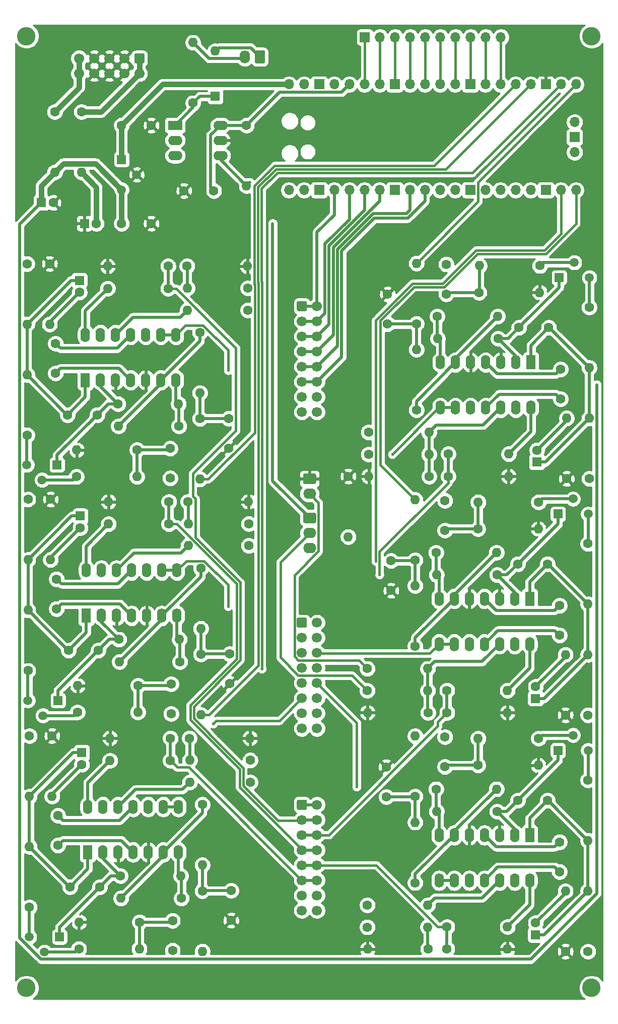
<source format=gbr>
%TF.GenerationSoftware,KiCad,Pcbnew,5.1.10-88a1d61d58~88~ubuntu20.10.1*%
%TF.CreationDate,2021-05-14T16:13:35+02:00*%
%TF.ProjectId,pico-dco,7069636f-2d64-4636-9f2e-6b696361645f,v2.0.0*%
%TF.SameCoordinates,Original*%
%TF.FileFunction,Copper,L2,Bot*%
%TF.FilePolarity,Positive*%
%FSLAX46Y46*%
G04 Gerber Fmt 4.6, Leading zero omitted, Abs format (unit mm)*
G04 Created by KiCad (PCBNEW 5.1.10-88a1d61d58~88~ubuntu20.10.1) date 2021-05-14 16:13:35*
%MOMM*%
%LPD*%
G01*
G04 APERTURE LIST*
%TA.AperFunction,ComponentPad*%
%ADD10O,1.700000X1.700000*%
%TD*%
%TA.AperFunction,ComponentPad*%
%ADD11R,1.700000X1.700000*%
%TD*%
%TA.AperFunction,ComponentPad*%
%ADD12O,1.600000X1.600000*%
%TD*%
%TA.AperFunction,ComponentPad*%
%ADD13C,1.600000*%
%TD*%
%TA.AperFunction,ComponentPad*%
%ADD14O,1.600000X2.400000*%
%TD*%
%TA.AperFunction,ComponentPad*%
%ADD15R,1.600000X2.400000*%
%TD*%
%TA.AperFunction,ComponentPad*%
%ADD16R,1.500000X1.500000*%
%TD*%
%TA.AperFunction,ComponentPad*%
%ADD17C,1.500000*%
%TD*%
%TA.AperFunction,ComponentPad*%
%ADD18R,1.600000X1.600000*%
%TD*%
%TA.AperFunction,ComponentPad*%
%ADD19C,1.700000*%
%TD*%
%TA.AperFunction,ComponentPad*%
%ADD20O,2.190000X1.740000*%
%TD*%
%TA.AperFunction,ComponentPad*%
%ADD21O,2.400000X1.600000*%
%TD*%
%TA.AperFunction,ComponentPad*%
%ADD22R,2.400000X1.600000*%
%TD*%
%TA.AperFunction,ComponentPad*%
%ADD23O,1.740000X2.190000*%
%TD*%
%TA.AperFunction,ViaPad*%
%ADD24C,3.100000*%
%TD*%
%TA.AperFunction,ViaPad*%
%ADD25C,0.508000*%
%TD*%
%TA.AperFunction,ViaPad*%
%ADD26C,0.457200*%
%TD*%
%TA.AperFunction,Conductor*%
%ADD27C,0.508000*%
%TD*%
%TA.AperFunction,Conductor*%
%ADD28C,0.381000*%
%TD*%
%TA.AperFunction,Conductor*%
%ADD29C,0.889000*%
%TD*%
%TA.AperFunction,Conductor*%
%ADD30C,0.254000*%
%TD*%
%TA.AperFunction,Conductor*%
%ADD31C,0.100000*%
%TD*%
G04 APERTURE END LIST*
D10*
%TO.P,MOD1,10*%
%TO.N,Net-(MCU1-Pad26)*%
X132260000Y-22700000D03*
%TO.P,MOD1,9*%
%TO.N,Net-(MCU1-Pad27)*%
X129720000Y-22700000D03*
%TO.P,MOD1,8*%
%TO.N,Net-(MCU1-Pad28)*%
X127180000Y-22700000D03*
%TO.P,MOD1,7*%
%TO.N,Net-(MCU1-Pad29)*%
X124640000Y-22700000D03*
%TO.P,MOD1,6*%
%TO.N,Net-(MCU1-Pad30)*%
X122100000Y-22700000D03*
%TO.P,MOD1,5*%
%TO.N,Net-(MCU1-Pad31)*%
X119560000Y-22700000D03*
%TO.P,MOD1,4*%
%TO.N,Net-(MCU1-Pad32)*%
X117020000Y-22700000D03*
%TO.P,MOD1,3*%
%TO.N,Net-(MCU1-Pad33)*%
X114480000Y-22700000D03*
%TO.P,MOD1,2*%
%TO.N,Net-(MCU1-Pad34)*%
X111940000Y-22700000D03*
D11*
%TO.P,MOD1,1*%
%TO.N,Net-(MCU1-Pad35)*%
X109400000Y-22700000D03*
%TD*%
D12*
%TO.P,R4,2*%
%TO.N,Net-(PW_POT1-Pad3)*%
X106600000Y-106660000D03*
D13*
%TO.P,R4,1*%
%TO.N,GND*%
X106600000Y-96500000D03*
%TD*%
%TO.P,C16,2*%
%TO.N,GND*%
X113800000Y-115700000D03*
%TO.P,C16,1*%
%TO.N,Net-(C16-Pad1)*%
X113800000Y-110700000D03*
%TD*%
D14*
%TO.P,U8,14*%
%TO.N,Net-(R86-Pad2)*%
X62810000Y-152060000D03*
%TO.P,U8,7*%
%TO.N,Net-(R76-Pad1)*%
X78050000Y-159680000D03*
%TO.P,U8,13*%
%TO.N,Net-(R84-Pad1)*%
X65350000Y-152060000D03*
%TO.P,U8,6*%
%TO.N,Net-(R75-Pad1)*%
X75510000Y-159680000D03*
%TO.P,U8,12*%
%TO.N,Net-(R80-Pad2)*%
X67890000Y-152060000D03*
%TO.P,U8,5*%
%TO.N,GND*%
X72970000Y-159680000D03*
%TO.P,U8,11*%
%TO.N,-12V*%
X70430000Y-152060000D03*
%TO.P,U8,4*%
%TO.N,+12V*%
X70430000Y-159680000D03*
%TO.P,U8,10*%
%TO.N,Net-(C34-Pad2)*%
X72970000Y-152060000D03*
%TO.P,U8,3*%
%TO.N,GND*%
X67890000Y-159680000D03*
%TO.P,U8,9*%
%TO.N,RAMP_OUT5*%
X75510000Y-152060000D03*
%TO.P,U8,2*%
%TO.N,Net-(C33-Pad2)*%
X65350000Y-159680000D03*
%TO.P,U8,8*%
%TO.N,RAMP_OUT5*%
X78050000Y-152060000D03*
D15*
%TO.P,U8,1*%
%TO.N,Net-(C33-Pad1)*%
X62810000Y-159680000D03*
%TD*%
D14*
%TO.P,U7,14*%
%TO.N,Net-(R72-Pad2)*%
X137100000Y-164440000D03*
%TO.P,U7,7*%
%TO.N,Net-(R62-Pad1)*%
X121860000Y-156820000D03*
%TO.P,U7,13*%
%TO.N,Net-(R70-Pad1)*%
X134560000Y-164440000D03*
%TO.P,U7,6*%
%TO.N,Net-(R61-Pad1)*%
X124400000Y-156820000D03*
%TO.P,U7,12*%
%TO.N,Net-(R66-Pad2)*%
X132020000Y-164440000D03*
%TO.P,U7,5*%
%TO.N,GND*%
X126940000Y-156820000D03*
%TO.P,U7,11*%
%TO.N,-12V*%
X129480000Y-164440000D03*
%TO.P,U7,4*%
%TO.N,+12V*%
X129480000Y-156820000D03*
%TO.P,U7,10*%
%TO.N,Net-(C29-Pad2)*%
X126940000Y-164440000D03*
%TO.P,U7,3*%
%TO.N,GND*%
X132020000Y-156820000D03*
%TO.P,U7,9*%
%TO.N,RAMP_OUT4*%
X124400000Y-164440000D03*
%TO.P,U7,2*%
%TO.N,Net-(C28-Pad2)*%
X134560000Y-156820000D03*
%TO.P,U7,8*%
%TO.N,RAMP_OUT4*%
X121860000Y-164440000D03*
D15*
%TO.P,U7,1*%
%TO.N,Net-(C28-Pad1)*%
X137100000Y-156820000D03*
%TD*%
D14*
%TO.P,U6,14*%
%TO.N,Net-(R58-Pad2)*%
X62560000Y-112300000D03*
%TO.P,U6,7*%
%TO.N,Net-(R48-Pad1)*%
X77800000Y-119920000D03*
%TO.P,U6,13*%
%TO.N,Net-(R56-Pad1)*%
X65100000Y-112300000D03*
%TO.P,U6,6*%
%TO.N,Net-(R47-Pad1)*%
X75260000Y-119920000D03*
%TO.P,U6,12*%
%TO.N,Net-(R52-Pad2)*%
X67640000Y-112300000D03*
%TO.P,U6,5*%
%TO.N,GND*%
X72720000Y-119920000D03*
%TO.P,U6,11*%
%TO.N,-12V*%
X70180000Y-112300000D03*
%TO.P,U6,4*%
%TO.N,+12V*%
X70180000Y-119920000D03*
%TO.P,U6,10*%
%TO.N,Net-(C24-Pad2)*%
X72720000Y-112300000D03*
%TO.P,U6,3*%
%TO.N,GND*%
X67640000Y-119920000D03*
%TO.P,U6,9*%
%TO.N,RAMP_OUT3*%
X75260000Y-112300000D03*
%TO.P,U6,2*%
%TO.N,Net-(C23-Pad2)*%
X65100000Y-119920000D03*
%TO.P,U6,8*%
%TO.N,RAMP_OUT3*%
X77800000Y-112300000D03*
D15*
%TO.P,U6,1*%
%TO.N,Net-(C23-Pad1)*%
X62560000Y-119920000D03*
%TD*%
D14*
%TO.P,U5,14*%
%TO.N,Net-(R44-Pad2)*%
X137100000Y-124700000D03*
%TO.P,U5,7*%
%TO.N,Net-(R34-Pad1)*%
X121860000Y-117080000D03*
%TO.P,U5,13*%
%TO.N,Net-(R42-Pad1)*%
X134560000Y-124700000D03*
%TO.P,U5,6*%
%TO.N,Net-(R33-Pad1)*%
X124400000Y-117080000D03*
%TO.P,U5,12*%
%TO.N,Net-(R38-Pad2)*%
X132020000Y-124700000D03*
%TO.P,U5,5*%
%TO.N,GND*%
X126940000Y-117080000D03*
%TO.P,U5,11*%
%TO.N,-12V*%
X129480000Y-124700000D03*
%TO.P,U5,4*%
%TO.N,+12V*%
X129480000Y-117080000D03*
%TO.P,U5,10*%
%TO.N,Net-(C19-Pad2)*%
X126940000Y-124700000D03*
%TO.P,U5,3*%
%TO.N,GND*%
X132020000Y-117080000D03*
%TO.P,U5,9*%
%TO.N,RAMP_OUT2*%
X124400000Y-124700000D03*
%TO.P,U5,2*%
%TO.N,Net-(C18-Pad2)*%
X134560000Y-117080000D03*
%TO.P,U5,8*%
%TO.N,RAMP_OUT2*%
X121860000Y-124700000D03*
D15*
%TO.P,U5,1*%
%TO.N,Net-(C18-Pad1)*%
X137100000Y-117080000D03*
%TD*%
D12*
%TO.P,R87,2*%
%TO.N,GND*%
X66550000Y-140530000D03*
D13*
%TO.P,R87,1*%
%TO.N,PULSE_OUT5*%
X76710000Y-140530000D03*
%TD*%
D12*
%TO.P,R86,2*%
%TO.N,Net-(R86-Pad2)*%
X66550000Y-144279999D03*
D13*
%TO.P,R86,1*%
%TO.N,PULSE_OUT5*%
X76710000Y-144279999D03*
%TD*%
D12*
%TO.P,R85,2*%
%TO.N,Net-(C34-Pad2)*%
X56810000Y-150290000D03*
D13*
%TO.P,R85,1*%
%TO.N,GND*%
X56810000Y-140130000D03*
%TD*%
D12*
%TO.P,R84,2*%
%TO.N,Net-(C33-Pad1)*%
X53010000Y-150290000D03*
D13*
%TO.P,R84,1*%
%TO.N,Net-(R84-Pad1)*%
X53010000Y-140130000D03*
%TD*%
D12*
%TO.P,R83,2*%
%TO.N,Net-(C33-Pad1)*%
X53010000Y-158770000D03*
D13*
%TO.P,R83,1*%
%TO.N,Net-(Q6-Pad3)*%
X53010000Y-168930000D03*
%TD*%
D12*
%TO.P,R82,2*%
%TO.N,GND*%
X90070000Y-140530000D03*
D13*
%TO.P,R82,1*%
%TO.N,Net-(R80-Pad2)*%
X79910000Y-140530000D03*
%TD*%
D12*
%TO.P,R81,2*%
%TO.N,Net-(R80-Pad2)*%
X79950000Y-144229999D03*
D13*
%TO.P,R81,1*%
%TO.N,PW_POT*%
X90110000Y-144229999D03*
%TD*%
D12*
%TO.P,R80,2*%
%TO.N,Net-(R80-Pad2)*%
X79950000Y-147929999D03*
D13*
%TO.P,R80,1*%
%TO.N,PWM_IN*%
X90110000Y-147929999D03*
%TD*%
D12*
%TO.P,R79,2*%
%TO.N,Net-(C32-Pad1)*%
X71470000Y-175930000D03*
D13*
%TO.P,R79,1*%
%TO.N,Net-(Q6-Pad2)*%
X61310000Y-175930000D03*
%TD*%
D12*
%TO.P,R78,2*%
%TO.N,Net-(R76-Pad1)*%
X78470000Y-163680000D03*
D13*
%TO.P,R78,1*%
%TO.N,Net-(C33-Pad2)*%
X68310000Y-163680000D03*
%TD*%
D12*
%TO.P,R77,2*%
%TO.N,GND*%
X61350000Y-171430000D03*
D13*
%TO.P,R77,1*%
%TO.N,Net-(C32-Pad1)*%
X71510000Y-171430000D03*
%TD*%
D12*
%TO.P,R76,2*%
%TO.N,Net-(R75-Pad1)*%
X68400000Y-167429999D03*
D13*
%TO.P,R76,1*%
%TO.N,Net-(R76-Pad1)*%
X78560000Y-167429999D03*
%TD*%
D12*
%TO.P,R75,2*%
%TO.N,Net-(C31-Pad1)*%
X82060000Y-161839999D03*
D13*
%TO.P,R75,1*%
%TO.N,Net-(R75-Pad1)*%
X82060000Y-151679999D03*
%TD*%
D12*
%TO.P,R74,2*%
%TO.N,RANGE_PWM5*%
X82060000Y-176339999D03*
D13*
%TO.P,R74,1*%
%TO.N,Net-(C31-Pad1)*%
X82060000Y-166179999D03*
%TD*%
D12*
%TO.P,R73,2*%
%TO.N,GND*%
X133360000Y-175970000D03*
D13*
%TO.P,R73,1*%
%TO.N,PULSE_OUT4*%
X123200000Y-175970000D03*
%TD*%
D12*
%TO.P,R72,2*%
%TO.N,Net-(R72-Pad2)*%
X133360000Y-172220001D03*
D13*
%TO.P,R72,1*%
%TO.N,PULSE_OUT4*%
X123200000Y-172220001D03*
%TD*%
D12*
%TO.P,R71,2*%
%TO.N,Net-(C29-Pad2)*%
X143100000Y-166210000D03*
D13*
%TO.P,R71,1*%
%TO.N,GND*%
X143100000Y-176370000D03*
%TD*%
D12*
%TO.P,R70,2*%
%TO.N,Net-(C28-Pad1)*%
X146900000Y-166210000D03*
D13*
%TO.P,R70,1*%
%TO.N,Net-(R70-Pad1)*%
X146900000Y-176370000D03*
%TD*%
D12*
%TO.P,R69,2*%
%TO.N,Net-(C28-Pad1)*%
X146900000Y-157730000D03*
D13*
%TO.P,R69,1*%
%TO.N,Net-(Q5-Pad3)*%
X146900000Y-147570000D03*
%TD*%
D12*
%TO.P,R68,2*%
%TO.N,GND*%
X109840000Y-175970000D03*
D13*
%TO.P,R68,1*%
%TO.N,Net-(R66-Pad2)*%
X120000000Y-175970000D03*
%TD*%
D12*
%TO.P,R67,2*%
%TO.N,Net-(R66-Pad2)*%
X119960000Y-172270001D03*
D13*
%TO.P,R67,1*%
%TO.N,PW_POT*%
X109800000Y-172270001D03*
%TD*%
D12*
%TO.P,R66,2*%
%TO.N,Net-(R66-Pad2)*%
X119960000Y-168570001D03*
D13*
%TO.P,R66,1*%
%TO.N,PWM_IN*%
X109800000Y-168570001D03*
%TD*%
D12*
%TO.P,R65,2*%
%TO.N,Net-(C27-Pad1)*%
X128440000Y-140570000D03*
D13*
%TO.P,R65,1*%
%TO.N,Net-(Q5-Pad2)*%
X138600000Y-140570000D03*
%TD*%
D12*
%TO.P,R64,2*%
%TO.N,Net-(R62-Pad1)*%
X121440000Y-152820000D03*
D13*
%TO.P,R64,1*%
%TO.N,Net-(C28-Pad2)*%
X131600000Y-152820000D03*
%TD*%
D12*
%TO.P,R63,2*%
%TO.N,GND*%
X138560000Y-145070000D03*
D13*
%TO.P,R63,1*%
%TO.N,Net-(C27-Pad1)*%
X128400000Y-145070000D03*
%TD*%
D12*
%TO.P,R62,2*%
%TO.N,Net-(R61-Pad1)*%
X131510000Y-149070001D03*
D13*
%TO.P,R62,1*%
%TO.N,Net-(R62-Pad1)*%
X121350000Y-149070001D03*
%TD*%
D12*
%TO.P,R61,2*%
%TO.N,Net-(C26-Pad1)*%
X117850000Y-154660001D03*
D13*
%TO.P,R61,1*%
%TO.N,Net-(R61-Pad1)*%
X117850000Y-164820001D03*
%TD*%
D12*
%TO.P,R60,2*%
%TO.N,RANGE_PWM4*%
X117850000Y-140160001D03*
D13*
%TO.P,R60,1*%
%TO.N,Net-(C26-Pad1)*%
X117850000Y-150320001D03*
%TD*%
D12*
%TO.P,R59,2*%
%TO.N,GND*%
X66300000Y-100770000D03*
D13*
%TO.P,R59,1*%
%TO.N,PULSE_OUT3*%
X76460000Y-100770000D03*
%TD*%
D12*
%TO.P,R58,2*%
%TO.N,Net-(R58-Pad2)*%
X66300000Y-104520000D03*
D13*
%TO.P,R58,1*%
%TO.N,PULSE_OUT3*%
X76460000Y-104520000D03*
%TD*%
D12*
%TO.P,R57,2*%
%TO.N,Net-(C24-Pad2)*%
X56560000Y-110530000D03*
D13*
%TO.P,R57,1*%
%TO.N,GND*%
X56560000Y-100370000D03*
%TD*%
D12*
%TO.P,R56,2*%
%TO.N,Net-(C23-Pad1)*%
X52760000Y-110530000D03*
D13*
%TO.P,R56,1*%
%TO.N,Net-(R56-Pad1)*%
X52760000Y-100370000D03*
%TD*%
D12*
%TO.P,R55,2*%
%TO.N,Net-(C23-Pad1)*%
X52760000Y-119010000D03*
D13*
%TO.P,R55,1*%
%TO.N,Net-(Q4-Pad3)*%
X52760000Y-129170000D03*
%TD*%
D12*
%TO.P,R54,2*%
%TO.N,GND*%
X89820000Y-100770000D03*
D13*
%TO.P,R54,1*%
%TO.N,Net-(R52-Pad2)*%
X79660000Y-100770000D03*
%TD*%
D12*
%TO.P,R53,2*%
%TO.N,Net-(R52-Pad2)*%
X79700000Y-104470000D03*
D13*
%TO.P,R53,1*%
%TO.N,PW_POT*%
X89860000Y-104470000D03*
%TD*%
D12*
%TO.P,R52,2*%
%TO.N,Net-(R52-Pad2)*%
X79700000Y-108170000D03*
D13*
%TO.P,R52,1*%
%TO.N,PWM_IN*%
X89860000Y-108170000D03*
%TD*%
D12*
%TO.P,R51,2*%
%TO.N,Net-(C22-Pad1)*%
X71220000Y-136170000D03*
D13*
%TO.P,R51,1*%
%TO.N,Net-(Q4-Pad2)*%
X61060000Y-136170000D03*
%TD*%
D12*
%TO.P,R50,2*%
%TO.N,Net-(R48-Pad1)*%
X78220000Y-123920000D03*
D13*
%TO.P,R50,1*%
%TO.N,Net-(C23-Pad2)*%
X68060000Y-123920000D03*
%TD*%
D12*
%TO.P,R49,2*%
%TO.N,GND*%
X61100000Y-131670000D03*
D13*
%TO.P,R49,1*%
%TO.N,Net-(C22-Pad1)*%
X71260000Y-131670000D03*
%TD*%
D12*
%TO.P,R48,2*%
%TO.N,Net-(R47-Pad1)*%
X68150000Y-127670000D03*
D13*
%TO.P,R48,1*%
%TO.N,Net-(R48-Pad1)*%
X78310000Y-127670000D03*
%TD*%
D12*
%TO.P,R47,2*%
%TO.N,Net-(C21-Pad1)*%
X81810000Y-122080000D03*
D13*
%TO.P,R47,1*%
%TO.N,Net-(R47-Pad1)*%
X81810000Y-111920000D03*
%TD*%
D12*
%TO.P,R46,2*%
%TO.N,RANGE_PWM3*%
X81810000Y-136580000D03*
D13*
%TO.P,R46,1*%
%TO.N,Net-(C21-Pad1)*%
X81810000Y-126420000D03*
%TD*%
D12*
%TO.P,R45,2*%
%TO.N,GND*%
X133360000Y-136230000D03*
D13*
%TO.P,R45,1*%
%TO.N,PULSE_OUT2*%
X123200000Y-136230000D03*
%TD*%
D12*
%TO.P,R44,2*%
%TO.N,Net-(R44-Pad2)*%
X133360000Y-132480000D03*
D13*
%TO.P,R44,1*%
%TO.N,PULSE_OUT2*%
X123200000Y-132480000D03*
%TD*%
D12*
%TO.P,R43,2*%
%TO.N,Net-(C19-Pad2)*%
X143100000Y-126470000D03*
D13*
%TO.P,R43,1*%
%TO.N,GND*%
X143100000Y-136630000D03*
%TD*%
D12*
%TO.P,R42,2*%
%TO.N,Net-(C18-Pad1)*%
X146900000Y-126470000D03*
D13*
%TO.P,R42,1*%
%TO.N,Net-(R42-Pad1)*%
X146900000Y-136630000D03*
%TD*%
D12*
%TO.P,R41,2*%
%TO.N,Net-(C18-Pad1)*%
X146900000Y-117990000D03*
D13*
%TO.P,R41,1*%
%TO.N,Net-(Q3-Pad3)*%
X146900000Y-107830000D03*
%TD*%
D12*
%TO.P,R40,2*%
%TO.N,GND*%
X109840000Y-136230000D03*
D13*
%TO.P,R40,1*%
%TO.N,Net-(R38-Pad2)*%
X120000000Y-136230000D03*
%TD*%
D12*
%TO.P,R39,2*%
%TO.N,Net-(R38-Pad2)*%
X119960000Y-132530000D03*
D13*
%TO.P,R39,1*%
%TO.N,PW_POT*%
X109800000Y-132530000D03*
%TD*%
D12*
%TO.P,R38,2*%
%TO.N,Net-(R38-Pad2)*%
X119960000Y-128830000D03*
D13*
%TO.P,R38,1*%
%TO.N,PWM_IN*%
X109800000Y-128830000D03*
%TD*%
D12*
%TO.P,R37,2*%
%TO.N,Net-(C17-Pad1)*%
X128440000Y-100830000D03*
D13*
%TO.P,R37,1*%
%TO.N,Net-(Q3-Pad2)*%
X138600000Y-100830000D03*
%TD*%
D12*
%TO.P,R36,2*%
%TO.N,Net-(R34-Pad1)*%
X121440000Y-113080000D03*
D13*
%TO.P,R36,1*%
%TO.N,Net-(C18-Pad2)*%
X131600000Y-113080000D03*
%TD*%
D12*
%TO.P,R35,2*%
%TO.N,GND*%
X138560000Y-105330000D03*
D13*
%TO.P,R35,1*%
%TO.N,Net-(C17-Pad1)*%
X128400000Y-105330000D03*
%TD*%
D12*
%TO.P,R34,2*%
%TO.N,Net-(R33-Pad1)*%
X131510000Y-109330000D03*
D13*
%TO.P,R34,1*%
%TO.N,Net-(R34-Pad1)*%
X121350000Y-109330000D03*
%TD*%
D12*
%TO.P,R33,2*%
%TO.N,Net-(C16-Pad1)*%
X117850000Y-114920000D03*
D13*
%TO.P,R33,1*%
%TO.N,Net-(R33-Pad1)*%
X117850000Y-125080000D03*
%TD*%
D12*
%TO.P,R32,2*%
%TO.N,RANGE_PWM2*%
X117850000Y-100420000D03*
D13*
%TO.P,R32,1*%
%TO.N,Net-(C16-Pad1)*%
X117850000Y-110580000D03*
%TD*%
D16*
%TO.P,Q6,1*%
%TO.N,Net-(C33-Pad2)*%
X58060000Y-173930000D03*
D17*
%TO.P,Q6,3*%
%TO.N,Net-(Q6-Pad3)*%
X52980000Y-173930000D03*
%TO.P,Q6,2*%
%TO.N,Net-(Q6-Pad2)*%
X55520000Y-176470000D03*
%TD*%
D16*
%TO.P,Q5,1*%
%TO.N,Net-(C28-Pad2)*%
X141850000Y-142570000D03*
D17*
%TO.P,Q5,3*%
%TO.N,Net-(Q5-Pad3)*%
X146930000Y-142570000D03*
%TO.P,Q5,2*%
%TO.N,Net-(Q5-Pad2)*%
X144390000Y-140030000D03*
%TD*%
D16*
%TO.P,Q4,1*%
%TO.N,Net-(C23-Pad2)*%
X57810000Y-134170000D03*
D17*
%TO.P,Q4,3*%
%TO.N,Net-(Q4-Pad3)*%
X52730000Y-134170000D03*
%TO.P,Q4,2*%
%TO.N,Net-(Q4-Pad2)*%
X55270000Y-136710000D03*
%TD*%
D16*
%TO.P,Q3,1*%
%TO.N,Net-(C18-Pad2)*%
X141850000Y-102830000D03*
D17*
%TO.P,Q3,3*%
%TO.N,Net-(Q3-Pad3)*%
X146930000Y-102830000D03*
%TO.P,Q3,2*%
%TO.N,Net-(Q3-Pad2)*%
X144390000Y-100290000D03*
%TD*%
D13*
%TO.P,C35,2*%
%TO.N,-12V*%
X57810000Y-153530000D03*
%TO.P,C35,1*%
%TO.N,+12V*%
X57810000Y-158530000D03*
%TD*%
%TO.P,C34,2*%
%TO.N,Net-(C34-Pad2)*%
X61810000Y-144930000D03*
D18*
%TO.P,C34,1*%
%TO.N,Net-(C33-Pad1)*%
X61810000Y-142930000D03*
%TD*%
D13*
%TO.P,C33,2*%
%TO.N,Net-(C33-Pad2)*%
X64810000Y-165530000D03*
%TO.P,C33,1*%
%TO.N,Net-(C33-Pad1)*%
X59810000Y-165530000D03*
%TD*%
%TO.P,C32,2*%
%TO.N,RESET5*%
X77060000Y-176180000D03*
%TO.P,C32,1*%
%TO.N,Net-(C32-Pad1)*%
X77060000Y-171180000D03*
%TD*%
%TO.P,C31,2*%
%TO.N,GND*%
X86910000Y-171129999D03*
%TO.P,C31,1*%
%TO.N,Net-(C31-Pad1)*%
X86910000Y-166129999D03*
%TD*%
%TO.P,C30,2*%
%TO.N,-12V*%
X142100000Y-162970000D03*
%TO.P,C30,1*%
%TO.N,+12V*%
X142100000Y-157970000D03*
%TD*%
%TO.P,C29,2*%
%TO.N,Net-(C29-Pad2)*%
X138100000Y-171570000D03*
D18*
%TO.P,C29,1*%
%TO.N,Net-(C28-Pad1)*%
X138100000Y-173570000D03*
%TD*%
D13*
%TO.P,C28,2*%
%TO.N,Net-(C28-Pad2)*%
X135100000Y-150970000D03*
%TO.P,C28,1*%
%TO.N,Net-(C28-Pad1)*%
X140100000Y-150970000D03*
%TD*%
%TO.P,C27,2*%
%TO.N,RESET4*%
X122850000Y-140320000D03*
%TO.P,C27,1*%
%TO.N,Net-(C27-Pad1)*%
X122850000Y-145320000D03*
%TD*%
%TO.P,C26,2*%
%TO.N,GND*%
X113000000Y-145370001D03*
%TO.P,C26,1*%
%TO.N,Net-(C26-Pad1)*%
X113000000Y-150370001D03*
%TD*%
%TO.P,C25,2*%
%TO.N,-12V*%
X57560000Y-113770000D03*
%TO.P,C25,1*%
%TO.N,+12V*%
X57560000Y-118770000D03*
%TD*%
%TO.P,C24,2*%
%TO.N,Net-(C24-Pad2)*%
X61560000Y-105170000D03*
D18*
%TO.P,C24,1*%
%TO.N,Net-(C23-Pad1)*%
X61560000Y-103170000D03*
%TD*%
D13*
%TO.P,C23,2*%
%TO.N,Net-(C23-Pad2)*%
X64560000Y-125770000D03*
%TO.P,C23,1*%
%TO.N,Net-(C23-Pad1)*%
X59560000Y-125770000D03*
%TD*%
%TO.P,C22,2*%
%TO.N,RESET3*%
X76810000Y-136420000D03*
%TO.P,C22,1*%
%TO.N,Net-(C22-Pad1)*%
X76810000Y-131420000D03*
%TD*%
%TO.P,C21,2*%
%TO.N,GND*%
X86660000Y-131370000D03*
%TO.P,C21,1*%
%TO.N,Net-(C21-Pad1)*%
X86660000Y-126370000D03*
%TD*%
%TO.P,C20,2*%
%TO.N,-12V*%
X142100000Y-123230000D03*
%TO.P,C20,1*%
%TO.N,+12V*%
X142100000Y-118230000D03*
%TD*%
%TO.P,C19,2*%
%TO.N,Net-(C19-Pad2)*%
X138100000Y-131830000D03*
D18*
%TO.P,C19,1*%
%TO.N,Net-(C18-Pad1)*%
X138100000Y-133830000D03*
%TD*%
D13*
%TO.P,C18,2*%
%TO.N,Net-(C18-Pad2)*%
X135100000Y-111230000D03*
%TO.P,C18,1*%
%TO.N,Net-(C18-Pad1)*%
X140100000Y-111230000D03*
%TD*%
%TO.P,C17,2*%
%TO.N,RESET2*%
X122850000Y-100580000D03*
%TO.P,C17,1*%
%TO.N,Net-(C17-Pad1)*%
X122850000Y-105580000D03*
%TD*%
D14*
%TO.P,U4,14*%
%TO.N,Net-(R30-Pad2)*%
X62400000Y-72700000D03*
%TO.P,U4,7*%
%TO.N,Net-(R20-Pad1)*%
X77640000Y-80320000D03*
%TO.P,U4,13*%
%TO.N,Net-(R28-Pad1)*%
X64940000Y-72700000D03*
%TO.P,U4,6*%
%TO.N,Net-(R19-Pad1)*%
X75100000Y-80320000D03*
%TO.P,U4,12*%
%TO.N,Net-(R24-Pad2)*%
X67480000Y-72700000D03*
%TO.P,U4,5*%
%TO.N,GND*%
X72560000Y-80320000D03*
%TO.P,U4,11*%
%TO.N,-12V*%
X70020000Y-72700000D03*
%TO.P,U4,4*%
%TO.N,+12V*%
X70020000Y-80320000D03*
%TO.P,U4,10*%
%TO.N,Net-(C14-Pad2)*%
X72560000Y-72700000D03*
%TO.P,U4,3*%
%TO.N,GND*%
X67480000Y-80320000D03*
%TO.P,U4,9*%
%TO.N,RAMP_OUT1*%
X75100000Y-72700000D03*
%TO.P,U4,2*%
%TO.N,Net-(C13-Pad2)*%
X64940000Y-80320000D03*
%TO.P,U4,8*%
%TO.N,RAMP_OUT1*%
X77640000Y-72700000D03*
D15*
%TO.P,U4,1*%
%TO.N,Net-(C13-Pad1)*%
X62400000Y-80320000D03*
%TD*%
D12*
%TO.P,R31,2*%
%TO.N,GND*%
X66140000Y-61170000D03*
D13*
%TO.P,R31,1*%
%TO.N,PULSE_OUT1*%
X76300000Y-61170000D03*
%TD*%
D12*
%TO.P,R30,2*%
%TO.N,Net-(R30-Pad2)*%
X66140000Y-64920000D03*
D13*
%TO.P,R30,1*%
%TO.N,PULSE_OUT1*%
X76300000Y-64920000D03*
%TD*%
D12*
%TO.P,R29,2*%
%TO.N,Net-(C14-Pad2)*%
X56400000Y-70930000D03*
D13*
%TO.P,R29,1*%
%TO.N,GND*%
X56400000Y-60770000D03*
%TD*%
D12*
%TO.P,R28,2*%
%TO.N,Net-(C13-Pad1)*%
X52600000Y-70930000D03*
D13*
%TO.P,R28,1*%
%TO.N,Net-(R28-Pad1)*%
X52600000Y-60770000D03*
%TD*%
D12*
%TO.P,R27,2*%
%TO.N,Net-(C13-Pad1)*%
X52600000Y-79410000D03*
D13*
%TO.P,R27,1*%
%TO.N,Net-(Q2-Pad3)*%
X52600000Y-89570000D03*
%TD*%
D12*
%TO.P,R26,2*%
%TO.N,GND*%
X89660000Y-61170000D03*
D13*
%TO.P,R26,1*%
%TO.N,Net-(R24-Pad2)*%
X79500000Y-61170000D03*
%TD*%
D12*
%TO.P,R25,2*%
%TO.N,Net-(R24-Pad2)*%
X79540000Y-64870000D03*
D13*
%TO.P,R25,1*%
%TO.N,PW_POT*%
X89700000Y-64870000D03*
%TD*%
D12*
%TO.P,R24,2*%
%TO.N,Net-(R24-Pad2)*%
X79540000Y-68570000D03*
D13*
%TO.P,R24,1*%
%TO.N,PWM_IN*%
X89700000Y-68570000D03*
%TD*%
D12*
%TO.P,R23,2*%
%TO.N,Net-(C12-Pad1)*%
X71060000Y-96570000D03*
D13*
%TO.P,R23,1*%
%TO.N,Net-(Q2-Pad2)*%
X60900000Y-96570000D03*
%TD*%
D12*
%TO.P,R22,2*%
%TO.N,Net-(R20-Pad1)*%
X78060000Y-84320000D03*
D13*
%TO.P,R22,1*%
%TO.N,Net-(C13-Pad2)*%
X67900000Y-84320000D03*
%TD*%
D12*
%TO.P,R21,2*%
%TO.N,GND*%
X60940000Y-92070000D03*
D13*
%TO.P,R21,1*%
%TO.N,Net-(C12-Pad1)*%
X71100000Y-92070000D03*
%TD*%
D12*
%TO.P,R20,2*%
%TO.N,Net-(R19-Pad1)*%
X67990000Y-88070000D03*
D13*
%TO.P,R20,1*%
%TO.N,Net-(R20-Pad1)*%
X78150000Y-88070000D03*
%TD*%
D12*
%TO.P,R19,2*%
%TO.N,Net-(C11-Pad1)*%
X81650000Y-82480000D03*
D13*
%TO.P,R19,1*%
%TO.N,Net-(R19-Pad1)*%
X81650000Y-72320000D03*
%TD*%
D12*
%TO.P,R18,2*%
%TO.N,RANGE_PWM1*%
X81650000Y-96980000D03*
D13*
%TO.P,R18,1*%
%TO.N,Net-(C11-Pad1)*%
X81650000Y-86820000D03*
%TD*%
D16*
%TO.P,Q2,1*%
%TO.N,Net-(C13-Pad2)*%
X57650000Y-94570000D03*
D17*
%TO.P,Q2,3*%
%TO.N,Net-(Q2-Pad3)*%
X52570000Y-94570000D03*
%TO.P,Q2,2*%
%TO.N,Net-(Q2-Pad2)*%
X55110000Y-97110000D03*
%TD*%
D13*
%TO.P,C15,2*%
%TO.N,-12V*%
X57400000Y-74170000D03*
%TO.P,C15,1*%
%TO.N,+12V*%
X57400000Y-79170000D03*
%TD*%
%TO.P,C14,2*%
%TO.N,Net-(C14-Pad2)*%
X61400000Y-65570000D03*
D18*
%TO.P,C14,1*%
%TO.N,Net-(C13-Pad1)*%
X61400000Y-63570000D03*
%TD*%
D13*
%TO.P,C13,2*%
%TO.N,Net-(C13-Pad2)*%
X64400000Y-86170000D03*
%TO.P,C13,1*%
%TO.N,Net-(C13-Pad1)*%
X59400000Y-86170000D03*
%TD*%
%TO.P,C12,2*%
%TO.N,RESET1*%
X76650000Y-96820000D03*
%TO.P,C12,1*%
%TO.N,Net-(C12-Pad1)*%
X76650000Y-91820000D03*
%TD*%
%TO.P,C11,2*%
%TO.N,GND*%
X86500000Y-91770000D03*
%TO.P,C11,1*%
%TO.N,Net-(C11-Pad1)*%
X86500000Y-86770000D03*
%TD*%
D19*
%TO.P,GATE1,16*%
%TO.N,Net-(GATE1-Pad16)*%
X101340000Y-85680000D03*
%TO.P,GATE1,14*%
%TO.N,Net-(GATE1-Pad14)*%
X101340000Y-83140000D03*
%TO.P,GATE1,12*%
%TO.N,GATE5*%
X101340000Y-80600000D03*
%TO.P,GATE1,10*%
%TO.N,GATE4*%
X101340000Y-78060000D03*
%TO.P,GATE1,8*%
%TO.N,GATE3*%
X101340000Y-75520000D03*
%TO.P,GATE1,6*%
%TO.N,GATE2*%
X101340000Y-72980000D03*
%TO.P,GATE1,4*%
%TO.N,GATE1*%
X101340000Y-70440000D03*
%TO.P,GATE1,2*%
%TO.N,GATE0*%
X101340000Y-67900000D03*
%TO.P,GATE1,15*%
%TO.N,Net-(GATE1-Pad15)*%
X98800000Y-85680000D03*
%TO.P,GATE1,13*%
%TO.N,Net-(GATE1-Pad13)*%
X98800000Y-83140000D03*
%TO.P,GATE1,11*%
%TO.N,GATE5*%
X98800000Y-80600000D03*
%TO.P,GATE1,9*%
%TO.N,GATE4*%
X98800000Y-78060000D03*
%TO.P,GATE1,7*%
%TO.N,GATE3*%
X98800000Y-75520000D03*
%TO.P,GATE1,5*%
%TO.N,GATE2*%
X98800000Y-72980000D03*
%TO.P,GATE1,3*%
%TO.N,GATE1*%
X98800000Y-70440000D03*
%TO.P,GATE1,1*%
%TO.N,GATE0*%
%TA.AperFunction,ComponentPad*%
G36*
G01*
X97950000Y-68500000D02*
X97950000Y-67300000D01*
G75*
G02*
X98200000Y-67050000I250000J0D01*
G01*
X99400000Y-67050000D01*
G75*
G02*
X99650000Y-67300000I0J-250000D01*
G01*
X99650000Y-68500000D01*
G75*
G02*
X99400000Y-68750000I-250000J0D01*
G01*
X98200000Y-68750000D01*
G75*
G02*
X97950000Y-68500000I0J250000D01*
G01*
G37*
%TD.AperFunction*%
%TD*%
%TO.P,RAMP1,16*%
%TO.N,Net-(RAMP1-Pad16)*%
X101340000Y-138880000D03*
%TO.P,RAMP1,14*%
%TO.N,Net-(RAMP1-Pad14)*%
X101340000Y-136340000D03*
%TO.P,RAMP1,12*%
%TO.N,RAMP_OUT5*%
X101340000Y-133800000D03*
%TO.P,RAMP1,10*%
%TO.N,RAMP_OUT4*%
X101340000Y-131260000D03*
%TO.P,RAMP1,8*%
%TO.N,RAMP_OUT3*%
X101340000Y-128720000D03*
%TO.P,RAMP1,6*%
%TO.N,RAMP_OUT2*%
X101340000Y-126180000D03*
%TO.P,RAMP1,4*%
%TO.N,RAMP_OUT1*%
X101340000Y-123640000D03*
%TO.P,RAMP1,2*%
%TO.N,RAMP_OUT0*%
X101340000Y-121100000D03*
%TO.P,RAMP1,15*%
%TO.N,Net-(RAMP1-Pad15)*%
X98800000Y-138880000D03*
%TO.P,RAMP1,13*%
%TO.N,Net-(RAMP1-Pad13)*%
X98800000Y-136340000D03*
%TO.P,RAMP1,11*%
%TO.N,RAMP_OUT5*%
X98800000Y-133800000D03*
%TO.P,RAMP1,9*%
%TO.N,RAMP_OUT4*%
X98800000Y-131260000D03*
%TO.P,RAMP1,7*%
%TO.N,RAMP_OUT3*%
X98800000Y-128720000D03*
%TO.P,RAMP1,5*%
%TO.N,RAMP_OUT2*%
X98800000Y-126180000D03*
%TO.P,RAMP1,3*%
%TO.N,RAMP_OUT1*%
X98800000Y-123640000D03*
%TO.P,RAMP1,1*%
%TO.N,RAMP_OUT0*%
%TA.AperFunction,ComponentPad*%
G36*
G01*
X97950000Y-121700000D02*
X97950000Y-120500000D01*
G75*
G02*
X98200000Y-120250000I250000J0D01*
G01*
X99400000Y-120250000D01*
G75*
G02*
X99650000Y-120500000I0J-250000D01*
G01*
X99650000Y-121700000D01*
G75*
G02*
X99400000Y-121950000I-250000J0D01*
G01*
X98200000Y-121950000D01*
G75*
G02*
X97950000Y-121700000I0J250000D01*
G01*
G37*
%TD.AperFunction*%
%TD*%
D20*
%TO.P,PWM_IN1,2*%
%TO.N,PWM_IN*%
X100100000Y-99440000D03*
%TO.P,PWM_IN1,1*%
%TO.N,GND*%
%TA.AperFunction,ComponentPad*%
G36*
G01*
X99254999Y-96030000D02*
X100945001Y-96030000D01*
G75*
G02*
X101195000Y-96279999I0J-249999D01*
G01*
X101195000Y-97520001D01*
G75*
G02*
X100945001Y-97770000I-249999J0D01*
G01*
X99254999Y-97770000D01*
G75*
G02*
X99005000Y-97520001I0J249999D01*
G01*
X99005000Y-96279999D01*
G75*
G02*
X99254999Y-96030000I249999J0D01*
G01*
G37*
%TD.AperFunction*%
%TD*%
D19*
%TO.P,PULSE1,16*%
%TO.N,Net-(PULSE1-Pad16)*%
X101340000Y-169480000D03*
%TO.P,PULSE1,14*%
%TO.N,Net-(PULSE1-Pad14)*%
X101340000Y-166940000D03*
%TO.P,PULSE1,12*%
%TO.N,PULSE_OUT5*%
X101340000Y-164400000D03*
%TO.P,PULSE1,10*%
%TO.N,PULSE_OUT4*%
X101340000Y-161860000D03*
%TO.P,PULSE1,8*%
%TO.N,PULSE_OUT3*%
X101340000Y-159320000D03*
%TO.P,PULSE1,6*%
%TO.N,PULSE_OUT2*%
X101340000Y-156780000D03*
%TO.P,PULSE1,4*%
%TO.N,PULSE_OUT1*%
X101340000Y-154240000D03*
%TO.P,PULSE1,2*%
%TO.N,PULSE_OUT0*%
X101340000Y-151700000D03*
%TO.P,PULSE1,15*%
%TO.N,Net-(PULSE1-Pad15)*%
X98800000Y-169480000D03*
%TO.P,PULSE1,13*%
%TO.N,Net-(PULSE1-Pad13)*%
X98800000Y-166940000D03*
%TO.P,PULSE1,11*%
%TO.N,PULSE_OUT5*%
X98800000Y-164400000D03*
%TO.P,PULSE1,9*%
%TO.N,PULSE_OUT4*%
X98800000Y-161860000D03*
%TO.P,PULSE1,7*%
%TO.N,PULSE_OUT3*%
X98800000Y-159320000D03*
%TO.P,PULSE1,5*%
%TO.N,PULSE_OUT2*%
X98800000Y-156780000D03*
%TO.P,PULSE1,3*%
%TO.N,PULSE_OUT1*%
X98800000Y-154240000D03*
%TO.P,PULSE1,1*%
%TO.N,PULSE_OUT0*%
%TA.AperFunction,ComponentPad*%
G36*
G01*
X97950000Y-152300000D02*
X97950000Y-151100000D01*
G75*
G02*
X98200000Y-150850000I250000J0D01*
G01*
X99400000Y-150850000D01*
G75*
G02*
X99650000Y-151100000I0J-250000D01*
G01*
X99650000Y-152300000D01*
G75*
G02*
X99400000Y-152550000I-250000J0D01*
G01*
X98200000Y-152550000D01*
G75*
G02*
X97950000Y-152300000I0J250000D01*
G01*
G37*
%TD.AperFunction*%
%TD*%
D21*
%TO.P,U3,6*%
%TO.N,+3V3*%
X85120000Y-37500000D03*
%TO.P,U3,3*%
%TO.N,Net-(U3-Pad3)*%
X77500000Y-42580000D03*
%TO.P,U3,5*%
%TO.N,GND*%
X85120000Y-40040000D03*
%TO.P,U3,2*%
%TO.N,Net-(D1-Pad2)*%
X77500000Y-40040000D03*
%TO.P,U3,4*%
%TO.N,RX*%
X85120000Y-42580000D03*
D22*
%TO.P,U3,1*%
%TO.N,Net-(D1-Pad1)*%
X77500000Y-37500000D03*
%TD*%
D12*
%TO.P,R17,2*%
%TO.N,RX*%
X89500000Y-47660000D03*
D13*
%TO.P,R17,1*%
%TO.N,+3V3*%
X89500000Y-37500000D03*
%TD*%
D12*
%TO.P,R16,2*%
%TO.N,Net-(MIDI_IN1-Pad2)*%
X80500000Y-23590000D03*
D13*
%TO.P,R16,1*%
%TO.N,Net-(D1-Pad1)*%
X80500000Y-33750000D03*
%TD*%
D23*
%TO.P,MIDI_IN1,2*%
%TO.N,Net-(MIDI_IN1-Pad2)*%
X89210000Y-26000000D03*
%TO.P,MIDI_IN1,1*%
%TO.N,Net-(D1-Pad2)*%
%TA.AperFunction,ComponentPad*%
G36*
G01*
X92620000Y-25154999D02*
X92620000Y-26845001D01*
G75*
G02*
X92370001Y-27095000I-249999J0D01*
G01*
X91129999Y-27095000D01*
G75*
G02*
X90880000Y-26845001I0J249999D01*
G01*
X90880000Y-25154999D01*
G75*
G02*
X91129999Y-24905000I249999J0D01*
G01*
X92370001Y-24905000D01*
G75*
G02*
X92620000Y-25154999I0J-249999D01*
G01*
G37*
%TD.AperFunction*%
%TD*%
D12*
%TO.P,D1,2*%
%TO.N,Net-(D1-Pad2)*%
X84250000Y-25000000D03*
D18*
%TO.P,D1,1*%
%TO.N,Net-(D1-Pad1)*%
X84250000Y-32620000D03*
%TD*%
D13*
%TO.P,C10,2*%
%TO.N,GND*%
X79000000Y-48500000D03*
%TO.P,C10,1*%
%TO.N,+3V3*%
X84000000Y-48500000D03*
%TD*%
D16*
%TO.P,U1,1*%
%TO.N,+5V*%
X68500000Y-43250000D03*
D17*
%TO.P,U1,3*%
%TO.N,+12V*%
X68500000Y-48330000D03*
%TO.P,U1,2*%
%TO.N,GND*%
X71040000Y-45790000D03*
%TD*%
D19*
%TO.P,POWER1,10*%
%TO.N,Net-(FB1-Pad1)*%
X61340000Y-28790000D03*
%TO.P,POWER1,8*%
%TO.N,GND*%
X63880000Y-28790000D03*
%TO.P,POWER1,6*%
X66420000Y-28790000D03*
%TO.P,POWER1,4*%
X68960000Y-28790000D03*
%TO.P,POWER1,2*%
%TO.N,Net-(FB2-Pad1)*%
X71500000Y-28790000D03*
%TO.P,POWER1,9*%
%TO.N,Net-(FB1-Pad1)*%
X61340000Y-26250000D03*
%TO.P,POWER1,7*%
%TO.N,GND*%
X63880000Y-26250000D03*
%TO.P,POWER1,5*%
X66420000Y-26250000D03*
%TO.P,POWER1,3*%
X68960000Y-26250000D03*
%TO.P,POWER1,1*%
%TO.N,Net-(FB2-Pad1)*%
%TA.AperFunction,ComponentPad*%
G36*
G01*
X70900000Y-25400000D02*
X72100000Y-25400000D01*
G75*
G02*
X72350000Y-25650000I0J-250000D01*
G01*
X72350000Y-26850000D01*
G75*
G02*
X72100000Y-27100000I-250000J0D01*
G01*
X70900000Y-27100000D01*
G75*
G02*
X70650000Y-26850000I0J250000D01*
G01*
X70650000Y-25650000D01*
G75*
G02*
X70900000Y-25400000I250000J0D01*
G01*
G37*
%TD.AperFunction*%
%TD*%
D12*
%TO.P,FB2,2*%
%TO.N,-12V*%
X61750000Y-45410000D03*
D13*
%TO.P,FB2,1*%
%TO.N,Net-(FB2-Pad1)*%
X61750000Y-35250000D03*
%TD*%
D12*
%TO.P,FB1,2*%
%TO.N,+12V*%
X57250000Y-45410000D03*
D13*
%TO.P,FB1,1*%
%TO.N,Net-(FB1-Pad1)*%
X57250000Y-35250000D03*
%TD*%
%TO.P,C9,2*%
%TO.N,-12V*%
X64250000Y-54000000D03*
D18*
%TO.P,C9,1*%
%TO.N,GND*%
X62250000Y-54000000D03*
%TD*%
D13*
%TO.P,C8,2*%
%TO.N,GND*%
X57000000Y-50500000D03*
D18*
%TO.P,C8,1*%
%TO.N,+12V*%
X55000000Y-50500000D03*
%TD*%
D13*
%TO.P,C7,2*%
%TO.N,GND*%
X73500000Y-37500000D03*
%TO.P,C7,1*%
%TO.N,+5V*%
X68500000Y-37500000D03*
%TD*%
%TO.P,C6,2*%
%TO.N,+12V*%
X68500000Y-54000000D03*
%TO.P,C6,1*%
%TO.N,GND*%
X73500000Y-54000000D03*
%TD*%
D20*
%TO.P,PW_POT1,3*%
%TO.N,Net-(PW_POT1-Pad3)*%
X100100000Y-108580000D03*
%TO.P,PW_POT1,2*%
%TO.N,PW_POT*%
X100100000Y-106040000D03*
%TO.P,PW_POT1,1*%
%TO.N,+12V*%
%TA.AperFunction,ComponentPad*%
G36*
G01*
X99254999Y-102630000D02*
X100945001Y-102630000D01*
G75*
G02*
X101195000Y-102879999I0J-249999D01*
G01*
X101195000Y-104120001D01*
G75*
G02*
X100945001Y-104370000I-249999J0D01*
G01*
X99254999Y-104370000D01*
G75*
G02*
X99005000Y-104120001I0J249999D01*
G01*
X99005000Y-102879999D01*
G75*
G02*
X99254999Y-102630000I249999J0D01*
G01*
G37*
%TD.AperFunction*%
%TD*%
D14*
%TO.P,U2,14*%
%TO.N,Net-(R14-Pad2)*%
X137300000Y-84970000D03*
%TO.P,U2,7*%
%TO.N,Net-(R3-Pad1)*%
X122060000Y-77350000D03*
%TO.P,U2,13*%
%TO.N,Net-(R12-Pad1)*%
X134760000Y-84970000D03*
%TO.P,U2,6*%
%TO.N,Net-(R2-Pad1)*%
X124600000Y-77350000D03*
%TO.P,U2,12*%
%TO.N,Net-(R10-Pad1)*%
X132220000Y-84970000D03*
%TO.P,U2,5*%
%TO.N,GND*%
X127140000Y-77350000D03*
%TO.P,U2,11*%
%TO.N,-12V*%
X129680000Y-84970000D03*
%TO.P,U2,4*%
%TO.N,+12V*%
X129680000Y-77350000D03*
%TO.P,U2,10*%
%TO.N,Net-(C4-Pad2)*%
X127140000Y-84970000D03*
%TO.P,U2,3*%
%TO.N,GND*%
X132220000Y-77350000D03*
%TO.P,U2,9*%
%TO.N,RAMP_OUT0*%
X124600000Y-84970000D03*
%TO.P,U2,2*%
%TO.N,Net-(C3-Pad2)*%
X134760000Y-77350000D03*
%TO.P,U2,8*%
%TO.N,RAMP_OUT0*%
X122060000Y-84970000D03*
D15*
%TO.P,U2,1*%
%TO.N,Net-(C3-Pad1)*%
X137300000Y-77350000D03*
%TD*%
D13*
%TO.P,C5,2*%
%TO.N,-12V*%
X142300000Y-83500000D03*
%TO.P,C5,1*%
%TO.N,+12V*%
X142300000Y-78500000D03*
%TD*%
D16*
%TO.P,Q1,1*%
%TO.N,Net-(C3-Pad2)*%
X142050000Y-63100000D03*
D17*
%TO.P,Q1,3*%
%TO.N,Net-(Q1-Pad3)*%
X147130000Y-63100000D03*
%TO.P,Q1,2*%
%TO.N,Net-(Q1-Pad2)*%
X144590000Y-60560000D03*
%TD*%
D12*
%TO.P,R15,2*%
%TO.N,GND*%
X133560000Y-96500000D03*
D13*
%TO.P,R15,1*%
%TO.N,PULSE_OUT0*%
X123400000Y-96500000D03*
%TD*%
D12*
%TO.P,R14,2*%
%TO.N,Net-(R14-Pad2)*%
X133560000Y-92750000D03*
D13*
%TO.P,R14,1*%
%TO.N,PULSE_OUT0*%
X123400000Y-92750000D03*
%TD*%
D12*
%TO.P,R13,2*%
%TO.N,Net-(C4-Pad2)*%
X143300000Y-86740000D03*
D13*
%TO.P,R13,1*%
%TO.N,GND*%
X143300000Y-96900000D03*
%TD*%
D12*
%TO.P,R12,2*%
%TO.N,Net-(C3-Pad1)*%
X147100000Y-86740000D03*
D13*
%TO.P,R12,1*%
%TO.N,Net-(R12-Pad1)*%
X147100000Y-96900000D03*
%TD*%
D12*
%TO.P,R11,2*%
%TO.N,Net-(C3-Pad1)*%
X147100000Y-78260000D03*
D13*
%TO.P,R11,1*%
%TO.N,Net-(Q1-Pad3)*%
X147100000Y-68100000D03*
%TD*%
D12*
%TO.P,R10,2*%
%TO.N,GND*%
X110040000Y-96500000D03*
D13*
%TO.P,R10,1*%
%TO.N,Net-(R10-Pad1)*%
X120200000Y-96500000D03*
%TD*%
D12*
%TO.P,R9,2*%
%TO.N,Net-(R10-Pad1)*%
X120160000Y-92800000D03*
D13*
%TO.P,R9,1*%
%TO.N,PW_POT*%
X110000000Y-92800000D03*
%TD*%
D12*
%TO.P,R8,2*%
%TO.N,Net-(R10-Pad1)*%
X120160000Y-89100000D03*
D13*
%TO.P,R8,1*%
%TO.N,PWM_IN*%
X110000000Y-89100000D03*
%TD*%
D12*
%TO.P,R7,2*%
%TO.N,Net-(C2-Pad1)*%
X128640000Y-61100000D03*
D13*
%TO.P,R7,1*%
%TO.N,Net-(Q1-Pad2)*%
X138800000Y-61100000D03*
%TD*%
D12*
%TO.P,R6,2*%
%TO.N,Net-(R3-Pad1)*%
X121640000Y-73350000D03*
D13*
%TO.P,R6,1*%
%TO.N,Net-(C3-Pad2)*%
X131800000Y-73350000D03*
%TD*%
D12*
%TO.P,R5,2*%
%TO.N,GND*%
X138760000Y-65600000D03*
D13*
%TO.P,R5,1*%
%TO.N,Net-(C2-Pad1)*%
X128600000Y-65600000D03*
%TD*%
D12*
%TO.P,R3,2*%
%TO.N,Net-(R2-Pad1)*%
X131710000Y-69600000D03*
D13*
%TO.P,R3,1*%
%TO.N,Net-(R3-Pad1)*%
X121550000Y-69600000D03*
%TD*%
D12*
%TO.P,R2,2*%
%TO.N,Net-(C1-Pad1)*%
X118050000Y-75190000D03*
D13*
%TO.P,R2,1*%
%TO.N,Net-(R2-Pad1)*%
X118050000Y-85350000D03*
%TD*%
D12*
%TO.P,R1,2*%
%TO.N,RANGE_PWM0*%
X118050000Y-60690000D03*
D13*
%TO.P,R1,1*%
%TO.N,Net-(C1-Pad1)*%
X118050000Y-70850000D03*
%TD*%
D10*
%TO.P,MCU1,43*%
%TO.N,Net-(MCU1-Pad43)*%
X144650000Y-36960000D03*
D11*
%TO.P,MCU1,42*%
%TO.N,Net-(MCU1-Pad42)*%
X144650000Y-39500000D03*
D10*
%TO.P,MCU1,41*%
%TO.N,Net-(MCU1-Pad41)*%
X144650000Y-42040000D03*
%TO.P,MCU1,40*%
%TO.N,+5V*%
X96620000Y-30610000D03*
%TO.P,MCU1,39*%
%TO.N,Net-(MCU1-Pad39)*%
X99160000Y-30610000D03*
D11*
%TO.P,MCU1,38*%
%TO.N,Net-(MCU1-Pad38)*%
X101700000Y-30610000D03*
D10*
%TO.P,MCU1,37*%
%TO.N,Net-(MCU1-Pad37)*%
X104240000Y-30610000D03*
%TO.P,MCU1,36*%
%TO.N,+3V3*%
X106780000Y-30610000D03*
%TO.P,MCU1,35*%
%TO.N,Net-(MCU1-Pad35)*%
X109320000Y-30610000D03*
%TO.P,MCU1,34*%
%TO.N,Net-(MCU1-Pad34)*%
X111860000Y-30610000D03*
D11*
%TO.P,MCU1,33*%
%TO.N,Net-(MCU1-Pad33)*%
X114400000Y-30610000D03*
D10*
%TO.P,MCU1,32*%
%TO.N,Net-(MCU1-Pad32)*%
X116940000Y-30610000D03*
%TO.P,MCU1,31*%
%TO.N,Net-(MCU1-Pad31)*%
X119480000Y-30610000D03*
%TO.P,MCU1,30*%
%TO.N,Net-(MCU1-Pad30)*%
X122020000Y-30610000D03*
%TO.P,MCU1,29*%
%TO.N,Net-(MCU1-Pad29)*%
X124560000Y-30610000D03*
D11*
%TO.P,MCU1,28*%
%TO.N,Net-(MCU1-Pad28)*%
X127100000Y-30610000D03*
D10*
%TO.P,MCU1,27*%
%TO.N,Net-(MCU1-Pad27)*%
X129640000Y-30610000D03*
%TO.P,MCU1,26*%
%TO.N,Net-(MCU1-Pad26)*%
X132180000Y-30610000D03*
%TO.P,MCU1,25*%
%TO.N,RANGE_PWM1*%
X134720000Y-30610000D03*
%TO.P,MCU1,24*%
%TO.N,RANGE_PWM3*%
X137260000Y-30610000D03*
D11*
%TO.P,MCU1,23*%
%TO.N,GND*%
X139800000Y-30610000D03*
D10*
%TO.P,MCU1,22*%
%TO.N,RANGE_PWM5*%
X142340000Y-30610000D03*
%TO.P,MCU1,21*%
%TO.N,RANGE_PWM0*%
X144880000Y-30610000D03*
%TO.P,MCU1,20*%
%TO.N,RANGE_PWM2*%
X144880000Y-48390000D03*
%TO.P,MCU1,19*%
%TO.N,RANGE_PWM4*%
X142340000Y-48390000D03*
D11*
%TO.P,MCU1,18*%
%TO.N,Net-(MCU1-Pad18)*%
X139800000Y-48390000D03*
D10*
%TO.P,MCU1,17*%
%TO.N,RESET0*%
X137260000Y-48390000D03*
%TO.P,MCU1,16*%
%TO.N,RESET2*%
X134720000Y-48390000D03*
%TO.P,MCU1,15*%
%TO.N,RESET4*%
X132180000Y-48390000D03*
%TO.P,MCU1,14*%
%TO.N,RESET5*%
X129640000Y-48390000D03*
D11*
%TO.P,MCU1,13*%
%TO.N,Net-(MCU1-Pad13)*%
X127100000Y-48390000D03*
D10*
%TO.P,MCU1,12*%
%TO.N,RESET3*%
X124560000Y-48390000D03*
%TO.P,MCU1,11*%
%TO.N,RESET1*%
X122020000Y-48390000D03*
%TO.P,MCU1,10*%
%TO.N,GATE5*%
X119480000Y-48390000D03*
%TO.P,MCU1,9*%
%TO.N,GATE4*%
X116940000Y-48390000D03*
D11*
%TO.P,MCU1,8*%
%TO.N,Net-(MCU1-Pad8)*%
X114400000Y-48390000D03*
D10*
%TO.P,MCU1,7*%
%TO.N,GATE3*%
X111860000Y-48390000D03*
%TO.P,MCU1,6*%
%TO.N,GATE2*%
X109320000Y-48390000D03*
%TO.P,MCU1,5*%
%TO.N,GATE1*%
X106780000Y-48390000D03*
%TO.P,MCU1,4*%
%TO.N,GATE0*%
X104240000Y-48390000D03*
D11*
%TO.P,MCU1,3*%
%TO.N,Net-(MCU1-Pad3)*%
X101700000Y-48390000D03*
D10*
%TO.P,MCU1,2*%
%TO.N,RX*%
X99160000Y-48390000D03*
%TO.P,MCU1,1*%
%TO.N,Net-(MCU1-Pad1)*%
X96620000Y-48390000D03*
%TD*%
D13*
%TO.P,C4,2*%
%TO.N,Net-(C4-Pad2)*%
X138300000Y-92100000D03*
D18*
%TO.P,C4,1*%
%TO.N,Net-(C3-Pad1)*%
X138300000Y-94100000D03*
%TD*%
D13*
%TO.P,C3,2*%
%TO.N,Net-(C3-Pad2)*%
X135300000Y-71500000D03*
%TO.P,C3,1*%
%TO.N,Net-(C3-Pad1)*%
X140300000Y-71500000D03*
%TD*%
%TO.P,C2,2*%
%TO.N,RESET0*%
X123050000Y-60850000D03*
%TO.P,C2,1*%
%TO.N,Net-(C2-Pad1)*%
X123050000Y-65850000D03*
%TD*%
%TO.P,C1,2*%
%TO.N,GND*%
X113200000Y-65900000D03*
%TO.P,C1,1*%
%TO.N,Net-(C1-Pad1)*%
X113200000Y-70900000D03*
%TD*%
D24*
%TO.N,*%
X52500000Y-22500000D03*
X147500000Y-22500000D03*
X147500000Y-182500000D03*
X52500000Y-182500000D03*
D25*
%TO.N,RANGE_PWM5*%
X92052521Y-128847479D03*
D26*
%TO.N,RANGE_PWM4*%
X111230501Y-110769499D03*
%TO.N,PULSE_OUT0*%
X111849602Y-113050398D03*
D25*
%TO.N,+12V*%
X51345999Y-154345999D03*
X51345999Y-115654001D03*
X51345999Y-76154001D03*
X148354001Y-81104001D03*
X148354001Y-161145999D03*
X148354001Y-121145999D03*
X93900000Y-54000000D03*
D26*
%TO.N,RAMP_OUT0*%
X114000000Y-92800000D03*
%TO.N,RAMP_OUT1*%
X86400000Y-78700000D03*
%TO.N,RAMP_OUT5*%
X83900000Y-138100000D03*
%TO.N,RAMP_OUT4*%
X108000000Y-148700000D03*
%TO.N,RAMP_OUT3*%
X86400000Y-118400000D03*
%TD*%
D27*
%TO.N,Net-(C1-Pad1)*%
X118000000Y-70900000D02*
X118050000Y-70850000D01*
X113200000Y-70900000D02*
X118000000Y-70900000D01*
X118050000Y-70850000D02*
X118050000Y-75190000D01*
%TO.N,Net-(C2-Pad1)*%
X128640000Y-65560000D02*
X128600000Y-65600000D01*
X128640000Y-61100000D02*
X128640000Y-65560000D01*
X123300000Y-65600000D02*
X123050000Y-65850000D01*
X128600000Y-65600000D02*
X123300000Y-65600000D01*
%TO.N,Net-(C3-Pad2)*%
X134760000Y-76310000D02*
X134760000Y-77350000D01*
X131800000Y-73350000D02*
X134760000Y-76310000D01*
X133450000Y-73350000D02*
X135300000Y-71500000D01*
X131800000Y-73350000D02*
X133450000Y-73350000D01*
X142050000Y-64750000D02*
X135300000Y-71500000D01*
X142050000Y-63100000D02*
X142050000Y-64750000D01*
%TO.N,Net-(C3-Pad1)*%
X137300000Y-74500000D02*
X140300000Y-71500000D01*
X137300000Y-77350000D02*
X137300000Y-74500000D01*
X147100000Y-86740000D02*
X147100000Y-78260000D01*
X139740000Y-94100000D02*
X147100000Y-86740000D01*
X138300000Y-94100000D02*
X139740000Y-94100000D01*
X140340000Y-71500000D02*
X140300000Y-71500000D01*
X147100000Y-78260000D02*
X140340000Y-71500000D01*
%TO.N,Net-(C4-Pad2)*%
X143300000Y-87100000D02*
X143300000Y-86740000D01*
X138300000Y-92100000D02*
X143300000Y-87100000D01*
%TO.N,GATE4*%
X104793302Y-74606698D02*
X101340000Y-78060000D01*
X104793302Y-58309250D02*
X104793302Y-74606698D01*
X110802552Y-52300000D02*
X104793302Y-58309250D01*
X116400000Y-52300000D02*
X110802552Y-52300000D01*
X116940000Y-51760000D02*
X116400000Y-52300000D01*
X116940000Y-48390000D02*
X116940000Y-51760000D01*
X98800000Y-78060000D02*
X101340000Y-78060000D01*
D28*
%TO.N,RANGE_PWM5*%
X92052521Y-63817235D02*
X92052521Y-128847479D01*
X92012521Y-63777235D02*
X92052521Y-63817235D01*
X92012521Y-48130823D02*
X92012521Y-63777235D01*
X94681324Y-45462020D02*
X92012521Y-48130823D01*
X127487980Y-45462020D02*
X94681324Y-45462020D01*
X142340000Y-30610000D02*
X127487980Y-45462020D01*
D27*
%TO.N,GATE5*%
X111003828Y-53100000D02*
X105501312Y-58602516D01*
X116601276Y-53100000D02*
X111003828Y-53100000D01*
X105501312Y-58602516D02*
X105501312Y-76438688D01*
X119480000Y-50221276D02*
X116601276Y-53100000D01*
X105501312Y-76438688D02*
X101340000Y-80600000D01*
X119480000Y-48390000D02*
X119480000Y-50221276D01*
X101340000Y-80600000D02*
X98800000Y-80600000D01*
D28*
%TO.N,Net-(MCU1-Pad26)*%
X132260000Y-30530000D02*
X132180000Y-30610000D01*
X132260000Y-22700000D02*
X132260000Y-30530000D01*
%TO.N,Net-(MCU1-Pad27)*%
X129640000Y-22780000D02*
X129720000Y-22700000D01*
X129640000Y-30610000D02*
X129640000Y-22780000D01*
%TO.N,Net-(MCU1-Pad28)*%
X127180000Y-30530000D02*
X127100000Y-30610000D01*
X127180000Y-22700000D02*
X127180000Y-30530000D01*
%TO.N,Net-(MCU1-Pad29)*%
X124560000Y-22780000D02*
X124640000Y-22700000D01*
X124560000Y-30610000D02*
X124560000Y-22780000D01*
%TO.N,Net-(MCU1-Pad30)*%
X122100000Y-30530000D02*
X122020000Y-30610000D01*
X122100000Y-22700000D02*
X122100000Y-30530000D01*
%TO.N,Net-(MCU1-Pad31)*%
X119560000Y-30530000D02*
X119480000Y-30610000D01*
X119560000Y-22700000D02*
X119560000Y-30530000D01*
%TO.N,Net-(MCU1-Pad32)*%
X116940000Y-22780000D02*
X117020000Y-22700000D01*
X116940000Y-30610000D02*
X116940000Y-22780000D01*
%TO.N,Net-(MCU1-Pad33)*%
X114480000Y-30530000D02*
X114400000Y-30610000D01*
X114480000Y-22700000D02*
X114480000Y-30530000D01*
%TO.N,Net-(MCU1-Pad34)*%
X111860000Y-22780000D02*
X111940000Y-22700000D01*
X111860000Y-30610000D02*
X111860000Y-22780000D01*
%TO.N,Net-(MCU1-Pad35)*%
X109400000Y-30530000D02*
X109320000Y-30610000D01*
X109400000Y-22700000D02*
X109400000Y-30530000D01*
D29*
%TO.N,+5V*%
X68500000Y-43250000D02*
X68500000Y-37500000D01*
X75390000Y-30610000D02*
X68500000Y-37500000D01*
X96620000Y-30610000D02*
X75390000Y-30610000D01*
D28*
%TO.N,RANGE_PWM4*%
X117437896Y-64078490D02*
X111230501Y-70285885D01*
X122499839Y-64078489D02*
X117437896Y-64078490D01*
X128059337Y-58518991D02*
X122499839Y-64078489D01*
X139559338Y-58518990D02*
X128059337Y-58518991D01*
X111230501Y-70285885D02*
X111230501Y-110769499D01*
X142340000Y-55738328D02*
X139559338Y-58518990D01*
X142340000Y-48390000D02*
X142340000Y-55738328D01*
D27*
%TO.N,GATE3*%
X104085292Y-72774708D02*
X101340000Y-75520000D01*
X104085292Y-58015984D02*
X104085292Y-72774708D01*
X111860000Y-50241276D02*
X104085292Y-58015984D01*
X111860000Y-48390000D02*
X111860000Y-50241276D01*
X101340000Y-75520000D02*
X98800000Y-75520000D01*
D28*
%TO.N,RANGE_PWM3*%
X137260000Y-30610000D02*
X122988990Y-44881010D01*
X122988990Y-44881010D02*
X94440662Y-44881010D01*
X94440662Y-44881010D02*
X91431511Y-47890161D01*
X83211942Y-136580000D02*
X81810000Y-136580000D01*
X91471511Y-128320431D02*
X83211942Y-136580000D01*
X91471511Y-64057897D02*
X91471511Y-128320431D01*
X91431511Y-64017897D02*
X91471511Y-64057897D01*
X91431511Y-47890161D02*
X91431511Y-64017897D01*
D27*
%TO.N,GATE2*%
X101340000Y-72980000D02*
X103377282Y-70942718D01*
X103377282Y-70942718D02*
X103377282Y-57722718D01*
X109320000Y-51780000D02*
X109320000Y-48390000D01*
X103377282Y-57722718D02*
X109320000Y-51780000D01*
X98800000Y-72980000D02*
X101340000Y-72980000D01*
D28*
%TO.N,RANGE_PWM2*%
X144880000Y-48390000D02*
X144880000Y-54020000D01*
X144880000Y-54020000D02*
X139800000Y-59100000D01*
X122740501Y-64659499D02*
X117678559Y-64659499D01*
X128300000Y-59100000D02*
X122740501Y-64659499D01*
X139800000Y-59100000D02*
X128300000Y-59100000D01*
X112009499Y-94579499D02*
X117850000Y-100420000D01*
X112009499Y-70328559D02*
X112009499Y-94579499D01*
X117678559Y-64659499D02*
X112009499Y-70328559D01*
D27*
%TO.N,GATE1*%
X102644001Y-57454723D02*
X102644001Y-69135999D01*
X102644001Y-69135999D02*
X101340000Y-70440000D01*
X106780000Y-53318724D02*
X102644001Y-57454723D01*
X106780000Y-48390000D02*
X106780000Y-53318724D01*
X101340000Y-70440000D02*
X98800000Y-70440000D01*
D28*
%TO.N,RANGE_PWM1*%
X83051942Y-96980000D02*
X81650000Y-96980000D01*
X90890501Y-64298559D02*
X90890501Y-89141441D01*
X90850501Y-64258559D02*
X90890501Y-64298559D01*
X90850501Y-47649499D02*
X90850501Y-64258559D01*
X94200000Y-44300000D02*
X90850501Y-47649499D01*
X90890501Y-89141441D02*
X83051942Y-96980000D01*
X121030000Y-44300000D02*
X94200000Y-44300000D01*
X134720000Y-30610000D02*
X121030000Y-44300000D01*
D27*
%TO.N,GATE0*%
X101340000Y-55460000D02*
X101340000Y-67900000D01*
X104240000Y-52560000D02*
X101340000Y-55460000D01*
X104240000Y-48390000D02*
X104240000Y-52560000D01*
X98800000Y-67900000D02*
X101340000Y-67900000D01*
D28*
%TO.N,RANGE_PWM0*%
X128399499Y-50340501D02*
X118050000Y-60690000D01*
X128399499Y-47090501D02*
X128399499Y-50340501D01*
X144880000Y-30610000D02*
X128399499Y-47090501D01*
D27*
%TO.N,Net-(Q1-Pad3)*%
X147130000Y-68070000D02*
X147100000Y-68100000D01*
X147130000Y-63100000D02*
X147130000Y-68070000D01*
%TO.N,Net-(Q1-Pad2)*%
X139340000Y-60560000D02*
X138800000Y-61100000D01*
X144590000Y-60560000D02*
X139340000Y-60560000D01*
%TO.N,Net-(R2-Pad1)*%
X118050000Y-83900000D02*
X124600000Y-77350000D01*
X118050000Y-85350000D02*
X118050000Y-83900000D01*
X124600000Y-76710000D02*
X124600000Y-77350000D01*
X131710000Y-69600000D02*
X124600000Y-76710000D01*
%TO.N,Net-(R3-Pad1)*%
X121550000Y-73260000D02*
X121640000Y-73350000D01*
X121550000Y-69600000D02*
X121550000Y-73260000D01*
X122060000Y-73770000D02*
X121640000Y-73350000D01*
X122060000Y-77350000D02*
X122060000Y-73770000D01*
%TO.N,Net-(R10-Pad1)*%
X120160000Y-89100000D02*
X120160000Y-92800000D01*
X120160000Y-96460000D02*
X120200000Y-96500000D01*
X120160000Y-92800000D02*
X120160000Y-96460000D01*
X129294001Y-87895999D02*
X132220000Y-84970000D01*
X121364001Y-87895999D02*
X129294001Y-87895999D01*
X120160000Y-89100000D02*
X121364001Y-87895999D01*
D28*
%TO.N,PWM_IN*%
X101585510Y-100925510D02*
X100100000Y-99440000D01*
X97559499Y-113128131D02*
X101585510Y-109102120D01*
X97559499Y-126775441D02*
X97559499Y-113128131D01*
X98204559Y-127420501D02*
X97559499Y-126775441D01*
X101585510Y-109102120D02*
X101585510Y-100925510D01*
X108390501Y-127420501D02*
X98204559Y-127420501D01*
X109800000Y-128830000D02*
X108390501Y-127420501D01*
D27*
%TO.N,Net-(R14-Pad2)*%
X137300000Y-89010000D02*
X137300000Y-84970000D01*
X133560000Y-92750000D02*
X137300000Y-89010000D01*
%TO.N,PULSE_OUT0*%
X123400000Y-96500000D02*
X123400000Y-92750000D01*
X98800000Y-151700000D02*
X101340000Y-151700000D01*
D28*
X111849602Y-109181768D02*
X111849602Y-113050398D01*
X123400000Y-97631370D02*
X111849602Y-109181768D01*
X123400000Y-96500000D02*
X123400000Y-97631370D01*
X111849602Y-113050398D02*
X111849602Y-113050398D01*
%TO.N,PW_POT*%
X98204559Y-129960501D02*
X95200000Y-126955942D01*
X107230501Y-129960501D02*
X98204559Y-129960501D01*
X109800000Y-132530000D02*
X107230501Y-129960501D01*
X95200000Y-110940000D02*
X100100000Y-106040000D01*
X95200000Y-126955942D02*
X95200000Y-110940000D01*
D27*
%TO.N,+12V*%
X131629999Y-79299999D02*
X129680000Y-77350000D01*
X141500001Y-79299999D02*
X131629999Y-79299999D01*
X142300000Y-78500000D02*
X141500001Y-79299999D01*
X68070001Y-78370001D02*
X70020000Y-80320000D01*
X58199999Y-78370001D02*
X68070001Y-78370001D01*
X57400000Y-79170000D02*
X58199999Y-78370001D01*
X131429999Y-119029999D02*
X129480000Y-117080000D01*
X141300001Y-119029999D02*
X131429999Y-119029999D01*
X142100000Y-118230000D02*
X141300001Y-119029999D01*
X68230001Y-117970001D02*
X70180000Y-119920000D01*
X58359999Y-117970001D02*
X68230001Y-117970001D01*
X57560000Y-118770000D02*
X58359999Y-117970001D01*
X131429999Y-158769999D02*
X129480000Y-156820000D01*
X141300001Y-158769999D02*
X131429999Y-158769999D01*
X142100000Y-157970000D02*
X141300001Y-158769999D01*
X68480001Y-157730001D02*
X70430000Y-159680000D01*
X58609999Y-157730001D02*
X68480001Y-157730001D01*
X57810000Y-158530000D02*
X58609999Y-157730001D01*
D29*
X55000000Y-47660000D02*
X55000000Y-50500000D01*
X57250000Y-45410000D02*
X55000000Y-47660000D01*
X64135499Y-43965499D02*
X68500000Y-48330000D01*
X58694501Y-43965499D02*
X64135499Y-43965499D01*
X57250000Y-45410000D02*
X58694501Y-43965499D01*
X68500000Y-54000000D02*
X68500000Y-48330000D01*
D27*
X51345999Y-54154001D02*
X51345999Y-76154001D01*
X55000000Y-50500000D02*
X51345999Y-54154001D01*
X51345999Y-154345999D02*
X51345999Y-154345999D01*
X51345999Y-115654001D02*
X51345999Y-154345999D01*
X51345999Y-76154001D02*
X51345999Y-115654001D01*
X148354001Y-166611921D02*
X148354001Y-161145999D01*
X137291921Y-177674001D02*
X148354001Y-166611921D01*
X54942079Y-177674001D02*
X137291921Y-177674001D01*
X51345999Y-174077921D02*
X51345999Y-154345999D01*
X54942079Y-177674001D02*
X51345999Y-174077921D01*
X148354001Y-81104001D02*
X148354001Y-81104001D01*
X148354001Y-161145999D02*
X148354001Y-121145999D01*
X148354001Y-121145999D02*
X148354001Y-81104001D01*
X100100000Y-103500000D02*
X93900000Y-97300000D01*
X93900000Y-97300000D02*
X93900000Y-54000000D01*
X93900000Y-54000000D02*
X93900000Y-54000000D01*
%TO.N,-12V*%
X131949999Y-82700001D02*
X129680000Y-84970000D01*
X141500001Y-82700001D02*
X131949999Y-82700001D01*
X142300000Y-83500000D02*
X141500001Y-82700001D01*
X67750001Y-74969999D02*
X70020000Y-72700000D01*
X58199999Y-74969999D02*
X67750001Y-74969999D01*
X57400000Y-74170000D02*
X58199999Y-74969999D01*
X131749999Y-122430001D02*
X129480000Y-124700000D01*
X141300001Y-122430001D02*
X131749999Y-122430001D01*
X142100000Y-123230000D02*
X141300001Y-122430001D01*
X67910001Y-114569999D02*
X70180000Y-112300000D01*
X58359999Y-114569999D02*
X67910001Y-114569999D01*
X57560000Y-113770000D02*
X58359999Y-114569999D01*
X131749999Y-162170001D02*
X129480000Y-164440000D01*
X141300001Y-162170001D02*
X131749999Y-162170001D01*
X142100000Y-162970000D02*
X141300001Y-162170001D01*
X68160001Y-154329999D02*
X70430000Y-152060000D01*
X58609999Y-154329999D02*
X68160001Y-154329999D01*
X57810000Y-153530000D02*
X58609999Y-154329999D01*
D29*
X64250000Y-47910000D02*
X64250000Y-54000000D01*
X61750000Y-45410000D02*
X64250000Y-47910000D01*
%TO.N,Net-(FB1-Pad1)*%
X61340000Y-26250000D02*
X61340000Y-28790000D01*
X61340000Y-31160000D02*
X57250000Y-35250000D01*
X61340000Y-28790000D02*
X61340000Y-31160000D01*
%TO.N,Net-(FB2-Pad1)*%
X71500000Y-26250000D02*
X71500000Y-28790000D01*
X65040000Y-35250000D02*
X61750000Y-35250000D01*
X71500000Y-28790000D02*
X65040000Y-35250000D01*
D27*
%TO.N,+3V3*%
X95085999Y-31914001D02*
X89500000Y-37500000D01*
X105475999Y-31914001D02*
X95085999Y-31914001D01*
X106780000Y-30610000D02*
X105475999Y-31914001D01*
X89500000Y-37500000D02*
X85120000Y-37500000D01*
X83465990Y-47965990D02*
X84000000Y-48500000D01*
X83465990Y-39154010D02*
X83465990Y-47965990D01*
X85120000Y-37500000D02*
X83465990Y-39154010D01*
%TO.N,Net-(D1-Pad2)*%
X84799010Y-24450990D02*
X84250000Y-25000000D01*
X90200990Y-24450990D02*
X84799010Y-24450990D01*
X91750000Y-26000000D02*
X90200990Y-24450990D01*
%TO.N,Net-(D1-Pad1)*%
X81630000Y-32620000D02*
X80500000Y-33750000D01*
X84250000Y-32620000D02*
X81630000Y-32620000D01*
X80500000Y-34500000D02*
X77500000Y-37500000D01*
X80500000Y-33750000D02*
X80500000Y-34500000D01*
%TO.N,RX*%
X85120000Y-43280000D02*
X89500000Y-47660000D01*
X85120000Y-42580000D02*
X85120000Y-43280000D01*
X90074001Y-47085999D02*
X89500000Y-47660000D01*
%TO.N,Net-(MIDI_IN1-Pad2)*%
X83164001Y-26254001D02*
X80500000Y-23590000D01*
X88955999Y-26254001D02*
X83164001Y-26254001D01*
X89210000Y-26000000D02*
X88955999Y-26254001D01*
%TO.N,RAMP_OUT0*%
X122060000Y-84970000D02*
X124600000Y-84970000D01*
D28*
X121830000Y-84970000D02*
X122060000Y-84970000D01*
X114000000Y-92800000D02*
X121830000Y-84970000D01*
D27*
%TO.N,Net-(C11-Pad1)*%
X81700000Y-86770000D02*
X81650000Y-86820000D01*
X86500000Y-86770000D02*
X81700000Y-86770000D01*
X81650000Y-86820000D02*
X81650000Y-82480000D01*
%TO.N,Net-(C12-Pad1)*%
X71060000Y-92110000D02*
X71100000Y-92070000D01*
X71060000Y-96570000D02*
X71060000Y-92110000D01*
X76400000Y-92070000D02*
X76650000Y-91820000D01*
X71100000Y-92070000D02*
X76400000Y-92070000D01*
%TO.N,Net-(C13-Pad2)*%
X64940000Y-81360000D02*
X64940000Y-80320000D01*
X67900000Y-84320000D02*
X64940000Y-81360000D01*
X66250000Y-84320000D02*
X64400000Y-86170000D01*
X67900000Y-84320000D02*
X66250000Y-84320000D01*
X57650000Y-92920000D02*
X64400000Y-86170000D01*
X57650000Y-94570000D02*
X57650000Y-92920000D01*
%TO.N,Net-(C13-Pad1)*%
X62400000Y-83170000D02*
X59400000Y-86170000D01*
X62400000Y-80320000D02*
X62400000Y-83170000D01*
X52600000Y-70930000D02*
X52600000Y-79410000D01*
X59960000Y-63570000D02*
X52600000Y-70930000D01*
X61400000Y-63570000D02*
X59960000Y-63570000D01*
X59360000Y-86170000D02*
X59400000Y-86170000D01*
X52600000Y-79410000D02*
X59360000Y-86170000D01*
%TO.N,Net-(C14-Pad2)*%
X56400000Y-70570000D02*
X56400000Y-70930000D01*
X61400000Y-65570000D02*
X56400000Y-70570000D01*
%TO.N,PULSE_OUT1*%
X101340000Y-154240000D02*
X98800000Y-154240000D01*
X76300000Y-61170000D02*
X76300000Y-64920000D01*
D28*
X88919499Y-148501440D02*
X94758059Y-154340000D01*
X88919499Y-145519499D02*
X88919499Y-148501440D01*
X76300000Y-64920000D02*
X77651942Y-64920000D01*
X88431511Y-127382103D02*
X80619499Y-135194115D01*
X80890501Y-100238559D02*
X80890501Y-106776887D01*
X87690501Y-88817557D02*
X80459499Y-96048559D01*
X80459499Y-96048559D02*
X80459499Y-99807557D01*
X77651942Y-64920000D02*
X87690501Y-74958559D01*
X80890501Y-106776887D02*
X88431511Y-114317897D01*
X80619499Y-135194115D02*
X80619499Y-137151441D01*
X80459499Y-99807557D02*
X80890501Y-100238559D01*
X88431511Y-114317897D02*
X88431511Y-127382103D01*
X80619499Y-137151441D02*
X83168058Y-139700000D01*
X83168058Y-139768058D02*
X88919499Y-145519499D01*
X87690501Y-74958559D02*
X87690501Y-88817557D01*
X83168058Y-139700000D02*
X83168058Y-139768058D01*
X98700000Y-154340000D02*
X98800000Y-154240000D01*
X94758059Y-154340000D02*
X98700000Y-154340000D01*
D27*
%TO.N,Net-(Q2-Pad3)*%
X52570000Y-89600000D02*
X52600000Y-89570000D01*
X52570000Y-94570000D02*
X52570000Y-89600000D01*
%TO.N,Net-(Q2-Pad2)*%
X60360000Y-97110000D02*
X60900000Y-96570000D01*
X55110000Y-97110000D02*
X60360000Y-97110000D01*
%TO.N,Net-(R19-Pad1)*%
X81650000Y-73770000D02*
X75100000Y-80320000D01*
X81650000Y-72320000D02*
X81650000Y-73770000D01*
X75100000Y-80960000D02*
X75100000Y-80320000D01*
X67990000Y-88070000D02*
X75100000Y-80960000D01*
%TO.N,Net-(R20-Pad1)*%
X78150000Y-84410000D02*
X78060000Y-84320000D01*
X78150000Y-88070000D02*
X78150000Y-84410000D01*
X77640000Y-83900000D02*
X78060000Y-84320000D01*
X77640000Y-80320000D02*
X77640000Y-83900000D01*
%TO.N,Net-(R24-Pad2)*%
X79540000Y-61210000D02*
X79500000Y-61170000D01*
X79540000Y-64870000D02*
X79540000Y-61210000D01*
X70405999Y-69774001D02*
X67480000Y-72700000D01*
X78335999Y-69774001D02*
X70405999Y-69774001D01*
X79540000Y-68570000D02*
X78335999Y-69774001D01*
%TO.N,Net-(R30-Pad2)*%
X62400000Y-68660000D02*
X62400000Y-72700000D01*
X66140000Y-64920000D02*
X62400000Y-68660000D01*
%TO.N,RAMP_OUT1*%
X75100000Y-72700000D02*
X77640000Y-72700000D01*
D28*
X79210501Y-71129499D02*
X82221441Y-71129499D01*
X82221441Y-71129499D02*
X86400000Y-75308058D01*
X77640000Y-72700000D02*
X79210501Y-71129499D01*
X86400000Y-75308058D02*
X86400000Y-78700000D01*
X86400000Y-78700000D02*
X86400000Y-78700000D01*
D27*
%TO.N,Net-(C16-Pad1)*%
X117800000Y-110630000D02*
X117850000Y-110580000D01*
X117850000Y-110580000D02*
X117850000Y-114920000D01*
X117730000Y-110700000D02*
X117850000Y-110580000D01*
X113800000Y-110700000D02*
X117730000Y-110700000D01*
%TO.N,Net-(C17-Pad1)*%
X128440000Y-105290000D02*
X128400000Y-105330000D01*
X128440000Y-100830000D02*
X128440000Y-105290000D01*
X123100000Y-105330000D02*
X122850000Y-105580000D01*
X128400000Y-105330000D02*
X123100000Y-105330000D01*
%TO.N,Net-(C18-Pad2)*%
X134560000Y-116040000D02*
X134560000Y-117080000D01*
X131600000Y-113080000D02*
X134560000Y-116040000D01*
X133250000Y-113080000D02*
X135100000Y-111230000D01*
X131600000Y-113080000D02*
X133250000Y-113080000D01*
X141850000Y-104480000D02*
X135100000Y-111230000D01*
X141850000Y-102830000D02*
X141850000Y-104480000D01*
%TO.N,Net-(C18-Pad1)*%
X137100000Y-114230000D02*
X140100000Y-111230000D01*
X137100000Y-117080000D02*
X137100000Y-114230000D01*
X146900000Y-126470000D02*
X146900000Y-117990000D01*
X139540000Y-133830000D02*
X146900000Y-126470000D01*
X138100000Y-133830000D02*
X139540000Y-133830000D01*
X140140000Y-111230000D02*
X140100000Y-111230000D01*
X146900000Y-117990000D02*
X140140000Y-111230000D01*
%TO.N,Net-(C19-Pad2)*%
X143100000Y-126830000D02*
X143100000Y-126470000D01*
X138100000Y-131830000D02*
X143100000Y-126830000D01*
%TO.N,Net-(C21-Pad1)*%
X81860000Y-126370000D02*
X81810000Y-126420000D01*
X86660000Y-126370000D02*
X81860000Y-126370000D01*
X81810000Y-126420000D02*
X81810000Y-122080000D01*
%TO.N,Net-(C22-Pad1)*%
X71220000Y-131710000D02*
X71260000Y-131670000D01*
X71220000Y-136170000D02*
X71220000Y-131710000D01*
X76560000Y-131670000D02*
X76810000Y-131420000D01*
X71260000Y-131670000D02*
X76560000Y-131670000D01*
%TO.N,Net-(C23-Pad2)*%
X65100000Y-120960000D02*
X65100000Y-119920000D01*
X68060000Y-123920000D02*
X65100000Y-120960000D01*
X66410000Y-123920000D02*
X64560000Y-125770000D01*
X68060000Y-123920000D02*
X66410000Y-123920000D01*
X57810000Y-132520000D02*
X64560000Y-125770000D01*
X57810000Y-134170000D02*
X57810000Y-132520000D01*
%TO.N,Net-(C23-Pad1)*%
X62560000Y-122770000D02*
X59560000Y-125770000D01*
X62560000Y-119920000D02*
X62560000Y-122770000D01*
X52760000Y-110530000D02*
X52760000Y-119010000D01*
X60120000Y-103170000D02*
X52760000Y-110530000D01*
X61560000Y-103170000D02*
X60120000Y-103170000D01*
X59520000Y-125770000D02*
X59560000Y-125770000D01*
X52760000Y-119010000D02*
X59520000Y-125770000D01*
%TO.N,Net-(C24-Pad2)*%
X56560000Y-110170000D02*
X56560000Y-110530000D01*
X61560000Y-105170000D02*
X56560000Y-110170000D01*
%TO.N,Net-(C26-Pad1)*%
X117800000Y-150370000D02*
X117850000Y-150320000D01*
X113000000Y-150370000D02*
X117800000Y-150370000D01*
X117850000Y-150320000D02*
X117850000Y-154660000D01*
%TO.N,Net-(C27-Pad1)*%
X128440000Y-145030000D02*
X128400000Y-145070000D01*
X128440000Y-140570000D02*
X128440000Y-145030000D01*
X123100000Y-145070000D02*
X122850000Y-145320000D01*
X128400000Y-145070000D02*
X123100000Y-145070000D01*
%TO.N,Net-(C28-Pad2)*%
X134560000Y-155780000D02*
X134560000Y-156820000D01*
X131600000Y-152820000D02*
X134560000Y-155780000D01*
X133250000Y-152820000D02*
X135100000Y-150970000D01*
X131600000Y-152820000D02*
X133250000Y-152820000D01*
X141850000Y-144220000D02*
X135100000Y-150970000D01*
X141850000Y-142570000D02*
X141850000Y-144220000D01*
%TO.N,Net-(C28-Pad1)*%
X137100000Y-153970000D02*
X140100000Y-150970000D01*
X137100000Y-156820000D02*
X137100000Y-153970000D01*
X146900000Y-166210000D02*
X146900000Y-157730000D01*
X139540000Y-173570000D02*
X146900000Y-166210000D01*
X138100000Y-173570000D02*
X139540000Y-173570000D01*
X140140000Y-150970000D02*
X140100000Y-150970000D01*
X146900000Y-157730000D02*
X140140000Y-150970000D01*
%TO.N,Net-(C29-Pad2)*%
X143100000Y-166570000D02*
X143100000Y-166210000D01*
X138100000Y-171570000D02*
X143100000Y-166570000D01*
%TO.N,Net-(C31-Pad1)*%
X82110000Y-166130000D02*
X82060000Y-166180000D01*
X86910000Y-166130000D02*
X82110000Y-166130000D01*
X82060000Y-166180000D02*
X82060000Y-161840000D01*
%TO.N,Net-(C32-Pad1)*%
X71470000Y-171470000D02*
X71510000Y-171430000D01*
X71470000Y-175930000D02*
X71470000Y-171470000D01*
X76810000Y-171430000D02*
X77060000Y-171180000D01*
X71510000Y-171430000D02*
X76810000Y-171430000D01*
%TO.N,Net-(C33-Pad2)*%
X65350000Y-160720000D02*
X65350000Y-159680000D01*
X68310000Y-163680000D02*
X65350000Y-160720000D01*
X66660000Y-163680000D02*
X64810000Y-165530000D01*
X68310000Y-163680000D02*
X66660000Y-163680000D01*
X58060000Y-172280000D02*
X64810000Y-165530000D01*
X58060000Y-173930000D02*
X58060000Y-172280000D01*
%TO.N,Net-(C33-Pad1)*%
X62810000Y-162530000D02*
X59810000Y-165530000D01*
X62810000Y-159680000D02*
X62810000Y-162530000D01*
X53010000Y-150290000D02*
X53010000Y-158770000D01*
X60370000Y-142930000D02*
X53010000Y-150290000D01*
X61810000Y-142930000D02*
X60370000Y-142930000D01*
X59770000Y-165530000D02*
X59810000Y-165530000D01*
X53010000Y-158770000D02*
X59770000Y-165530000D01*
%TO.N,Net-(C34-Pad2)*%
X56810000Y-149930000D02*
X56810000Y-150290000D01*
X61810000Y-144930000D02*
X56810000Y-149930000D01*
%TO.N,PULSE_OUT5*%
X101340000Y-164400000D02*
X98800000Y-164400000D01*
X76710000Y-140530000D02*
X76710000Y-144280000D01*
D28*
X79820500Y-145420500D02*
X98800000Y-164400000D01*
X77850501Y-145420500D02*
X79820500Y-145420500D01*
X76710000Y-144279999D02*
X77850501Y-145420500D01*
D27*
%TO.N,PULSE_OUT4*%
X98800000Y-161860000D02*
X101340000Y-161860000D01*
X123200000Y-175970000D02*
X123200000Y-172220000D01*
D28*
X121671942Y-172220001D02*
X123200000Y-172220001D01*
X111311941Y-161860000D02*
X121671942Y-172220001D01*
X101340000Y-161860000D02*
X111311941Y-161860000D01*
D27*
%TO.N,PULSE_OUT3*%
X101340000Y-159320000D02*
X98800000Y-159320000D01*
X76460000Y-100770000D02*
X76460000Y-104520000D01*
D28*
X87850501Y-114558559D02*
X87850501Y-127141441D01*
X77811942Y-104520000D02*
X87850501Y-114558559D01*
X76460000Y-104520000D02*
X77811942Y-104520000D01*
X80038489Y-134953453D02*
X80038489Y-137460161D01*
X87850501Y-127141441D02*
X80038489Y-134953453D01*
X80038489Y-137460161D02*
X88338489Y-145760161D01*
X98800000Y-159203613D02*
X98800000Y-159320000D01*
X88338490Y-148742103D02*
X98800000Y-159203613D01*
X88338489Y-145760161D02*
X88338490Y-148742103D01*
D27*
%TO.N,PULSE_OUT2*%
X98800000Y-156780000D02*
X101340000Y-156780000D01*
X123200000Y-136230000D02*
X123200000Y-132480000D01*
D28*
X121659499Y-137770501D02*
X121659499Y-138472444D01*
X123200000Y-136230000D02*
X121659499Y-137770501D01*
X103351943Y-156780000D02*
X101340000Y-156780000D01*
X121659499Y-138472444D02*
X103351943Y-156780000D01*
D27*
%TO.N,Net-(Q3-Pad3)*%
X146930000Y-107800000D02*
X146900000Y-107830000D01*
X146930000Y-102830000D02*
X146930000Y-107800000D01*
%TO.N,Net-(Q3-Pad2)*%
X139140000Y-100290000D02*
X138600000Y-100830000D01*
X144390000Y-100290000D02*
X139140000Y-100290000D01*
%TO.N,Net-(Q4-Pad3)*%
X52730000Y-129200000D02*
X52760000Y-129170000D01*
X52730000Y-134170000D02*
X52730000Y-129200000D01*
%TO.N,Net-(Q4-Pad2)*%
X60520000Y-136710000D02*
X61060000Y-136170000D01*
X55270000Y-136710000D02*
X60520000Y-136710000D01*
%TO.N,Net-(Q5-Pad3)*%
X146930000Y-147540000D02*
X146900000Y-147570000D01*
X146930000Y-142570000D02*
X146930000Y-147540000D01*
%TO.N,Net-(Q5-Pad2)*%
X139140000Y-140030000D02*
X138600000Y-140570000D01*
X144390000Y-140030000D02*
X139140000Y-140030000D01*
%TO.N,Net-(Q6-Pad3)*%
X52980000Y-168960000D02*
X53010000Y-168930000D01*
X52980000Y-173930000D02*
X52980000Y-168960000D01*
%TO.N,Net-(Q6-Pad2)*%
X60770000Y-176470000D02*
X61310000Y-175930000D01*
X55520000Y-176470000D02*
X60770000Y-176470000D01*
%TO.N,Net-(R33-Pad1)*%
X117850000Y-123630000D02*
X124400000Y-117080000D01*
X117850000Y-125080000D02*
X117850000Y-123630000D01*
X124400000Y-116440000D02*
X124400000Y-117080000D01*
X131510000Y-109330000D02*
X124400000Y-116440000D01*
%TO.N,Net-(R34-Pad1)*%
X121350000Y-112990000D02*
X121440000Y-113080000D01*
X121350000Y-109330000D02*
X121350000Y-112990000D01*
X121860000Y-113500000D02*
X121440000Y-113080000D01*
X121860000Y-117080000D02*
X121860000Y-113500000D01*
%TO.N,Net-(R38-Pad2)*%
X119960000Y-128830000D02*
X119960000Y-132530000D01*
X119960000Y-136190000D02*
X120000000Y-136230000D01*
X119960000Y-132530000D02*
X119960000Y-136190000D01*
X129094001Y-127625999D02*
X132020000Y-124700000D01*
X121164001Y-127625999D02*
X129094001Y-127625999D01*
X119960000Y-128830000D02*
X121164001Y-127625999D01*
%TO.N,Net-(R44-Pad2)*%
X137100000Y-128740000D02*
X137100000Y-124700000D01*
X133360000Y-132480000D02*
X137100000Y-128740000D01*
%TO.N,Net-(R47-Pad1)*%
X81810000Y-113370000D02*
X75260000Y-119920000D01*
X81810000Y-111920000D02*
X81810000Y-113370000D01*
X75260000Y-120560000D02*
X75260000Y-119920000D01*
X68150000Y-127670000D02*
X75260000Y-120560000D01*
%TO.N,Net-(R48-Pad1)*%
X78310000Y-124010000D02*
X78220000Y-123920000D01*
X78310000Y-127670000D02*
X78310000Y-124010000D01*
X77800000Y-123500000D02*
X78220000Y-123920000D01*
X77800000Y-119920000D02*
X77800000Y-123500000D01*
%TO.N,Net-(R52-Pad2)*%
X79700000Y-100810000D02*
X79660000Y-100770000D01*
X79700000Y-104470000D02*
X79700000Y-100810000D01*
X70565999Y-109374001D02*
X67640000Y-112300000D01*
X78495999Y-109374001D02*
X70565999Y-109374001D01*
X79700000Y-108170000D02*
X78495999Y-109374001D01*
%TO.N,Net-(R58-Pad2)*%
X62560000Y-108260000D02*
X62560000Y-112300000D01*
X66300000Y-104520000D02*
X62560000Y-108260000D01*
%TO.N,Net-(R61-Pad1)*%
X117850000Y-163370000D02*
X124400000Y-156820000D01*
X117850000Y-164820000D02*
X117850000Y-163370000D01*
X124400000Y-156180000D02*
X124400000Y-156820000D01*
X131510000Y-149070000D02*
X124400000Y-156180000D01*
%TO.N,Net-(R62-Pad1)*%
X121350000Y-152730000D02*
X121440000Y-152820000D01*
X121350000Y-149070000D02*
X121350000Y-152730000D01*
X121860000Y-153240000D02*
X121440000Y-152820000D01*
X121860000Y-156820000D02*
X121860000Y-153240000D01*
%TO.N,Net-(R66-Pad2)*%
X119960000Y-175930000D02*
X120000000Y-175970000D01*
X119960000Y-172270000D02*
X119960000Y-175930000D01*
X129094001Y-167365999D02*
X132020000Y-164440000D01*
X121164001Y-167365999D02*
X129094001Y-167365999D01*
X119960000Y-168570000D02*
X121164001Y-167365999D01*
%TO.N,Net-(R72-Pad2)*%
X137100000Y-168480000D02*
X137100000Y-164440000D01*
X133360000Y-172220000D02*
X137100000Y-168480000D01*
%TO.N,Net-(R75-Pad1)*%
X82060000Y-153130000D02*
X75510000Y-159680000D01*
X82060000Y-151680000D02*
X82060000Y-153130000D01*
X75510000Y-160320000D02*
X75510000Y-159680000D01*
X68400000Y-167430000D02*
X75510000Y-160320000D01*
%TO.N,Net-(R76-Pad1)*%
X78560000Y-163770000D02*
X78470000Y-163680000D01*
X78560000Y-167430000D02*
X78560000Y-163770000D01*
X78050000Y-163260000D02*
X78470000Y-163680000D01*
X78050000Y-159680000D02*
X78050000Y-163260000D01*
%TO.N,Net-(R80-Pad2)*%
X79950000Y-140570000D02*
X79910000Y-140530000D01*
X79950000Y-144230000D02*
X79950000Y-140570000D01*
X70815999Y-149134001D02*
X67890000Y-152060000D01*
X78745999Y-149134001D02*
X70815999Y-149134001D01*
X79950000Y-147930000D02*
X78745999Y-149134001D01*
%TO.N,Net-(R86-Pad2)*%
X62810000Y-148020000D02*
X62810000Y-152060000D01*
X66550000Y-144280000D02*
X62810000Y-148020000D01*
%TO.N,RAMP_OUT5*%
X75510000Y-152060000D02*
X78050000Y-152060000D01*
D28*
X95019499Y-137580501D02*
X98800000Y-133800000D01*
X84419499Y-137580501D02*
X95019499Y-137580501D01*
X83900000Y-138100000D02*
X84419499Y-137580501D01*
D27*
%TO.N,RAMP_OUT4*%
X121860000Y-164440000D02*
X124400000Y-164440000D01*
D28*
X108000000Y-137920000D02*
X101340000Y-131260000D01*
X108000000Y-148700000D02*
X108000000Y-137920000D01*
D27*
%TO.N,RAMP_OUT3*%
X75260000Y-112300000D02*
X77800000Y-112300000D01*
D28*
X82381441Y-110729499D02*
X86400000Y-114748058D01*
X79370501Y-110729499D02*
X82381441Y-110729499D01*
X77800000Y-112300000D02*
X79370501Y-110729499D01*
X86400000Y-114748058D02*
X86400000Y-118400000D01*
X86400000Y-118400000D02*
X86400000Y-118400000D01*
D27*
%TO.N,RAMP_OUT2*%
X121860000Y-124700000D02*
X124400000Y-124700000D01*
D28*
X101430501Y-126270501D02*
X101340000Y-126180000D01*
X120289499Y-126270501D02*
X101430501Y-126270501D01*
X121860000Y-124700000D02*
X120289499Y-126270501D01*
%TD*%
D30*
%TO.N,GND*%
X146107144Y-20802800D02*
X145802800Y-21107144D01*
X145563678Y-21465015D01*
X145398969Y-21862659D01*
X145315000Y-22284796D01*
X145315000Y-22715204D01*
X145398969Y-23137341D01*
X145563678Y-23534985D01*
X145802800Y-23892856D01*
X146107144Y-24197200D01*
X146465015Y-24436322D01*
X146862659Y-24601031D01*
X147284796Y-24685000D01*
X147715204Y-24685000D01*
X148137341Y-24601031D01*
X148534985Y-24436322D01*
X148892856Y-24197200D01*
X149197200Y-23892856D01*
X149340001Y-23679139D01*
X149340000Y-181320859D01*
X149197200Y-181107144D01*
X148892856Y-180802800D01*
X148534985Y-180563678D01*
X148137341Y-180398969D01*
X147715204Y-180315000D01*
X147284796Y-180315000D01*
X146862659Y-180398969D01*
X146465015Y-180563678D01*
X146107144Y-180802800D01*
X145802800Y-181107144D01*
X145563678Y-181465015D01*
X145398969Y-181862659D01*
X145315000Y-182284796D01*
X145315000Y-182715204D01*
X145398969Y-183137341D01*
X145563678Y-183534985D01*
X145802800Y-183892856D01*
X146107144Y-184197200D01*
X146320859Y-184340000D01*
X53679141Y-184340000D01*
X53892856Y-184197200D01*
X54197200Y-183892856D01*
X54436322Y-183534985D01*
X54601031Y-183137341D01*
X54685000Y-182715204D01*
X54685000Y-182284796D01*
X54601031Y-181862659D01*
X54436322Y-181465015D01*
X54197200Y-181107144D01*
X53892856Y-180802800D01*
X53534985Y-180563678D01*
X53137341Y-180398969D01*
X52715204Y-180315000D01*
X52284796Y-180315000D01*
X51862659Y-180398969D01*
X51465015Y-180563678D01*
X51107144Y-180802800D01*
X50802800Y-181107144D01*
X50660000Y-181320859D01*
X50660000Y-174643366D01*
X50714340Y-174709580D01*
X50748263Y-174737420D01*
X54282585Y-178271743D01*
X54310420Y-178305660D01*
X54445788Y-178416754D01*
X54600228Y-178499304D01*
X54666137Y-178519297D01*
X54767803Y-178550137D01*
X54801003Y-178553407D01*
X54898412Y-178563001D01*
X54898418Y-178563001D01*
X54942078Y-178567301D01*
X54985738Y-178563001D01*
X137248261Y-178563001D01*
X137291921Y-178567301D01*
X137335581Y-178563001D01*
X137335588Y-178563001D01*
X137466195Y-178550137D01*
X137633772Y-178499304D01*
X137788212Y-178416754D01*
X137923580Y-178305660D01*
X137951420Y-178271737D01*
X138860455Y-177362702D01*
X142286903Y-177362702D01*
X142358486Y-177606671D01*
X142613996Y-177727571D01*
X142888184Y-177796300D01*
X143170512Y-177810217D01*
X143450130Y-177768787D01*
X143716292Y-177673603D01*
X143841514Y-177606671D01*
X143913097Y-177362702D01*
X143100000Y-176549605D01*
X142286903Y-177362702D01*
X138860455Y-177362702D01*
X139782645Y-176440512D01*
X141659783Y-176440512D01*
X141701213Y-176720130D01*
X141796397Y-176986292D01*
X141863329Y-177111514D01*
X142107298Y-177183097D01*
X142920395Y-176370000D01*
X143279605Y-176370000D01*
X144092702Y-177183097D01*
X144336671Y-177111514D01*
X144457571Y-176856004D01*
X144526300Y-176581816D01*
X144540217Y-176299488D01*
X144529724Y-176228665D01*
X145465000Y-176228665D01*
X145465000Y-176511335D01*
X145520147Y-176788574D01*
X145628320Y-177049727D01*
X145785363Y-177284759D01*
X145985241Y-177484637D01*
X146220273Y-177641680D01*
X146481426Y-177749853D01*
X146758665Y-177805000D01*
X147041335Y-177805000D01*
X147318574Y-177749853D01*
X147579727Y-177641680D01*
X147814759Y-177484637D01*
X148014637Y-177284759D01*
X148171680Y-177049727D01*
X148279853Y-176788574D01*
X148335000Y-176511335D01*
X148335000Y-176228665D01*
X148279853Y-175951426D01*
X148171680Y-175690273D01*
X148014637Y-175455241D01*
X147814759Y-175255363D01*
X147579727Y-175098320D01*
X147318574Y-174990147D01*
X147041335Y-174935000D01*
X146758665Y-174935000D01*
X146481426Y-174990147D01*
X146220273Y-175098320D01*
X145985241Y-175255363D01*
X145785363Y-175455241D01*
X145628320Y-175690273D01*
X145520147Y-175951426D01*
X145465000Y-176228665D01*
X144529724Y-176228665D01*
X144498787Y-176019870D01*
X144403603Y-175753708D01*
X144336671Y-175628486D01*
X144092702Y-175556903D01*
X143279605Y-176370000D01*
X142920395Y-176370000D01*
X142107298Y-175556903D01*
X141863329Y-175628486D01*
X141742429Y-175883996D01*
X141673700Y-176158184D01*
X141659783Y-176440512D01*
X139782645Y-176440512D01*
X140845859Y-175377298D01*
X142286903Y-175377298D01*
X143100000Y-176190395D01*
X143913097Y-175377298D01*
X143841514Y-175133329D01*
X143586004Y-175012429D01*
X143311816Y-174943700D01*
X143029488Y-174929783D01*
X142749870Y-174971213D01*
X142483708Y-175066397D01*
X142358486Y-175133329D01*
X142286903Y-175377298D01*
X140845859Y-175377298D01*
X148951744Y-167271414D01*
X148985660Y-167243580D01*
X149028217Y-167191725D01*
X149096753Y-167108213D01*
X149096754Y-167108212D01*
X149179304Y-166953772D01*
X149225440Y-166801680D01*
X149230137Y-166786196D01*
X149247302Y-166611921D01*
X149243001Y-166568253D01*
X149243001Y-81147668D01*
X149247302Y-81104001D01*
X149243001Y-81060334D01*
X149243001Y-81016442D01*
X149234438Y-80973392D01*
X149230137Y-80929727D01*
X149217400Y-80887738D01*
X149208837Y-80844689D01*
X149192042Y-80804144D01*
X149179304Y-80762150D01*
X149158615Y-80723444D01*
X149141822Y-80682902D01*
X149117443Y-80646416D01*
X149096754Y-80607710D01*
X149068913Y-80573786D01*
X149044532Y-80537297D01*
X149013500Y-80506265D01*
X148985660Y-80472342D01*
X148951737Y-80444502D01*
X148920705Y-80413470D01*
X148884216Y-80389089D01*
X148850292Y-80361248D01*
X148811586Y-80340559D01*
X148775100Y-80316180D01*
X148734558Y-80299387D01*
X148695852Y-80278698D01*
X148653858Y-80265960D01*
X148613313Y-80249165D01*
X148570264Y-80240602D01*
X148528275Y-80227865D01*
X148484610Y-80223564D01*
X148441560Y-80215001D01*
X148397668Y-80215001D01*
X148354001Y-80210700D01*
X148310334Y-80215001D01*
X148266442Y-80215001D01*
X148223392Y-80223564D01*
X148179727Y-80227865D01*
X148137738Y-80240602D01*
X148094689Y-80249165D01*
X148054144Y-80265960D01*
X148012150Y-80278698D01*
X147989000Y-80291072D01*
X147989000Y-79391849D01*
X148014759Y-79374637D01*
X148214637Y-79174759D01*
X148371680Y-78939727D01*
X148479853Y-78678574D01*
X148535000Y-78401335D01*
X148535000Y-78118665D01*
X148479853Y-77841426D01*
X148371680Y-77580273D01*
X148214637Y-77345241D01*
X148014759Y-77145363D01*
X147779727Y-76988320D01*
X147518574Y-76880147D01*
X147241335Y-76825000D01*
X146958665Y-76825000D01*
X146928280Y-76831044D01*
X141735000Y-71637765D01*
X141735000Y-71358665D01*
X141679853Y-71081426D01*
X141571680Y-70820273D01*
X141414637Y-70585241D01*
X141214759Y-70385363D01*
X140979727Y-70228320D01*
X140718574Y-70120147D01*
X140441335Y-70065000D01*
X140158665Y-70065000D01*
X139881426Y-70120147D01*
X139620273Y-70228320D01*
X139385241Y-70385363D01*
X139185363Y-70585241D01*
X139028320Y-70820273D01*
X138920147Y-71081426D01*
X138865000Y-71358665D01*
X138865000Y-71641335D01*
X138871044Y-71671720D01*
X136702259Y-73840506D01*
X136668342Y-73868341D01*
X136640507Y-73902258D01*
X136640505Y-73902260D01*
X136557248Y-74003709D01*
X136474698Y-74158148D01*
X136423864Y-74325726D01*
X136406700Y-74500000D01*
X136411001Y-74543670D01*
X136411001Y-75520693D01*
X136375518Y-75524188D01*
X136255820Y-75560498D01*
X136145506Y-75619463D01*
X136048815Y-75698815D01*
X135969463Y-75795506D01*
X135910498Y-75905820D01*
X135874188Y-76025518D01*
X135872419Y-76043482D01*
X135779608Y-75930392D01*
X135561101Y-75751068D01*
X135340264Y-75633028D01*
X133850950Y-74143714D01*
X133946291Y-74092753D01*
X134081659Y-73981659D01*
X134109499Y-73947736D01*
X135128280Y-72928956D01*
X135158665Y-72935000D01*
X135441335Y-72935000D01*
X135718574Y-72879853D01*
X135979727Y-72771680D01*
X136214759Y-72614637D01*
X136414637Y-72414759D01*
X136571680Y-72179727D01*
X136679853Y-71918574D01*
X136735000Y-71641335D01*
X136735000Y-71358665D01*
X136728956Y-71328279D01*
X140098570Y-67958665D01*
X145665000Y-67958665D01*
X145665000Y-68241335D01*
X145720147Y-68518574D01*
X145828320Y-68779727D01*
X145985363Y-69014759D01*
X146185241Y-69214637D01*
X146420273Y-69371680D01*
X146681426Y-69479853D01*
X146958665Y-69535000D01*
X147241335Y-69535000D01*
X147518574Y-69479853D01*
X147779727Y-69371680D01*
X148014759Y-69214637D01*
X148214637Y-69014759D01*
X148371680Y-68779727D01*
X148479853Y-68518574D01*
X148535000Y-68241335D01*
X148535000Y-67958665D01*
X148479853Y-67681426D01*
X148371680Y-67420273D01*
X148214637Y-67185241D01*
X148019000Y-66989604D01*
X148019000Y-64169685D01*
X148205799Y-63982886D01*
X148357371Y-63756043D01*
X148461775Y-63503989D01*
X148515000Y-63236411D01*
X148515000Y-62963589D01*
X148461775Y-62696011D01*
X148357371Y-62443957D01*
X148205799Y-62217114D01*
X148012886Y-62024201D01*
X147786043Y-61872629D01*
X147533989Y-61768225D01*
X147266411Y-61715000D01*
X146993589Y-61715000D01*
X146726011Y-61768225D01*
X146473957Y-61872629D01*
X146247114Y-62024201D01*
X146054201Y-62217114D01*
X145902629Y-62443957D01*
X145798225Y-62696011D01*
X145745000Y-62963589D01*
X145745000Y-63236411D01*
X145798225Y-63503989D01*
X145902629Y-63756043D01*
X146054201Y-63982886D01*
X146241000Y-64169685D01*
X146241001Y-66948106D01*
X146185241Y-66985363D01*
X145985363Y-67185241D01*
X145828320Y-67420273D01*
X145720147Y-67681426D01*
X145665000Y-67958665D01*
X140098570Y-67958665D01*
X142647742Y-65409494D01*
X142681659Y-65381659D01*
X142792753Y-65246291D01*
X142875303Y-65091851D01*
X142912769Y-64968341D01*
X142926136Y-64924275D01*
X142943301Y-64750000D01*
X142939000Y-64706332D01*
X142939000Y-64471408D01*
X143044180Y-64439502D01*
X143154494Y-64380537D01*
X143251185Y-64301185D01*
X143330537Y-64204494D01*
X143389502Y-64094180D01*
X143425812Y-63974482D01*
X143438072Y-63850000D01*
X143438072Y-62350000D01*
X143425812Y-62225518D01*
X143389502Y-62105820D01*
X143330537Y-61995506D01*
X143251185Y-61898815D01*
X143154494Y-61819463D01*
X143044180Y-61760498D01*
X142924482Y-61724188D01*
X142800000Y-61711928D01*
X141300000Y-61711928D01*
X141175518Y-61724188D01*
X141055820Y-61760498D01*
X140945506Y-61819463D01*
X140848815Y-61898815D01*
X140769463Y-61995506D01*
X140710498Y-62105820D01*
X140674188Y-62225518D01*
X140661928Y-62350000D01*
X140661928Y-63850000D01*
X140674188Y-63974482D01*
X140710498Y-64094180D01*
X140769463Y-64204494D01*
X140848815Y-64301185D01*
X140945506Y-64380537D01*
X141055820Y-64439502D01*
X141092220Y-64450544D01*
X140069766Y-65472998D01*
X140029916Y-65472998D01*
X140151904Y-65250961D01*
X140111246Y-65116913D01*
X139991037Y-64862580D01*
X139823519Y-64636586D01*
X139615131Y-64447615D01*
X139373881Y-64302930D01*
X139109040Y-64208091D01*
X138887000Y-64329376D01*
X138887000Y-65473000D01*
X138907000Y-65473000D01*
X138907000Y-65727000D01*
X138887000Y-65727000D01*
X138887000Y-65747000D01*
X138633000Y-65747000D01*
X138633000Y-65727000D01*
X137490085Y-65727000D01*
X137368096Y-65949039D01*
X137408754Y-66083087D01*
X137528963Y-66337420D01*
X137696481Y-66563414D01*
X137904869Y-66752385D01*
X138146119Y-66897070D01*
X138410960Y-66991909D01*
X138632998Y-66870625D01*
X138632998Y-66909766D01*
X135471721Y-70071044D01*
X135441335Y-70065000D01*
X135158665Y-70065000D01*
X134881426Y-70120147D01*
X134620273Y-70228320D01*
X134385241Y-70385363D01*
X134185363Y-70585241D01*
X134028320Y-70820273D01*
X133920147Y-71081426D01*
X133865000Y-71358665D01*
X133865000Y-71641335D01*
X133871044Y-71671720D01*
X133081765Y-72461000D01*
X132931849Y-72461000D01*
X132914637Y-72435241D01*
X132714759Y-72235363D01*
X132479727Y-72078320D01*
X132218574Y-71970147D01*
X131941335Y-71915000D01*
X131658665Y-71915000D01*
X131381426Y-71970147D01*
X131120273Y-72078320D01*
X130885241Y-72235363D01*
X130685363Y-72435241D01*
X130528320Y-72670273D01*
X130420147Y-72931426D01*
X130365000Y-73208665D01*
X130365000Y-73491335D01*
X130420147Y-73768574D01*
X130528320Y-74029727D01*
X130685363Y-74264759D01*
X130885241Y-74464637D01*
X131120273Y-74621680D01*
X131381426Y-74729853D01*
X131658665Y-74785000D01*
X131941335Y-74785000D01*
X131971721Y-74778956D01*
X132854871Y-75662106D01*
X132651818Y-75575633D01*
X132569039Y-75558096D01*
X132347000Y-75680085D01*
X132347000Y-77223000D01*
X132367000Y-77223000D01*
X132367000Y-77477000D01*
X132347000Y-77477000D01*
X132347000Y-77497000D01*
X132093000Y-77497000D01*
X132093000Y-77477000D01*
X132073000Y-77477000D01*
X132073000Y-77223000D01*
X132093000Y-77223000D01*
X132093000Y-75680085D01*
X131870961Y-75558096D01*
X131788182Y-75575633D01*
X131528354Y-75686285D01*
X131295105Y-75845500D01*
X131097399Y-76047161D01*
X130947265Y-76276741D01*
X130878932Y-76148899D01*
X130699608Y-75930392D01*
X130481101Y-75751068D01*
X130231808Y-75617818D01*
X129961309Y-75535764D01*
X129680000Y-75508057D01*
X129398692Y-75535764D01*
X129128193Y-75617818D01*
X128878900Y-75751068D01*
X128660393Y-75930392D01*
X128481068Y-76148899D01*
X128412735Y-76276741D01*
X128262601Y-76047161D01*
X128064895Y-75845500D01*
X127831646Y-75686285D01*
X127571818Y-75575633D01*
X127489039Y-75558096D01*
X127267000Y-75680085D01*
X127267000Y-77223000D01*
X127287000Y-77223000D01*
X127287000Y-77477000D01*
X127267000Y-77477000D01*
X127267000Y-79019915D01*
X127489039Y-79141904D01*
X127571818Y-79124367D01*
X127831646Y-79013715D01*
X128064895Y-78854500D01*
X128262601Y-78652839D01*
X128412735Y-78423258D01*
X128481068Y-78551100D01*
X128660392Y-78769607D01*
X128878899Y-78948932D01*
X129128192Y-79082182D01*
X129398691Y-79164236D01*
X129680000Y-79191943D01*
X129961308Y-79164236D01*
X130172835Y-79100071D01*
X130970505Y-79897741D01*
X130998340Y-79931658D01*
X131133708Y-80042752D01*
X131288148Y-80125302D01*
X131382757Y-80154001D01*
X131455724Y-80176135D01*
X131474072Y-80177942D01*
X131586332Y-80188999D01*
X131586338Y-80188999D01*
X131629998Y-80193299D01*
X131673658Y-80188999D01*
X141456341Y-80188999D01*
X141500001Y-80193299D01*
X141543661Y-80188999D01*
X141543668Y-80188999D01*
X141674275Y-80176135D01*
X141841852Y-80125302D01*
X141996292Y-80042752D01*
X142131660Y-79931658D01*
X142133092Y-79929913D01*
X142158665Y-79935000D01*
X142441335Y-79935000D01*
X142718574Y-79879853D01*
X142979727Y-79771680D01*
X143214759Y-79614637D01*
X143414637Y-79414759D01*
X143571680Y-79179727D01*
X143679853Y-78918574D01*
X143735000Y-78641335D01*
X143735000Y-78358665D01*
X143679853Y-78081426D01*
X143571680Y-77820273D01*
X143414637Y-77585241D01*
X143214759Y-77385363D01*
X142979727Y-77228320D01*
X142718574Y-77120147D01*
X142441335Y-77065000D01*
X142158665Y-77065000D01*
X141881426Y-77120147D01*
X141620273Y-77228320D01*
X141385241Y-77385363D01*
X141185363Y-77585241D01*
X141028320Y-77820273D01*
X140920147Y-78081426D01*
X140865000Y-78358665D01*
X140865000Y-78410999D01*
X138738072Y-78410999D01*
X138738072Y-76150000D01*
X138725812Y-76025518D01*
X138689502Y-75905820D01*
X138630537Y-75795506D01*
X138551185Y-75698815D01*
X138454494Y-75619463D01*
X138344180Y-75560498D01*
X138224482Y-75524188D01*
X138189000Y-75520693D01*
X138189000Y-74868235D01*
X140128280Y-72928956D01*
X140158665Y-72935000D01*
X140441335Y-72935000D01*
X140505084Y-72922319D01*
X145671044Y-78088280D01*
X145665000Y-78118665D01*
X145665000Y-78401335D01*
X145720147Y-78678574D01*
X145828320Y-78939727D01*
X145985363Y-79174759D01*
X146185241Y-79374637D01*
X146211001Y-79391849D01*
X146211000Y-85608151D01*
X146185241Y-85625363D01*
X145985363Y-85825241D01*
X145828320Y-86060273D01*
X145720147Y-86321426D01*
X145665000Y-86598665D01*
X145665000Y-86881335D01*
X145671044Y-86911720D01*
X139632878Y-92949886D01*
X139630537Y-92945506D01*
X139551185Y-92848815D01*
X139534607Y-92835210D01*
X139571680Y-92779727D01*
X139679853Y-92518574D01*
X139735000Y-92241335D01*
X139735000Y-91958665D01*
X139728956Y-91928279D01*
X143492392Y-88164844D01*
X143718574Y-88119853D01*
X143979727Y-88011680D01*
X144214759Y-87854637D01*
X144414637Y-87654759D01*
X144571680Y-87419727D01*
X144679853Y-87158574D01*
X144735000Y-86881335D01*
X144735000Y-86598665D01*
X144679853Y-86321426D01*
X144571680Y-86060273D01*
X144414637Y-85825241D01*
X144214759Y-85625363D01*
X143979727Y-85468320D01*
X143718574Y-85360147D01*
X143441335Y-85305000D01*
X143158665Y-85305000D01*
X142881426Y-85360147D01*
X142620273Y-85468320D01*
X142385241Y-85625363D01*
X142185363Y-85825241D01*
X142028320Y-86060273D01*
X141920147Y-86321426D01*
X141865000Y-86598665D01*
X141865000Y-86881335D01*
X141920147Y-87158574D01*
X141938905Y-87203859D01*
X138471721Y-90671044D01*
X138441335Y-90665000D01*
X138158665Y-90665000D01*
X137881426Y-90720147D01*
X137620273Y-90828320D01*
X137385241Y-90985363D01*
X137185363Y-91185241D01*
X137028320Y-91420273D01*
X136920147Y-91681426D01*
X136865000Y-91958665D01*
X136865000Y-92241335D01*
X136920147Y-92518574D01*
X137028320Y-92779727D01*
X137065393Y-92835210D01*
X137048815Y-92848815D01*
X136969463Y-92945506D01*
X136910498Y-93055820D01*
X136874188Y-93175518D01*
X136861928Y-93300000D01*
X136861928Y-94900000D01*
X136874188Y-95024482D01*
X136910498Y-95144180D01*
X136969463Y-95254494D01*
X137048815Y-95351185D01*
X137145506Y-95430537D01*
X137255820Y-95489502D01*
X137375518Y-95525812D01*
X137500000Y-95538072D01*
X139100000Y-95538072D01*
X139224482Y-95525812D01*
X139344180Y-95489502D01*
X139454494Y-95430537D01*
X139551185Y-95351185D01*
X139630537Y-95254494D01*
X139689502Y-95144180D01*
X139725812Y-95024482D01*
X139728990Y-94992216D01*
X139740000Y-94993300D01*
X139783660Y-94989000D01*
X139783667Y-94989000D01*
X139914274Y-94976136D01*
X140081851Y-94925303D01*
X140236291Y-94842753D01*
X140371659Y-94731659D01*
X140399499Y-94697736D01*
X146928280Y-88168956D01*
X146958665Y-88175000D01*
X147241335Y-88175000D01*
X147465002Y-88130509D01*
X147465002Y-95509491D01*
X147241335Y-95465000D01*
X146958665Y-95465000D01*
X146681426Y-95520147D01*
X146420273Y-95628320D01*
X146185241Y-95785363D01*
X145985363Y-95985241D01*
X145828320Y-96220273D01*
X145720147Y-96481426D01*
X145665000Y-96758665D01*
X145665000Y-97041335D01*
X145720147Y-97318574D01*
X145828320Y-97579727D01*
X145985363Y-97814759D01*
X146185241Y-98014637D01*
X146420273Y-98171680D01*
X146681426Y-98279853D01*
X146958665Y-98335000D01*
X147241335Y-98335000D01*
X147465002Y-98290509D01*
X147465001Y-101552492D01*
X147333989Y-101498225D01*
X147066411Y-101445000D01*
X146793589Y-101445000D01*
X146526011Y-101498225D01*
X146273957Y-101602629D01*
X146047114Y-101754201D01*
X145854201Y-101947114D01*
X145702629Y-102173957D01*
X145598225Y-102426011D01*
X145545000Y-102693589D01*
X145545000Y-102966411D01*
X145598225Y-103233989D01*
X145702629Y-103486043D01*
X145854201Y-103712886D01*
X146041000Y-103899685D01*
X146041001Y-106678106D01*
X145985241Y-106715363D01*
X145785363Y-106915241D01*
X145628320Y-107150273D01*
X145520147Y-107411426D01*
X145465000Y-107688665D01*
X145465000Y-107971335D01*
X145520147Y-108248574D01*
X145628320Y-108509727D01*
X145785363Y-108744759D01*
X145985241Y-108944637D01*
X146220273Y-109101680D01*
X146481426Y-109209853D01*
X146758665Y-109265000D01*
X147041335Y-109265000D01*
X147318574Y-109209853D01*
X147465001Y-109149201D01*
X147465001Y-116670799D01*
X147318574Y-116610147D01*
X147041335Y-116555000D01*
X146758665Y-116555000D01*
X146728280Y-116561044D01*
X141535000Y-111367765D01*
X141535000Y-111088665D01*
X141479853Y-110811426D01*
X141371680Y-110550273D01*
X141214637Y-110315241D01*
X141014759Y-110115363D01*
X140779727Y-109958320D01*
X140518574Y-109850147D01*
X140241335Y-109795000D01*
X139958665Y-109795000D01*
X139681426Y-109850147D01*
X139420273Y-109958320D01*
X139185241Y-110115363D01*
X138985363Y-110315241D01*
X138828320Y-110550273D01*
X138720147Y-110811426D01*
X138665000Y-111088665D01*
X138665000Y-111371335D01*
X138671044Y-111401720D01*
X136502259Y-113570506D01*
X136468342Y-113598341D01*
X136440507Y-113632258D01*
X136440505Y-113632260D01*
X136357248Y-113733709D01*
X136274698Y-113888148D01*
X136223864Y-114055726D01*
X136206700Y-114230000D01*
X136211001Y-114273670D01*
X136211001Y-115250693D01*
X136175518Y-115254188D01*
X136055820Y-115290498D01*
X135945506Y-115349463D01*
X135848815Y-115428815D01*
X135769463Y-115525506D01*
X135710498Y-115635820D01*
X135674188Y-115755518D01*
X135672419Y-115773482D01*
X135579608Y-115660392D01*
X135361101Y-115481068D01*
X135140264Y-115363028D01*
X133650950Y-113873714D01*
X133746291Y-113822753D01*
X133881659Y-113711659D01*
X133909499Y-113677736D01*
X134928280Y-112658956D01*
X134958665Y-112665000D01*
X135241335Y-112665000D01*
X135518574Y-112609853D01*
X135779727Y-112501680D01*
X136014759Y-112344637D01*
X136214637Y-112144759D01*
X136371680Y-111909727D01*
X136479853Y-111648574D01*
X136535000Y-111371335D01*
X136535000Y-111088665D01*
X136528956Y-111058279D01*
X142447742Y-105139494D01*
X142481659Y-105111659D01*
X142592753Y-104976291D01*
X142675303Y-104821851D01*
X142723994Y-104661335D01*
X142726136Y-104654275D01*
X142743301Y-104480000D01*
X142739000Y-104436332D01*
X142739000Y-104201408D01*
X142844180Y-104169502D01*
X142954494Y-104110537D01*
X143051185Y-104031185D01*
X143130537Y-103934494D01*
X143189502Y-103824180D01*
X143225812Y-103704482D01*
X143238072Y-103580000D01*
X143238072Y-102080000D01*
X143225812Y-101955518D01*
X143189502Y-101835820D01*
X143130537Y-101725506D01*
X143051185Y-101628815D01*
X142954494Y-101549463D01*
X142844180Y-101490498D01*
X142724482Y-101454188D01*
X142600000Y-101441928D01*
X141100000Y-101441928D01*
X140975518Y-101454188D01*
X140855820Y-101490498D01*
X140745506Y-101549463D01*
X140648815Y-101628815D01*
X140569463Y-101725506D01*
X140510498Y-101835820D01*
X140474188Y-101955518D01*
X140461928Y-102080000D01*
X140461928Y-103580000D01*
X140474188Y-103704482D01*
X140510498Y-103824180D01*
X140569463Y-103934494D01*
X140648815Y-104031185D01*
X140745506Y-104110537D01*
X140855820Y-104169502D01*
X140892220Y-104180544D01*
X139869766Y-105202998D01*
X139829916Y-105202998D01*
X139951904Y-104980961D01*
X139911246Y-104846913D01*
X139791037Y-104592580D01*
X139623519Y-104366586D01*
X139415131Y-104177615D01*
X139173881Y-104032930D01*
X138909040Y-103938091D01*
X138687000Y-104059376D01*
X138687000Y-105203000D01*
X138707000Y-105203000D01*
X138707000Y-105457000D01*
X138687000Y-105457000D01*
X138687000Y-105477000D01*
X138433000Y-105477000D01*
X138433000Y-105457000D01*
X137290085Y-105457000D01*
X137168096Y-105679039D01*
X137208754Y-105813087D01*
X137328963Y-106067420D01*
X137496481Y-106293414D01*
X137704869Y-106482385D01*
X137946119Y-106627070D01*
X138210960Y-106721909D01*
X138432998Y-106600625D01*
X138432998Y-106639766D01*
X135271721Y-109801044D01*
X135241335Y-109795000D01*
X134958665Y-109795000D01*
X134681426Y-109850147D01*
X134420273Y-109958320D01*
X134185241Y-110115363D01*
X133985363Y-110315241D01*
X133828320Y-110550273D01*
X133720147Y-110811426D01*
X133665000Y-111088665D01*
X133665000Y-111371335D01*
X133671044Y-111401720D01*
X132881765Y-112191000D01*
X132731849Y-112191000D01*
X132714637Y-112165241D01*
X132514759Y-111965363D01*
X132279727Y-111808320D01*
X132018574Y-111700147D01*
X131741335Y-111645000D01*
X131458665Y-111645000D01*
X131181426Y-111700147D01*
X130920273Y-111808320D01*
X130685241Y-111965363D01*
X130485363Y-112165241D01*
X130328320Y-112400273D01*
X130220147Y-112661426D01*
X130165000Y-112938665D01*
X130165000Y-113221335D01*
X130220147Y-113498574D01*
X130328320Y-113759727D01*
X130485363Y-113994759D01*
X130685241Y-114194637D01*
X130920273Y-114351680D01*
X131181426Y-114459853D01*
X131458665Y-114515000D01*
X131741335Y-114515000D01*
X131771721Y-114508956D01*
X132654871Y-115392106D01*
X132451818Y-115305633D01*
X132369039Y-115288096D01*
X132147000Y-115410085D01*
X132147000Y-116953000D01*
X132167000Y-116953000D01*
X132167000Y-117207000D01*
X132147000Y-117207000D01*
X132147000Y-117227000D01*
X131893000Y-117227000D01*
X131893000Y-117207000D01*
X131873000Y-117207000D01*
X131873000Y-116953000D01*
X131893000Y-116953000D01*
X131893000Y-115410085D01*
X131670961Y-115288096D01*
X131588182Y-115305633D01*
X131328354Y-115416285D01*
X131095105Y-115575500D01*
X130897399Y-115777161D01*
X130747265Y-116006741D01*
X130678932Y-115878899D01*
X130499608Y-115660392D01*
X130281101Y-115481068D01*
X130031808Y-115347818D01*
X129761309Y-115265764D01*
X129480000Y-115238057D01*
X129198692Y-115265764D01*
X128928193Y-115347818D01*
X128678900Y-115481068D01*
X128460393Y-115660392D01*
X128281068Y-115878899D01*
X128212735Y-116006741D01*
X128062601Y-115777161D01*
X127864895Y-115575500D01*
X127631646Y-115416285D01*
X127371818Y-115305633D01*
X127289039Y-115288096D01*
X127067000Y-115410085D01*
X127067000Y-116953000D01*
X127087000Y-116953000D01*
X127087000Y-117207000D01*
X127067000Y-117207000D01*
X127067000Y-118749915D01*
X127289039Y-118871904D01*
X127371818Y-118854367D01*
X127631646Y-118743715D01*
X127864895Y-118584500D01*
X128062601Y-118382839D01*
X128212735Y-118153258D01*
X128281068Y-118281100D01*
X128460392Y-118499607D01*
X128678899Y-118678932D01*
X128928192Y-118812182D01*
X129198691Y-118894236D01*
X129480000Y-118921943D01*
X129761308Y-118894236D01*
X129972835Y-118830071D01*
X130770505Y-119627741D01*
X130798340Y-119661658D01*
X130933708Y-119772752D01*
X131088148Y-119855302D01*
X131182757Y-119884001D01*
X131255724Y-119906135D01*
X131274072Y-119907942D01*
X131386332Y-119918999D01*
X131386338Y-119918999D01*
X131429998Y-119923299D01*
X131473658Y-119918999D01*
X141256341Y-119918999D01*
X141300001Y-119923299D01*
X141343661Y-119918999D01*
X141343668Y-119918999D01*
X141474275Y-119906135D01*
X141641852Y-119855302D01*
X141796292Y-119772752D01*
X141931660Y-119661658D01*
X141933092Y-119659913D01*
X141958665Y-119665000D01*
X142241335Y-119665000D01*
X142518574Y-119609853D01*
X142779727Y-119501680D01*
X143014759Y-119344637D01*
X143214637Y-119144759D01*
X143371680Y-118909727D01*
X143479853Y-118648574D01*
X143535000Y-118371335D01*
X143535000Y-118088665D01*
X143479853Y-117811426D01*
X143371680Y-117550273D01*
X143214637Y-117315241D01*
X143014759Y-117115363D01*
X142779727Y-116958320D01*
X142518574Y-116850147D01*
X142241335Y-116795000D01*
X141958665Y-116795000D01*
X141681426Y-116850147D01*
X141420273Y-116958320D01*
X141185241Y-117115363D01*
X140985363Y-117315241D01*
X140828320Y-117550273D01*
X140720147Y-117811426D01*
X140665000Y-118088665D01*
X140665000Y-118140999D01*
X138538072Y-118140999D01*
X138538072Y-115880000D01*
X138525812Y-115755518D01*
X138489502Y-115635820D01*
X138430537Y-115525506D01*
X138351185Y-115428815D01*
X138254494Y-115349463D01*
X138144180Y-115290498D01*
X138024482Y-115254188D01*
X137989000Y-115250693D01*
X137989000Y-114598235D01*
X139928280Y-112658956D01*
X139958665Y-112665000D01*
X140241335Y-112665000D01*
X140305084Y-112652319D01*
X145471044Y-117818280D01*
X145465000Y-117848665D01*
X145465000Y-118131335D01*
X145520147Y-118408574D01*
X145628320Y-118669727D01*
X145785363Y-118904759D01*
X145985241Y-119104637D01*
X146011001Y-119121849D01*
X146011000Y-125338151D01*
X145985241Y-125355363D01*
X145785363Y-125555241D01*
X145628320Y-125790273D01*
X145520147Y-126051426D01*
X145465000Y-126328665D01*
X145465000Y-126611335D01*
X145471044Y-126641720D01*
X139432878Y-132679886D01*
X139430537Y-132675506D01*
X139351185Y-132578815D01*
X139334607Y-132565210D01*
X139371680Y-132509727D01*
X139479853Y-132248574D01*
X139535000Y-131971335D01*
X139535000Y-131688665D01*
X139528956Y-131658279D01*
X143292392Y-127894844D01*
X143518574Y-127849853D01*
X143779727Y-127741680D01*
X144014759Y-127584637D01*
X144214637Y-127384759D01*
X144371680Y-127149727D01*
X144479853Y-126888574D01*
X144535000Y-126611335D01*
X144535000Y-126328665D01*
X144479853Y-126051426D01*
X144371680Y-125790273D01*
X144214637Y-125555241D01*
X144014759Y-125355363D01*
X143779727Y-125198320D01*
X143518574Y-125090147D01*
X143241335Y-125035000D01*
X142958665Y-125035000D01*
X142681426Y-125090147D01*
X142420273Y-125198320D01*
X142185241Y-125355363D01*
X141985363Y-125555241D01*
X141828320Y-125790273D01*
X141720147Y-126051426D01*
X141665000Y-126328665D01*
X141665000Y-126611335D01*
X141720147Y-126888574D01*
X141738905Y-126933859D01*
X138271721Y-130401044D01*
X138241335Y-130395000D01*
X137958665Y-130395000D01*
X137681426Y-130450147D01*
X137420273Y-130558320D01*
X137185241Y-130715363D01*
X136985363Y-130915241D01*
X136828320Y-131150273D01*
X136720147Y-131411426D01*
X136665000Y-131688665D01*
X136665000Y-131971335D01*
X136720147Y-132248574D01*
X136828320Y-132509727D01*
X136865393Y-132565210D01*
X136848815Y-132578815D01*
X136769463Y-132675506D01*
X136710498Y-132785820D01*
X136674188Y-132905518D01*
X136661928Y-133030000D01*
X136661928Y-134630000D01*
X136674188Y-134754482D01*
X136710498Y-134874180D01*
X136769463Y-134984494D01*
X136848815Y-135081185D01*
X136945506Y-135160537D01*
X137055820Y-135219502D01*
X137175518Y-135255812D01*
X137300000Y-135268072D01*
X138900000Y-135268072D01*
X139024482Y-135255812D01*
X139144180Y-135219502D01*
X139254494Y-135160537D01*
X139351185Y-135081185D01*
X139430537Y-134984494D01*
X139489502Y-134874180D01*
X139525812Y-134754482D01*
X139528990Y-134722216D01*
X139540000Y-134723300D01*
X139583660Y-134719000D01*
X139583667Y-134719000D01*
X139714274Y-134706136D01*
X139881851Y-134655303D01*
X140036291Y-134572753D01*
X140171659Y-134461659D01*
X140199499Y-134427736D01*
X146728280Y-127898956D01*
X146758665Y-127905000D01*
X147041335Y-127905000D01*
X147318574Y-127849853D01*
X147465002Y-127789201D01*
X147465002Y-135310799D01*
X147318574Y-135250147D01*
X147041335Y-135195000D01*
X146758665Y-135195000D01*
X146481426Y-135250147D01*
X146220273Y-135358320D01*
X145985241Y-135515363D01*
X145785363Y-135715241D01*
X145628320Y-135950273D01*
X145520147Y-136211426D01*
X145465000Y-136488665D01*
X145465000Y-136771335D01*
X145520147Y-137048574D01*
X145628320Y-137309727D01*
X145785363Y-137544759D01*
X145985241Y-137744637D01*
X146220273Y-137901680D01*
X146481426Y-138009853D01*
X146758665Y-138065000D01*
X147041335Y-138065000D01*
X147318574Y-138009853D01*
X147465002Y-137949201D01*
X147465001Y-141292492D01*
X147333989Y-141238225D01*
X147066411Y-141185000D01*
X146793589Y-141185000D01*
X146526011Y-141238225D01*
X146273957Y-141342629D01*
X146047114Y-141494201D01*
X145854201Y-141687114D01*
X145702629Y-141913957D01*
X145598225Y-142166011D01*
X145545000Y-142433589D01*
X145545000Y-142706411D01*
X145598225Y-142973989D01*
X145702629Y-143226043D01*
X145854201Y-143452886D01*
X146041000Y-143639685D01*
X146041001Y-146418106D01*
X145985241Y-146455363D01*
X145785363Y-146655241D01*
X145628320Y-146890273D01*
X145520147Y-147151426D01*
X145465000Y-147428665D01*
X145465000Y-147711335D01*
X145520147Y-147988574D01*
X145628320Y-148249727D01*
X145785363Y-148484759D01*
X145985241Y-148684637D01*
X146220273Y-148841680D01*
X146481426Y-148949853D01*
X146758665Y-149005000D01*
X147041335Y-149005000D01*
X147318574Y-148949853D01*
X147465001Y-148889201D01*
X147465001Y-156410799D01*
X147318574Y-156350147D01*
X147041335Y-156295000D01*
X146758665Y-156295000D01*
X146728280Y-156301044D01*
X141535000Y-151107765D01*
X141535000Y-150828665D01*
X141479853Y-150551426D01*
X141371680Y-150290273D01*
X141214637Y-150055241D01*
X141014759Y-149855363D01*
X140779727Y-149698320D01*
X140518574Y-149590147D01*
X140241335Y-149535000D01*
X139958665Y-149535000D01*
X139681426Y-149590147D01*
X139420273Y-149698320D01*
X139185241Y-149855363D01*
X138985363Y-150055241D01*
X138828320Y-150290273D01*
X138720147Y-150551426D01*
X138665000Y-150828665D01*
X138665000Y-151111335D01*
X138671044Y-151141720D01*
X136502259Y-153310506D01*
X136468342Y-153338341D01*
X136440507Y-153372258D01*
X136440505Y-153372260D01*
X136357248Y-153473709D01*
X136274698Y-153628148D01*
X136223864Y-153795726D01*
X136206700Y-153970000D01*
X136211001Y-154013670D01*
X136211001Y-154990693D01*
X136175518Y-154994188D01*
X136055820Y-155030498D01*
X135945506Y-155089463D01*
X135848815Y-155168815D01*
X135769463Y-155265506D01*
X135710498Y-155375820D01*
X135674188Y-155495518D01*
X135672419Y-155513482D01*
X135579608Y-155400392D01*
X135361101Y-155221068D01*
X135140264Y-155103028D01*
X133650950Y-153613714D01*
X133746291Y-153562753D01*
X133881659Y-153451659D01*
X133909499Y-153417736D01*
X134928280Y-152398956D01*
X134958665Y-152405000D01*
X135241335Y-152405000D01*
X135518574Y-152349853D01*
X135779727Y-152241680D01*
X136014759Y-152084637D01*
X136214637Y-151884759D01*
X136371680Y-151649727D01*
X136479853Y-151388574D01*
X136535000Y-151111335D01*
X136535000Y-150828665D01*
X136528956Y-150798279D01*
X142447742Y-144879494D01*
X142481659Y-144851659D01*
X142592753Y-144716291D01*
X142675303Y-144561851D01*
X142723103Y-144404273D01*
X142726136Y-144394275D01*
X142743301Y-144220000D01*
X142739000Y-144176332D01*
X142739000Y-143941408D01*
X142844180Y-143909502D01*
X142954494Y-143850537D01*
X143051185Y-143771185D01*
X143130537Y-143674494D01*
X143189502Y-143564180D01*
X143225812Y-143444482D01*
X143238072Y-143320000D01*
X143238072Y-141820000D01*
X143225812Y-141695518D01*
X143189502Y-141575820D01*
X143130537Y-141465506D01*
X143051185Y-141368815D01*
X142954494Y-141289463D01*
X142844180Y-141230498D01*
X142724482Y-141194188D01*
X142600000Y-141181928D01*
X141100000Y-141181928D01*
X140975518Y-141194188D01*
X140855820Y-141230498D01*
X140745506Y-141289463D01*
X140648815Y-141368815D01*
X140569463Y-141465506D01*
X140510498Y-141575820D01*
X140474188Y-141695518D01*
X140461928Y-141820000D01*
X140461928Y-143320000D01*
X140474188Y-143444482D01*
X140510498Y-143564180D01*
X140569463Y-143674494D01*
X140648815Y-143771185D01*
X140745506Y-143850537D01*
X140855820Y-143909502D01*
X140892220Y-143920544D01*
X139869766Y-144942998D01*
X139829916Y-144942998D01*
X139951904Y-144720961D01*
X139911246Y-144586913D01*
X139791037Y-144332580D01*
X139623519Y-144106586D01*
X139415131Y-143917615D01*
X139173881Y-143772930D01*
X138909040Y-143678091D01*
X138687000Y-143799376D01*
X138687000Y-144943000D01*
X138707000Y-144943000D01*
X138707000Y-145197000D01*
X138687000Y-145197000D01*
X138687000Y-145217000D01*
X138433000Y-145217000D01*
X138433000Y-145197000D01*
X137290085Y-145197000D01*
X137168096Y-145419039D01*
X137208754Y-145553087D01*
X137328963Y-145807420D01*
X137496481Y-146033414D01*
X137704869Y-146222385D01*
X137946119Y-146367070D01*
X138210960Y-146461909D01*
X138432998Y-146340625D01*
X138432998Y-146379766D01*
X135271721Y-149541044D01*
X135241335Y-149535000D01*
X134958665Y-149535000D01*
X134681426Y-149590147D01*
X134420273Y-149698320D01*
X134185241Y-149855363D01*
X133985363Y-150055241D01*
X133828320Y-150290273D01*
X133720147Y-150551426D01*
X133665000Y-150828665D01*
X133665000Y-151111335D01*
X133671044Y-151141720D01*
X132881765Y-151931000D01*
X132731849Y-151931000D01*
X132714637Y-151905241D01*
X132514759Y-151705363D01*
X132279727Y-151548320D01*
X132018574Y-151440147D01*
X131741335Y-151385000D01*
X131458665Y-151385000D01*
X131181426Y-151440147D01*
X130920273Y-151548320D01*
X130685241Y-151705363D01*
X130485363Y-151905241D01*
X130328320Y-152140273D01*
X130220147Y-152401426D01*
X130165000Y-152678665D01*
X130165000Y-152961335D01*
X130220147Y-153238574D01*
X130328320Y-153499727D01*
X130485363Y-153734759D01*
X130685241Y-153934637D01*
X130920273Y-154091680D01*
X131181426Y-154199853D01*
X131458665Y-154255000D01*
X131741335Y-154255000D01*
X131771721Y-154248956D01*
X132654871Y-155132106D01*
X132451818Y-155045633D01*
X132369039Y-155028096D01*
X132147000Y-155150085D01*
X132147000Y-156693000D01*
X132167000Y-156693000D01*
X132167000Y-156947000D01*
X132147000Y-156947000D01*
X132147000Y-156967000D01*
X131893000Y-156967000D01*
X131893000Y-156947000D01*
X131873000Y-156947000D01*
X131873000Y-156693000D01*
X131893000Y-156693000D01*
X131893000Y-155150085D01*
X131670961Y-155028096D01*
X131588182Y-155045633D01*
X131328354Y-155156285D01*
X131095105Y-155315500D01*
X130897399Y-155517161D01*
X130747265Y-155746741D01*
X130678932Y-155618899D01*
X130499608Y-155400392D01*
X130281101Y-155221068D01*
X130031808Y-155087818D01*
X129761309Y-155005764D01*
X129480000Y-154978057D01*
X129198692Y-155005764D01*
X128928193Y-155087818D01*
X128678900Y-155221068D01*
X128460393Y-155400392D01*
X128281068Y-155618899D01*
X128212735Y-155746741D01*
X128062601Y-155517161D01*
X127864895Y-155315500D01*
X127631646Y-155156285D01*
X127371818Y-155045633D01*
X127289039Y-155028096D01*
X127067000Y-155150085D01*
X127067000Y-156693000D01*
X127087000Y-156693000D01*
X127087000Y-156947000D01*
X127067000Y-156947000D01*
X127067000Y-158489915D01*
X127289039Y-158611904D01*
X127371818Y-158594367D01*
X127631646Y-158483715D01*
X127864895Y-158324500D01*
X128062601Y-158122839D01*
X128212735Y-157893258D01*
X128281068Y-158021100D01*
X128460392Y-158239607D01*
X128678899Y-158418932D01*
X128928192Y-158552182D01*
X129198691Y-158634236D01*
X129480000Y-158661943D01*
X129761308Y-158634236D01*
X129972835Y-158570071D01*
X130770504Y-159367740D01*
X130798340Y-159401658D01*
X130832257Y-159429493D01*
X130832258Y-159429494D01*
X130856912Y-159449727D01*
X130933708Y-159512752D01*
X131088148Y-159595302D01*
X131182757Y-159624001D01*
X131255724Y-159646135D01*
X131274072Y-159647942D01*
X131386332Y-159658999D01*
X131386338Y-159658999D01*
X131429998Y-159663299D01*
X131473658Y-159658999D01*
X141256341Y-159658999D01*
X141300001Y-159663299D01*
X141343661Y-159658999D01*
X141343668Y-159658999D01*
X141474275Y-159646135D01*
X141641852Y-159595302D01*
X141796292Y-159512752D01*
X141931660Y-159401658D01*
X141933092Y-159399913D01*
X141958665Y-159405000D01*
X142241335Y-159405000D01*
X142518574Y-159349853D01*
X142779727Y-159241680D01*
X143014759Y-159084637D01*
X143214637Y-158884759D01*
X143371680Y-158649727D01*
X143479853Y-158388574D01*
X143535000Y-158111335D01*
X143535000Y-157828665D01*
X143479853Y-157551426D01*
X143371680Y-157290273D01*
X143214637Y-157055241D01*
X143014759Y-156855363D01*
X142779727Y-156698320D01*
X142518574Y-156590147D01*
X142241335Y-156535000D01*
X141958665Y-156535000D01*
X141681426Y-156590147D01*
X141420273Y-156698320D01*
X141185241Y-156855363D01*
X140985363Y-157055241D01*
X140828320Y-157290273D01*
X140720147Y-157551426D01*
X140665000Y-157828665D01*
X140665000Y-157880999D01*
X138538072Y-157880999D01*
X138538072Y-155620000D01*
X138525812Y-155495518D01*
X138489502Y-155375820D01*
X138430537Y-155265506D01*
X138351185Y-155168815D01*
X138254494Y-155089463D01*
X138144180Y-155030498D01*
X138024482Y-154994188D01*
X137989000Y-154990693D01*
X137989000Y-154338235D01*
X139928280Y-152398956D01*
X139958665Y-152405000D01*
X140241335Y-152405000D01*
X140305084Y-152392319D01*
X145471044Y-157558280D01*
X145465000Y-157588665D01*
X145465000Y-157871335D01*
X145520147Y-158148574D01*
X145628320Y-158409727D01*
X145785363Y-158644759D01*
X145985241Y-158844637D01*
X146011001Y-158861849D01*
X146011000Y-165078151D01*
X145985241Y-165095363D01*
X145785363Y-165295241D01*
X145628320Y-165530273D01*
X145520147Y-165791426D01*
X145465000Y-166068665D01*
X145465000Y-166351335D01*
X145471044Y-166381720D01*
X139432878Y-172419886D01*
X139430537Y-172415506D01*
X139351185Y-172318815D01*
X139334607Y-172305210D01*
X139371680Y-172249727D01*
X139479853Y-171988574D01*
X139535000Y-171711335D01*
X139535000Y-171428665D01*
X139528956Y-171398279D01*
X143292392Y-167634844D01*
X143518574Y-167589853D01*
X143779727Y-167481680D01*
X144014759Y-167324637D01*
X144214637Y-167124759D01*
X144371680Y-166889727D01*
X144479853Y-166628574D01*
X144535000Y-166351335D01*
X144535000Y-166068665D01*
X144479853Y-165791426D01*
X144371680Y-165530273D01*
X144214637Y-165295241D01*
X144014759Y-165095363D01*
X143779727Y-164938320D01*
X143518574Y-164830147D01*
X143241335Y-164775000D01*
X142958665Y-164775000D01*
X142681426Y-164830147D01*
X142420273Y-164938320D01*
X142185241Y-165095363D01*
X141985363Y-165295241D01*
X141828320Y-165530273D01*
X141720147Y-165791426D01*
X141665000Y-166068665D01*
X141665000Y-166351335D01*
X141720147Y-166628574D01*
X141738905Y-166673859D01*
X138271721Y-170141044D01*
X138241335Y-170135000D01*
X137958665Y-170135000D01*
X137681426Y-170190147D01*
X137420273Y-170298320D01*
X137185241Y-170455363D01*
X136985363Y-170655241D01*
X136828320Y-170890273D01*
X136720147Y-171151426D01*
X136665000Y-171428665D01*
X136665000Y-171711335D01*
X136720147Y-171988574D01*
X136828320Y-172249727D01*
X136865393Y-172305210D01*
X136848815Y-172318815D01*
X136769463Y-172415506D01*
X136710498Y-172525820D01*
X136674188Y-172645518D01*
X136661928Y-172770000D01*
X136661928Y-174370000D01*
X136674188Y-174494482D01*
X136710498Y-174614180D01*
X136769463Y-174724494D01*
X136848815Y-174821185D01*
X136945506Y-174900537D01*
X137055820Y-174959502D01*
X137175518Y-174995812D01*
X137300000Y-175008072D01*
X138700615Y-175008072D01*
X136923686Y-176785001D01*
X134533530Y-176785001D01*
X134591037Y-176707420D01*
X134711246Y-176453087D01*
X134751904Y-176319039D01*
X134629915Y-176097000D01*
X133487000Y-176097000D01*
X133487000Y-176117000D01*
X133233000Y-176117000D01*
X133233000Y-176097000D01*
X132090085Y-176097000D01*
X131968096Y-176319039D01*
X132008754Y-176453087D01*
X132128963Y-176707420D01*
X132186470Y-176785001D01*
X124381293Y-176785001D01*
X124471680Y-176649727D01*
X124579853Y-176388574D01*
X124635000Y-176111335D01*
X124635000Y-175828665D01*
X124593685Y-175620961D01*
X131968096Y-175620961D01*
X132090085Y-175843000D01*
X133233000Y-175843000D01*
X133233000Y-174699376D01*
X133487000Y-174699376D01*
X133487000Y-175843000D01*
X134629915Y-175843000D01*
X134751904Y-175620961D01*
X134711246Y-175486913D01*
X134591037Y-175232580D01*
X134423519Y-175006586D01*
X134215131Y-174817615D01*
X133973881Y-174672930D01*
X133709040Y-174578091D01*
X133487000Y-174699376D01*
X133233000Y-174699376D01*
X133010960Y-174578091D01*
X132746119Y-174672930D01*
X132504869Y-174817615D01*
X132296481Y-175006586D01*
X132128963Y-175232580D01*
X132008754Y-175486913D01*
X131968096Y-175620961D01*
X124593685Y-175620961D01*
X124579853Y-175551426D01*
X124471680Y-175290273D01*
X124314637Y-175055241D01*
X124114759Y-174855363D01*
X124089000Y-174838151D01*
X124089000Y-173351850D01*
X124114759Y-173334638D01*
X124314637Y-173134760D01*
X124471680Y-172899728D01*
X124579853Y-172638575D01*
X124635000Y-172361336D01*
X124635000Y-172078666D01*
X124579853Y-171801427D01*
X124471680Y-171540274D01*
X124314637Y-171305242D01*
X124114759Y-171105364D01*
X123879727Y-170948321D01*
X123618574Y-170840148D01*
X123341335Y-170785001D01*
X123058665Y-170785001D01*
X122781426Y-170840148D01*
X122520273Y-170948321D01*
X122285241Y-171105364D01*
X122085363Y-171305242D01*
X122025722Y-171394501D01*
X122013876Y-171394501D01*
X120513387Y-169894013D01*
X120639727Y-169841681D01*
X120874759Y-169684638D01*
X121074637Y-169484760D01*
X121231680Y-169249728D01*
X121339853Y-168988575D01*
X121395000Y-168711336D01*
X121395000Y-168428666D01*
X121388956Y-168398280D01*
X121532237Y-168254999D01*
X129050341Y-168254999D01*
X129094001Y-168259299D01*
X129137661Y-168254999D01*
X129137668Y-168254999D01*
X129268275Y-168242135D01*
X129435852Y-168191302D01*
X129590292Y-168108752D01*
X129725660Y-167997658D01*
X129753500Y-167963735D01*
X131527165Y-166190071D01*
X131738691Y-166254236D01*
X132020000Y-166281943D01*
X132301308Y-166254236D01*
X132571807Y-166172182D01*
X132821100Y-166038932D01*
X133039607Y-165859608D01*
X133218932Y-165641101D01*
X133290000Y-165508142D01*
X133361068Y-165641100D01*
X133540392Y-165859607D01*
X133758899Y-166038932D01*
X134008192Y-166172182D01*
X134278691Y-166254236D01*
X134560000Y-166281943D01*
X134841308Y-166254236D01*
X135111807Y-166172182D01*
X135361100Y-166038932D01*
X135579607Y-165859608D01*
X135758932Y-165641101D01*
X135830000Y-165508142D01*
X135901068Y-165641100D01*
X136080392Y-165859607D01*
X136211001Y-165966795D01*
X136211000Y-168111764D01*
X133531720Y-170791045D01*
X133501335Y-170785001D01*
X133218665Y-170785001D01*
X132941426Y-170840148D01*
X132680273Y-170948321D01*
X132445241Y-171105364D01*
X132245363Y-171305242D01*
X132088320Y-171540274D01*
X131980147Y-171801427D01*
X131925000Y-172078666D01*
X131925000Y-172361336D01*
X131980147Y-172638575D01*
X132088320Y-172899728D01*
X132245363Y-173134760D01*
X132445241Y-173334638D01*
X132680273Y-173491681D01*
X132941426Y-173599854D01*
X133218665Y-173655001D01*
X133501335Y-173655001D01*
X133778574Y-173599854D01*
X134039727Y-173491681D01*
X134274759Y-173334638D01*
X134474637Y-173134760D01*
X134631680Y-172899728D01*
X134739853Y-172638575D01*
X134795000Y-172361336D01*
X134795000Y-172078666D01*
X134788956Y-172048280D01*
X137697743Y-169139493D01*
X137731659Y-169111659D01*
X137842753Y-168976291D01*
X137925303Y-168821851D01*
X137976136Y-168654274D01*
X137989000Y-168523667D01*
X137989000Y-168523660D01*
X137993300Y-168480000D01*
X137989000Y-168436340D01*
X137989000Y-165966794D01*
X138119607Y-165859608D01*
X138298932Y-165641101D01*
X138432182Y-165391808D01*
X138514236Y-165121309D01*
X138535000Y-164910492D01*
X138535000Y-163969509D01*
X138514236Y-163758691D01*
X138432182Y-163488192D01*
X138298932Y-163238899D01*
X138151294Y-163059001D01*
X140665000Y-163059001D01*
X140665000Y-163111335D01*
X140720147Y-163388574D01*
X140828320Y-163649727D01*
X140985363Y-163884759D01*
X141185241Y-164084637D01*
X141420273Y-164241680D01*
X141681426Y-164349853D01*
X141958665Y-164405000D01*
X142241335Y-164405000D01*
X142518574Y-164349853D01*
X142779727Y-164241680D01*
X143014759Y-164084637D01*
X143214637Y-163884759D01*
X143371680Y-163649727D01*
X143479853Y-163388574D01*
X143535000Y-163111335D01*
X143535000Y-162828665D01*
X143479853Y-162551426D01*
X143371680Y-162290273D01*
X143214637Y-162055241D01*
X143014759Y-161855363D01*
X142779727Y-161698320D01*
X142518574Y-161590147D01*
X142241335Y-161535000D01*
X141958665Y-161535000D01*
X141933092Y-161540087D01*
X141931660Y-161538342D01*
X141796292Y-161427248D01*
X141641852Y-161344698D01*
X141474275Y-161293865D01*
X141343668Y-161281001D01*
X141343661Y-161281001D01*
X141300001Y-161276701D01*
X141256341Y-161281001D01*
X131793658Y-161281001D01*
X131749998Y-161276701D01*
X131706338Y-161281001D01*
X131706332Y-161281001D01*
X131608923Y-161290595D01*
X131575723Y-161293865D01*
X131497018Y-161317740D01*
X131408148Y-161344698D01*
X131253708Y-161427248D01*
X131118340Y-161538342D01*
X131090500Y-161572265D01*
X129972836Y-162689929D01*
X129761309Y-162625764D01*
X129480000Y-162598057D01*
X129198692Y-162625764D01*
X128928193Y-162707818D01*
X128678900Y-162841068D01*
X128460393Y-163020392D01*
X128281068Y-163238899D01*
X128210000Y-163371858D01*
X128138932Y-163238899D01*
X127959608Y-163020392D01*
X127741101Y-162841068D01*
X127491808Y-162707818D01*
X127221309Y-162625764D01*
X126940000Y-162598057D01*
X126658692Y-162625764D01*
X126388193Y-162707818D01*
X126138900Y-162841068D01*
X125920393Y-163020392D01*
X125741068Y-163238899D01*
X125670000Y-163371858D01*
X125598932Y-163238899D01*
X125419608Y-163020392D01*
X125201101Y-162841068D01*
X124951808Y-162707818D01*
X124681309Y-162625764D01*
X124400000Y-162598057D01*
X124118692Y-162625764D01*
X123848193Y-162707818D01*
X123598900Y-162841068D01*
X123380393Y-163020392D01*
X123201068Y-163238899D01*
X123130000Y-163371858D01*
X123058932Y-163238899D01*
X122879608Y-163020392D01*
X122661101Y-162841068D01*
X122411808Y-162707818D01*
X122141309Y-162625764D01*
X121860000Y-162598057D01*
X121578692Y-162625764D01*
X121308193Y-162707818D01*
X121058900Y-162841068D01*
X120840393Y-163020392D01*
X120661068Y-163238899D01*
X120527818Y-163488192D01*
X120445764Y-163758691D01*
X120425000Y-163969508D01*
X120425000Y-164910491D01*
X120445764Y-165121308D01*
X120527818Y-165391807D01*
X120661068Y-165641100D01*
X120840392Y-165859607D01*
X121058899Y-166038932D01*
X121308192Y-166172182D01*
X121578691Y-166254236D01*
X121860000Y-166281943D01*
X122141308Y-166254236D01*
X122411807Y-166172182D01*
X122661100Y-166038932D01*
X122879607Y-165859608D01*
X123058932Y-165641101D01*
X123130000Y-165508142D01*
X123201068Y-165641100D01*
X123380392Y-165859607D01*
X123598899Y-166038932D01*
X123848192Y-166172182D01*
X124118691Y-166254236D01*
X124400000Y-166281943D01*
X124681308Y-166254236D01*
X124951807Y-166172182D01*
X125201100Y-166038932D01*
X125419607Y-165859608D01*
X125598932Y-165641101D01*
X125670000Y-165508142D01*
X125741068Y-165641100D01*
X125920392Y-165859607D01*
X126138899Y-166038932D01*
X126388192Y-166172182D01*
X126658691Y-166254236D01*
X126940000Y-166281943D01*
X127221308Y-166254236D01*
X127491807Y-166172182D01*
X127741100Y-166038932D01*
X127959607Y-165859608D01*
X128138932Y-165641101D01*
X128210000Y-165508142D01*
X128281068Y-165641100D01*
X128460392Y-165859607D01*
X128678899Y-166038932D01*
X128928192Y-166172182D01*
X129006752Y-166196013D01*
X128725766Y-166476999D01*
X121207669Y-166476999D01*
X121164001Y-166472698D01*
X120989726Y-166489863D01*
X120938893Y-166505283D01*
X120822150Y-166540696D01*
X120667710Y-166623246D01*
X120532342Y-166734340D01*
X120504506Y-166768258D01*
X120131719Y-167141045D01*
X120101335Y-167135001D01*
X119818665Y-167135001D01*
X119541426Y-167190148D01*
X119280273Y-167298321D01*
X119045241Y-167455364D01*
X118845363Y-167655242D01*
X118688320Y-167890274D01*
X118635988Y-168016614D01*
X115298040Y-164678666D01*
X116415000Y-164678666D01*
X116415000Y-164961336D01*
X116470147Y-165238575D01*
X116578320Y-165499728D01*
X116735363Y-165734760D01*
X116935241Y-165934638D01*
X117170273Y-166091681D01*
X117431426Y-166199854D01*
X117708665Y-166255001D01*
X117991335Y-166255001D01*
X118268574Y-166199854D01*
X118529727Y-166091681D01*
X118764759Y-165934638D01*
X118964637Y-165734760D01*
X119121680Y-165499728D01*
X119229853Y-165238575D01*
X119285000Y-164961336D01*
X119285000Y-164678666D01*
X119229853Y-164401427D01*
X119121680Y-164140274D01*
X118964637Y-163905242D01*
X118768315Y-163708920D01*
X123907165Y-158570071D01*
X124118691Y-158634236D01*
X124400000Y-158661943D01*
X124681308Y-158634236D01*
X124951807Y-158552182D01*
X125201100Y-158418932D01*
X125419607Y-158239608D01*
X125598932Y-158021101D01*
X125667265Y-157893259D01*
X125817399Y-158122839D01*
X126015105Y-158324500D01*
X126248354Y-158483715D01*
X126508182Y-158594367D01*
X126590961Y-158611904D01*
X126813000Y-158489915D01*
X126813000Y-156947000D01*
X126793000Y-156947000D01*
X126793000Y-156693000D01*
X126813000Y-156693000D01*
X126813000Y-155150085D01*
X126731775Y-155105460D01*
X131338278Y-150498957D01*
X131368665Y-150505001D01*
X131651335Y-150505001D01*
X131928574Y-150449854D01*
X132189727Y-150341681D01*
X132424759Y-150184638D01*
X132624637Y-149984760D01*
X132781680Y-149749728D01*
X132889853Y-149488575D01*
X132945000Y-149211336D01*
X132945000Y-148928666D01*
X132889853Y-148651427D01*
X132781680Y-148390274D01*
X132624637Y-148155242D01*
X132424759Y-147955364D01*
X132189727Y-147798321D01*
X131928574Y-147690148D01*
X131651335Y-147635001D01*
X131368665Y-147635001D01*
X131091426Y-147690148D01*
X130830273Y-147798321D01*
X130595241Y-147955364D01*
X130395363Y-148155242D01*
X130238320Y-148390274D01*
X130130147Y-148651427D01*
X130075000Y-148928666D01*
X130075000Y-149211336D01*
X130081044Y-149241721D01*
X124338667Y-154984098D01*
X124118692Y-155005764D01*
X123848193Y-155087818D01*
X123598900Y-155221068D01*
X123380393Y-155400392D01*
X123201068Y-155618899D01*
X123130000Y-155751858D01*
X123058932Y-155618899D01*
X122879608Y-155400392D01*
X122749000Y-155293205D01*
X122749000Y-153409628D01*
X122819853Y-153238574D01*
X122875000Y-152961335D01*
X122875000Y-152678665D01*
X122819853Y-152401426D01*
X122711680Y-152140273D01*
X122554637Y-151905241D01*
X122354759Y-151705363D01*
X122239000Y-151628015D01*
X122239000Y-150201850D01*
X122264759Y-150184638D01*
X122464637Y-149984760D01*
X122621680Y-149749728D01*
X122729853Y-149488575D01*
X122785000Y-149211336D01*
X122785000Y-148928666D01*
X122729853Y-148651427D01*
X122621680Y-148390274D01*
X122464637Y-148155242D01*
X122264759Y-147955364D01*
X122029727Y-147798321D01*
X121768574Y-147690148D01*
X121491335Y-147635001D01*
X121208665Y-147635001D01*
X120931426Y-147690148D01*
X120670273Y-147798321D01*
X120435241Y-147955364D01*
X120235363Y-148155242D01*
X120078320Y-148390274D01*
X119970147Y-148651427D01*
X119915000Y-148928666D01*
X119915000Y-149211336D01*
X119970147Y-149488575D01*
X120078320Y-149749728D01*
X120235363Y-149984760D01*
X120435241Y-150184638D01*
X120461000Y-150201850D01*
X120461001Y-151769603D01*
X120325363Y-151905241D01*
X120168320Y-152140273D01*
X120060147Y-152401426D01*
X120005000Y-152678665D01*
X120005000Y-152961335D01*
X120060147Y-153238574D01*
X120168320Y-153499727D01*
X120325363Y-153734759D01*
X120525241Y-153934637D01*
X120760273Y-154091680D01*
X120971001Y-154178966D01*
X120971000Y-155293205D01*
X120840393Y-155400392D01*
X120661068Y-155618899D01*
X120527818Y-155868192D01*
X120445764Y-156138691D01*
X120425000Y-156349508D01*
X120425000Y-157290491D01*
X120445764Y-157501308D01*
X120527818Y-157771807D01*
X120661068Y-158021100D01*
X120840392Y-158239607D01*
X121058899Y-158418932D01*
X121308192Y-158552182D01*
X121386752Y-158576013D01*
X117252259Y-162710506D01*
X117218342Y-162738341D01*
X117190507Y-162772258D01*
X117190505Y-162772260D01*
X117107248Y-162873709D01*
X117024698Y-163028148D01*
X116973864Y-163195726D01*
X116956700Y-163370000D01*
X116961001Y-163413669D01*
X116961001Y-163688152D01*
X116935241Y-163705364D01*
X116735363Y-163905242D01*
X116578320Y-164140274D01*
X116470147Y-164401427D01*
X116415000Y-164678666D01*
X115298040Y-164678666D01*
X111924339Y-161304966D01*
X111898482Y-161273459D01*
X111772783Y-161170301D01*
X111629375Y-161093647D01*
X111473767Y-161046444D01*
X111352494Y-161034500D01*
X111352491Y-161034500D01*
X111311941Y-161030506D01*
X111271391Y-161034500D01*
X102574413Y-161034500D01*
X102493475Y-160913368D01*
X102286632Y-160706525D01*
X102112240Y-160590000D01*
X102286632Y-160473475D01*
X102493475Y-160266632D01*
X102655990Y-160023411D01*
X102767932Y-159753158D01*
X102825000Y-159466260D01*
X102825000Y-159173740D01*
X102767932Y-158886842D01*
X102655990Y-158616589D01*
X102493475Y-158373368D01*
X102286632Y-158166525D01*
X102112240Y-158050000D01*
X102286632Y-157933475D01*
X102493475Y-157726632D01*
X102574413Y-157605500D01*
X103311393Y-157605500D01*
X103351943Y-157609494D01*
X103392493Y-157605500D01*
X103392496Y-157605500D01*
X103513769Y-157593556D01*
X103669377Y-157546353D01*
X103812785Y-157469699D01*
X103938484Y-157366541D01*
X103964341Y-157335034D01*
X111070709Y-150228666D01*
X111565000Y-150228666D01*
X111565000Y-150511336D01*
X111620147Y-150788575D01*
X111728320Y-151049728D01*
X111885363Y-151284760D01*
X112085241Y-151484638D01*
X112320273Y-151641681D01*
X112581426Y-151749854D01*
X112858665Y-151805001D01*
X113141335Y-151805001D01*
X113418574Y-151749854D01*
X113679727Y-151641681D01*
X113914759Y-151484638D01*
X114114637Y-151284760D01*
X114131849Y-151259000D01*
X116759603Y-151259000D01*
X116935241Y-151434638D01*
X116961000Y-151451850D01*
X116961001Y-153528152D01*
X116935241Y-153545364D01*
X116735363Y-153745242D01*
X116578320Y-153980274D01*
X116470147Y-154241427D01*
X116415000Y-154518666D01*
X116415000Y-154801336D01*
X116470147Y-155078575D01*
X116578320Y-155339728D01*
X116735363Y-155574760D01*
X116935241Y-155774638D01*
X117170273Y-155931681D01*
X117431426Y-156039854D01*
X117708665Y-156095001D01*
X117991335Y-156095001D01*
X118268574Y-156039854D01*
X118529727Y-155931681D01*
X118764759Y-155774638D01*
X118964637Y-155574760D01*
X119121680Y-155339728D01*
X119229853Y-155078575D01*
X119285000Y-154801336D01*
X119285000Y-154518666D01*
X119229853Y-154241427D01*
X119121680Y-153980274D01*
X118964637Y-153745242D01*
X118764759Y-153545364D01*
X118739000Y-153528152D01*
X118739000Y-151451850D01*
X118764759Y-151434638D01*
X118964637Y-151234760D01*
X119121680Y-150999728D01*
X119229853Y-150738575D01*
X119285000Y-150461336D01*
X119285000Y-150178666D01*
X119229853Y-149901427D01*
X119121680Y-149640274D01*
X118964637Y-149405242D01*
X118764759Y-149205364D01*
X118529727Y-149048321D01*
X118268574Y-148940148D01*
X117991335Y-148885001D01*
X117708665Y-148885001D01*
X117431426Y-148940148D01*
X117170273Y-149048321D01*
X116935241Y-149205364D01*
X116735363Y-149405242D01*
X116684743Y-149481000D01*
X114131848Y-149481000D01*
X114114637Y-149455242D01*
X113914759Y-149255364D01*
X113679727Y-149098321D01*
X113418574Y-148990148D01*
X113141335Y-148935001D01*
X112858665Y-148935001D01*
X112581426Y-148990148D01*
X112320273Y-149098321D01*
X112085241Y-149255364D01*
X111885363Y-149455242D01*
X111728320Y-149690274D01*
X111620147Y-149951427D01*
X111565000Y-150228666D01*
X111070709Y-150228666D01*
X116120710Y-145178665D01*
X121415000Y-145178665D01*
X121415000Y-145461335D01*
X121470147Y-145738574D01*
X121578320Y-145999727D01*
X121735363Y-146234759D01*
X121935241Y-146434637D01*
X122170273Y-146591680D01*
X122431426Y-146699853D01*
X122708665Y-146755000D01*
X122991335Y-146755000D01*
X123268574Y-146699853D01*
X123529727Y-146591680D01*
X123764759Y-146434637D01*
X123964637Y-146234759D01*
X124121680Y-145999727D01*
X124138550Y-145959000D01*
X127268151Y-145959000D01*
X127285363Y-145984759D01*
X127485241Y-146184637D01*
X127720273Y-146341680D01*
X127981426Y-146449853D01*
X128258665Y-146505000D01*
X128541335Y-146505000D01*
X128818574Y-146449853D01*
X129079727Y-146341680D01*
X129314759Y-146184637D01*
X129514637Y-145984759D01*
X129671680Y-145749727D01*
X129779853Y-145488574D01*
X129835000Y-145211335D01*
X129835000Y-144928665D01*
X129793685Y-144720961D01*
X137168096Y-144720961D01*
X137290085Y-144943000D01*
X138433000Y-144943000D01*
X138433000Y-143799376D01*
X138210960Y-143678091D01*
X137946119Y-143772930D01*
X137704869Y-143917615D01*
X137496481Y-144106586D01*
X137328963Y-144332580D01*
X137208754Y-144586913D01*
X137168096Y-144720961D01*
X129793685Y-144720961D01*
X129779853Y-144651426D01*
X129671680Y-144390273D01*
X129514637Y-144155241D01*
X129329000Y-143969604D01*
X129329000Y-141701849D01*
X129354759Y-141684637D01*
X129554637Y-141484759D01*
X129711680Y-141249727D01*
X129819853Y-140988574D01*
X129875000Y-140711335D01*
X129875000Y-140428665D01*
X137165000Y-140428665D01*
X137165000Y-140711335D01*
X137220147Y-140988574D01*
X137328320Y-141249727D01*
X137485363Y-141484759D01*
X137685241Y-141684637D01*
X137920273Y-141841680D01*
X138181426Y-141949853D01*
X138458665Y-142005000D01*
X138741335Y-142005000D01*
X139018574Y-141949853D01*
X139279727Y-141841680D01*
X139514759Y-141684637D01*
X139714637Y-141484759D01*
X139871680Y-141249727D01*
X139979853Y-140988574D01*
X139993692Y-140919000D01*
X143320315Y-140919000D01*
X143507114Y-141105799D01*
X143733957Y-141257371D01*
X143986011Y-141361775D01*
X144253589Y-141415000D01*
X144526411Y-141415000D01*
X144793989Y-141361775D01*
X145046043Y-141257371D01*
X145272886Y-141105799D01*
X145465799Y-140912886D01*
X145617371Y-140686043D01*
X145721775Y-140433989D01*
X145775000Y-140166411D01*
X145775000Y-139893589D01*
X145721775Y-139626011D01*
X145617371Y-139373957D01*
X145465799Y-139147114D01*
X145272886Y-138954201D01*
X145046043Y-138802629D01*
X144793989Y-138698225D01*
X144526411Y-138645000D01*
X144253589Y-138645000D01*
X143986011Y-138698225D01*
X143733957Y-138802629D01*
X143507114Y-138954201D01*
X143320315Y-139141000D01*
X139183659Y-139141000D01*
X139139999Y-139136700D01*
X139096339Y-139141000D01*
X139096333Y-139141000D01*
X138998924Y-139150594D01*
X138965724Y-139153864D01*
X138914415Y-139169428D01*
X138741335Y-139135000D01*
X138458665Y-139135000D01*
X138181426Y-139190147D01*
X137920273Y-139298320D01*
X137685241Y-139455363D01*
X137485363Y-139655241D01*
X137328320Y-139890273D01*
X137220147Y-140151426D01*
X137165000Y-140428665D01*
X129875000Y-140428665D01*
X129819853Y-140151426D01*
X129711680Y-139890273D01*
X129554637Y-139655241D01*
X129354759Y-139455363D01*
X129119727Y-139298320D01*
X128858574Y-139190147D01*
X128581335Y-139135000D01*
X128298665Y-139135000D01*
X128021426Y-139190147D01*
X127760273Y-139298320D01*
X127525241Y-139455363D01*
X127325363Y-139655241D01*
X127168320Y-139890273D01*
X127060147Y-140151426D01*
X127005000Y-140428665D01*
X127005000Y-140711335D01*
X127060147Y-140988574D01*
X127168320Y-141249727D01*
X127325363Y-141484759D01*
X127525241Y-141684637D01*
X127551000Y-141701849D01*
X127551001Y-143911424D01*
X127485241Y-143955363D01*
X127285363Y-144155241D01*
X127268151Y-144181000D01*
X123728297Y-144181000D01*
X123529727Y-144048320D01*
X123268574Y-143940147D01*
X122991335Y-143885000D01*
X122708665Y-143885000D01*
X122431426Y-143940147D01*
X122170273Y-144048320D01*
X121935241Y-144205363D01*
X121735363Y-144405241D01*
X121578320Y-144640273D01*
X121470147Y-144901426D01*
X121415000Y-145178665D01*
X116120710Y-145178665D01*
X121521198Y-139778178D01*
X121470147Y-139901426D01*
X121415000Y-140178665D01*
X121415000Y-140461335D01*
X121470147Y-140738574D01*
X121578320Y-140999727D01*
X121735363Y-141234759D01*
X121935241Y-141434637D01*
X122170273Y-141591680D01*
X122431426Y-141699853D01*
X122708665Y-141755000D01*
X122991335Y-141755000D01*
X123268574Y-141699853D01*
X123529727Y-141591680D01*
X123764759Y-141434637D01*
X123964637Y-141234759D01*
X124121680Y-140999727D01*
X124229853Y-140738574D01*
X124285000Y-140461335D01*
X124285000Y-140178665D01*
X124229853Y-139901426D01*
X124121680Y-139640273D01*
X123964637Y-139405241D01*
X123764759Y-139205363D01*
X123529727Y-139048320D01*
X123268574Y-138940147D01*
X122991335Y-138885000D01*
X122708665Y-138885000D01*
X122431426Y-138940147D01*
X122298320Y-138995281D01*
X122332034Y-138954201D01*
X122349198Y-138933287D01*
X122425852Y-138789878D01*
X122449357Y-138712391D01*
X122473055Y-138634270D01*
X122484999Y-138512997D01*
X122484999Y-138512995D01*
X122488993Y-138472444D01*
X122484999Y-138431894D01*
X122484999Y-138112433D01*
X122953376Y-137644056D01*
X123058665Y-137665000D01*
X123341335Y-137665000D01*
X123553978Y-137622702D01*
X142286903Y-137622702D01*
X142358486Y-137866671D01*
X142613996Y-137987571D01*
X142888184Y-138056300D01*
X143170512Y-138070217D01*
X143450130Y-138028787D01*
X143716292Y-137933603D01*
X143841514Y-137866671D01*
X143913097Y-137622702D01*
X143100000Y-136809605D01*
X142286903Y-137622702D01*
X123553978Y-137622702D01*
X123618574Y-137609853D01*
X123879727Y-137501680D01*
X124114759Y-137344637D01*
X124314637Y-137144759D01*
X124471680Y-136909727D01*
X124579853Y-136648574D01*
X124593684Y-136579039D01*
X131968096Y-136579039D01*
X132008754Y-136713087D01*
X132128963Y-136967420D01*
X132296481Y-137193414D01*
X132504869Y-137382385D01*
X132746119Y-137527070D01*
X133010960Y-137621909D01*
X133233000Y-137500624D01*
X133233000Y-136357000D01*
X133487000Y-136357000D01*
X133487000Y-137500624D01*
X133709040Y-137621909D01*
X133973881Y-137527070D01*
X134215131Y-137382385D01*
X134423519Y-137193414D01*
X134591037Y-136967420D01*
X134711246Y-136713087D01*
X134715060Y-136700512D01*
X141659783Y-136700512D01*
X141701213Y-136980130D01*
X141796397Y-137246292D01*
X141863329Y-137371514D01*
X142107298Y-137443097D01*
X142920395Y-136630000D01*
X143279605Y-136630000D01*
X144092702Y-137443097D01*
X144336671Y-137371514D01*
X144457571Y-137116004D01*
X144526300Y-136841816D01*
X144540217Y-136559488D01*
X144498787Y-136279870D01*
X144403603Y-136013708D01*
X144336671Y-135888486D01*
X144092702Y-135816903D01*
X143279605Y-136630000D01*
X142920395Y-136630000D01*
X142107298Y-135816903D01*
X141863329Y-135888486D01*
X141742429Y-136143996D01*
X141673700Y-136418184D01*
X141659783Y-136700512D01*
X134715060Y-136700512D01*
X134751904Y-136579039D01*
X134629915Y-136357000D01*
X133487000Y-136357000D01*
X133233000Y-136357000D01*
X132090085Y-136357000D01*
X131968096Y-136579039D01*
X124593684Y-136579039D01*
X124635000Y-136371335D01*
X124635000Y-136088665D01*
X124593685Y-135880961D01*
X131968096Y-135880961D01*
X132090085Y-136103000D01*
X133233000Y-136103000D01*
X133233000Y-134959376D01*
X133487000Y-134959376D01*
X133487000Y-136103000D01*
X134629915Y-136103000D01*
X134751904Y-135880961D01*
X134711246Y-135746913D01*
X134659438Y-135637298D01*
X142286903Y-135637298D01*
X143100000Y-136450395D01*
X143913097Y-135637298D01*
X143841514Y-135393329D01*
X143586004Y-135272429D01*
X143311816Y-135203700D01*
X143029488Y-135189783D01*
X142749870Y-135231213D01*
X142483708Y-135326397D01*
X142358486Y-135393329D01*
X142286903Y-135637298D01*
X134659438Y-135637298D01*
X134591037Y-135492580D01*
X134423519Y-135266586D01*
X134215131Y-135077615D01*
X133973881Y-134932930D01*
X133709040Y-134838091D01*
X133487000Y-134959376D01*
X133233000Y-134959376D01*
X133010960Y-134838091D01*
X132746119Y-134932930D01*
X132504869Y-135077615D01*
X132296481Y-135266586D01*
X132128963Y-135492580D01*
X132008754Y-135746913D01*
X131968096Y-135880961D01*
X124593685Y-135880961D01*
X124579853Y-135811426D01*
X124471680Y-135550273D01*
X124314637Y-135315241D01*
X124114759Y-135115363D01*
X124089000Y-135098151D01*
X124089000Y-133611849D01*
X124114759Y-133594637D01*
X124314637Y-133394759D01*
X124471680Y-133159727D01*
X124579853Y-132898574D01*
X124635000Y-132621335D01*
X124635000Y-132338665D01*
X124579853Y-132061426D01*
X124471680Y-131800273D01*
X124314637Y-131565241D01*
X124114759Y-131365363D01*
X123879727Y-131208320D01*
X123618574Y-131100147D01*
X123341335Y-131045000D01*
X123058665Y-131045000D01*
X122781426Y-131100147D01*
X122520273Y-131208320D01*
X122285241Y-131365363D01*
X122085363Y-131565241D01*
X121928320Y-131800273D01*
X121820147Y-132061426D01*
X121765000Y-132338665D01*
X121765000Y-132621335D01*
X121820147Y-132898574D01*
X121928320Y-133159727D01*
X122085363Y-133394759D01*
X122285241Y-133594637D01*
X122311001Y-133611849D01*
X122311000Y-135098151D01*
X122285241Y-135115363D01*
X122085363Y-135315241D01*
X121928320Y-135550273D01*
X121820147Y-135811426D01*
X121765000Y-136088665D01*
X121765000Y-136371335D01*
X121785944Y-136476624D01*
X121104465Y-137158103D01*
X121086776Y-137172620D01*
X121114637Y-137144759D01*
X121271680Y-136909727D01*
X121379853Y-136648574D01*
X121435000Y-136371335D01*
X121435000Y-136088665D01*
X121379853Y-135811426D01*
X121271680Y-135550273D01*
X121114637Y-135315241D01*
X120914759Y-135115363D01*
X120849000Y-135071424D01*
X120849000Y-133661849D01*
X120874759Y-133644637D01*
X121074637Y-133444759D01*
X121231680Y-133209727D01*
X121339853Y-132948574D01*
X121395000Y-132671335D01*
X121395000Y-132388665D01*
X121339853Y-132111426D01*
X121231680Y-131850273D01*
X121074637Y-131615241D01*
X120874759Y-131415363D01*
X120849000Y-131398151D01*
X120849000Y-129961849D01*
X120874759Y-129944637D01*
X121074637Y-129744759D01*
X121231680Y-129509727D01*
X121339853Y-129248574D01*
X121395000Y-128971335D01*
X121395000Y-128688665D01*
X121388956Y-128658280D01*
X121532237Y-128514999D01*
X129050341Y-128514999D01*
X129094001Y-128519299D01*
X129137661Y-128514999D01*
X129137668Y-128514999D01*
X129268275Y-128502135D01*
X129435852Y-128451302D01*
X129590292Y-128368752D01*
X129725660Y-128257658D01*
X129753500Y-128223735D01*
X131527165Y-126450071D01*
X131738691Y-126514236D01*
X132020000Y-126541943D01*
X132301308Y-126514236D01*
X132571807Y-126432182D01*
X132821100Y-126298932D01*
X133039607Y-126119608D01*
X133218932Y-125901101D01*
X133290000Y-125768142D01*
X133361068Y-125901100D01*
X133540392Y-126119607D01*
X133758899Y-126298932D01*
X134008192Y-126432182D01*
X134278691Y-126514236D01*
X134560000Y-126541943D01*
X134841308Y-126514236D01*
X135111807Y-126432182D01*
X135361100Y-126298932D01*
X135579607Y-126119608D01*
X135758932Y-125901101D01*
X135830000Y-125768142D01*
X135901068Y-125901100D01*
X136080392Y-126119607D01*
X136211001Y-126226795D01*
X136211000Y-128371764D01*
X133531721Y-131051044D01*
X133501335Y-131045000D01*
X133218665Y-131045000D01*
X132941426Y-131100147D01*
X132680273Y-131208320D01*
X132445241Y-131365363D01*
X132245363Y-131565241D01*
X132088320Y-131800273D01*
X131980147Y-132061426D01*
X131925000Y-132338665D01*
X131925000Y-132621335D01*
X131980147Y-132898574D01*
X132088320Y-133159727D01*
X132245363Y-133394759D01*
X132445241Y-133594637D01*
X132680273Y-133751680D01*
X132941426Y-133859853D01*
X133218665Y-133915000D01*
X133501335Y-133915000D01*
X133778574Y-133859853D01*
X134039727Y-133751680D01*
X134274759Y-133594637D01*
X134474637Y-133394759D01*
X134631680Y-133159727D01*
X134739853Y-132898574D01*
X134795000Y-132621335D01*
X134795000Y-132338665D01*
X134788956Y-132308279D01*
X137697743Y-129399493D01*
X137731659Y-129371659D01*
X137842753Y-129236291D01*
X137925303Y-129081851D01*
X137967823Y-128941680D01*
X137976136Y-128914275D01*
X137984436Y-128830000D01*
X137989000Y-128783667D01*
X137989000Y-128783660D01*
X137993300Y-128740000D01*
X137989000Y-128696340D01*
X137989000Y-126226794D01*
X138119607Y-126119608D01*
X138298932Y-125901101D01*
X138432182Y-125651808D01*
X138514236Y-125381309D01*
X138535000Y-125170492D01*
X138535000Y-124229509D01*
X138514236Y-124018691D01*
X138432182Y-123748192D01*
X138298932Y-123498899D01*
X138151294Y-123319001D01*
X140665000Y-123319001D01*
X140665000Y-123371335D01*
X140720147Y-123648574D01*
X140828320Y-123909727D01*
X140985363Y-124144759D01*
X141185241Y-124344637D01*
X141420273Y-124501680D01*
X141681426Y-124609853D01*
X141958665Y-124665000D01*
X142241335Y-124665000D01*
X142518574Y-124609853D01*
X142779727Y-124501680D01*
X143014759Y-124344637D01*
X143214637Y-124144759D01*
X143371680Y-123909727D01*
X143479853Y-123648574D01*
X143535000Y-123371335D01*
X143535000Y-123088665D01*
X143479853Y-122811426D01*
X143371680Y-122550273D01*
X143214637Y-122315241D01*
X143014759Y-122115363D01*
X142779727Y-121958320D01*
X142518574Y-121850147D01*
X142241335Y-121795000D01*
X141958665Y-121795000D01*
X141933092Y-121800087D01*
X141931660Y-121798342D01*
X141796292Y-121687248D01*
X141641852Y-121604698D01*
X141474275Y-121553865D01*
X141343668Y-121541001D01*
X141343661Y-121541001D01*
X141300001Y-121536701D01*
X141256341Y-121541001D01*
X131793658Y-121541001D01*
X131749998Y-121536701D01*
X131706338Y-121541001D01*
X131706332Y-121541001D01*
X131608923Y-121550595D01*
X131575723Y-121553865D01*
X131477341Y-121583709D01*
X131408148Y-121604698D01*
X131253708Y-121687248D01*
X131118340Y-121798342D01*
X131090500Y-121832265D01*
X129972836Y-122949929D01*
X129761309Y-122885764D01*
X129480000Y-122858057D01*
X129198692Y-122885764D01*
X128928193Y-122967818D01*
X128678900Y-123101068D01*
X128460393Y-123280392D01*
X128281068Y-123498899D01*
X128210000Y-123631858D01*
X128138932Y-123498899D01*
X127959608Y-123280392D01*
X127741101Y-123101068D01*
X127491808Y-122967818D01*
X127221309Y-122885764D01*
X126940000Y-122858057D01*
X126658692Y-122885764D01*
X126388193Y-122967818D01*
X126138900Y-123101068D01*
X125920393Y-123280392D01*
X125741068Y-123498899D01*
X125670000Y-123631858D01*
X125598932Y-123498899D01*
X125419608Y-123280392D01*
X125201101Y-123101068D01*
X124951808Y-122967818D01*
X124681309Y-122885764D01*
X124400000Y-122858057D01*
X124118692Y-122885764D01*
X123848193Y-122967818D01*
X123598900Y-123101068D01*
X123380393Y-123280392D01*
X123201068Y-123498899D01*
X123130000Y-123631858D01*
X123058932Y-123498899D01*
X122879608Y-123280392D01*
X122661101Y-123101068D01*
X122411808Y-122967818D01*
X122141309Y-122885764D01*
X121860000Y-122858057D01*
X121578692Y-122885764D01*
X121308193Y-122967818D01*
X121058900Y-123101068D01*
X120840393Y-123280392D01*
X120661068Y-123498899D01*
X120527818Y-123748192D01*
X120445764Y-124018691D01*
X120425000Y-124229508D01*
X120425000Y-124967567D01*
X119947567Y-125445001D01*
X119240509Y-125445001D01*
X119285000Y-125221335D01*
X119285000Y-124938665D01*
X119229853Y-124661426D01*
X119121680Y-124400273D01*
X118964637Y-124165241D01*
X118768316Y-123968920D01*
X123907165Y-118830071D01*
X124118691Y-118894236D01*
X124400000Y-118921943D01*
X124681308Y-118894236D01*
X124951807Y-118812182D01*
X125201100Y-118678932D01*
X125419607Y-118499608D01*
X125598932Y-118281101D01*
X125667265Y-118153259D01*
X125817399Y-118382839D01*
X126015105Y-118584500D01*
X126248354Y-118743715D01*
X126508182Y-118854367D01*
X126590961Y-118871904D01*
X126813000Y-118749915D01*
X126813000Y-117207000D01*
X126793000Y-117207000D01*
X126793000Y-116953000D01*
X126813000Y-116953000D01*
X126813000Y-115410085D01*
X126731775Y-115365460D01*
X131338279Y-110758956D01*
X131368665Y-110765000D01*
X131651335Y-110765000D01*
X131928574Y-110709853D01*
X132189727Y-110601680D01*
X132424759Y-110444637D01*
X132624637Y-110244759D01*
X132781680Y-110009727D01*
X132889853Y-109748574D01*
X132945000Y-109471335D01*
X132945000Y-109188665D01*
X132889853Y-108911426D01*
X132781680Y-108650273D01*
X132624637Y-108415241D01*
X132424759Y-108215363D01*
X132189727Y-108058320D01*
X131928574Y-107950147D01*
X131651335Y-107895000D01*
X131368665Y-107895000D01*
X131091426Y-107950147D01*
X130830273Y-108058320D01*
X130595241Y-108215363D01*
X130395363Y-108415241D01*
X130238320Y-108650273D01*
X130130147Y-108911426D01*
X130075000Y-109188665D01*
X130075000Y-109471335D01*
X130081044Y-109501721D01*
X124338667Y-115244098D01*
X124118692Y-115265764D01*
X123848193Y-115347818D01*
X123598900Y-115481068D01*
X123380393Y-115660392D01*
X123201068Y-115878899D01*
X123130000Y-116011858D01*
X123058932Y-115878899D01*
X122879608Y-115660392D01*
X122749000Y-115553205D01*
X122749000Y-113669628D01*
X122819853Y-113498574D01*
X122875000Y-113221335D01*
X122875000Y-112938665D01*
X122819853Y-112661426D01*
X122711680Y-112400273D01*
X122554637Y-112165241D01*
X122354759Y-111965363D01*
X122239000Y-111888015D01*
X122239000Y-110461849D01*
X122264759Y-110444637D01*
X122464637Y-110244759D01*
X122621680Y-110009727D01*
X122729853Y-109748574D01*
X122785000Y-109471335D01*
X122785000Y-109188665D01*
X122729853Y-108911426D01*
X122621680Y-108650273D01*
X122464637Y-108415241D01*
X122264759Y-108215363D01*
X122029727Y-108058320D01*
X121768574Y-107950147D01*
X121491335Y-107895000D01*
X121208665Y-107895000D01*
X120931426Y-107950147D01*
X120670273Y-108058320D01*
X120435241Y-108215363D01*
X120235363Y-108415241D01*
X120078320Y-108650273D01*
X119970147Y-108911426D01*
X119915000Y-109188665D01*
X119915000Y-109471335D01*
X119970147Y-109748574D01*
X120078320Y-110009727D01*
X120235363Y-110244759D01*
X120435241Y-110444637D01*
X120461000Y-110461849D01*
X120461001Y-112029603D01*
X120325363Y-112165241D01*
X120168320Y-112400273D01*
X120060147Y-112661426D01*
X120005000Y-112938665D01*
X120005000Y-113221335D01*
X120060147Y-113498574D01*
X120168320Y-113759727D01*
X120325363Y-113994759D01*
X120525241Y-114194637D01*
X120760273Y-114351680D01*
X120971001Y-114438966D01*
X120971000Y-115553205D01*
X120840393Y-115660392D01*
X120661068Y-115878899D01*
X120527818Y-116128192D01*
X120445764Y-116398691D01*
X120425000Y-116609508D01*
X120425000Y-117550491D01*
X120445764Y-117761308D01*
X120527818Y-118031807D01*
X120661068Y-118281100D01*
X120840392Y-118499607D01*
X121058899Y-118678932D01*
X121308192Y-118812182D01*
X121386752Y-118836013D01*
X117252259Y-122970506D01*
X117218342Y-122998341D01*
X117190507Y-123032258D01*
X117190505Y-123032260D01*
X117107248Y-123133709D01*
X117024698Y-123288148D01*
X116973864Y-123455726D01*
X116956700Y-123630000D01*
X116961001Y-123673669D01*
X116961001Y-123948151D01*
X116935241Y-123965363D01*
X116735363Y-124165241D01*
X116578320Y-124400273D01*
X116470147Y-124661426D01*
X116415000Y-124938665D01*
X116415000Y-125221335D01*
X116459491Y-125445001D01*
X102634884Y-125445001D01*
X102493475Y-125233368D01*
X102286632Y-125026525D01*
X102112240Y-124910000D01*
X102286632Y-124793475D01*
X102493475Y-124586632D01*
X102655990Y-124343411D01*
X102767932Y-124073158D01*
X102825000Y-123786260D01*
X102825000Y-123493740D01*
X102767932Y-123206842D01*
X102655990Y-122936589D01*
X102493475Y-122693368D01*
X102286632Y-122486525D01*
X102112240Y-122370000D01*
X102286632Y-122253475D01*
X102493475Y-122046632D01*
X102655990Y-121803411D01*
X102767932Y-121533158D01*
X102825000Y-121246260D01*
X102825000Y-120953740D01*
X102767932Y-120666842D01*
X102655990Y-120396589D01*
X102493475Y-120153368D01*
X102286632Y-119946525D01*
X102043411Y-119784010D01*
X101773158Y-119672068D01*
X101486260Y-119615000D01*
X101193740Y-119615000D01*
X100906842Y-119672068D01*
X100636589Y-119784010D01*
X100393368Y-119946525D01*
X100206285Y-120133608D01*
X100138405Y-120006614D01*
X100027962Y-119872038D01*
X99893386Y-119761595D01*
X99739850Y-119679528D01*
X99573254Y-119628992D01*
X99400000Y-119611928D01*
X98384999Y-119611928D01*
X98384999Y-116692702D01*
X112986903Y-116692702D01*
X113058486Y-116936671D01*
X113313996Y-117057571D01*
X113588184Y-117126300D01*
X113870512Y-117140217D01*
X114150130Y-117098787D01*
X114416292Y-117003603D01*
X114541514Y-116936671D01*
X114613097Y-116692702D01*
X113800000Y-115879605D01*
X112986903Y-116692702D01*
X98384999Y-116692702D01*
X98384999Y-115770512D01*
X112359783Y-115770512D01*
X112401213Y-116050130D01*
X112496397Y-116316292D01*
X112563329Y-116441514D01*
X112807298Y-116513097D01*
X113620395Y-115700000D01*
X113979605Y-115700000D01*
X114792702Y-116513097D01*
X115036671Y-116441514D01*
X115157571Y-116186004D01*
X115226300Y-115911816D01*
X115240217Y-115629488D01*
X115198787Y-115349870D01*
X115103603Y-115083708D01*
X115036671Y-114958486D01*
X114792702Y-114886903D01*
X113979605Y-115700000D01*
X113620395Y-115700000D01*
X112807298Y-114886903D01*
X112563329Y-114958486D01*
X112442429Y-115213996D01*
X112373700Y-115488184D01*
X112359783Y-115770512D01*
X98384999Y-115770512D01*
X98384999Y-114707298D01*
X112986903Y-114707298D01*
X113800000Y-115520395D01*
X114613097Y-114707298D01*
X114541514Y-114463329D01*
X114286004Y-114342429D01*
X114011816Y-114273700D01*
X113729488Y-114259783D01*
X113449870Y-114301213D01*
X113183708Y-114396397D01*
X113058486Y-114463329D01*
X112986903Y-114707298D01*
X98384999Y-114707298D01*
X98384999Y-113470063D01*
X102140551Y-109714512D01*
X102172051Y-109688661D01*
X102275209Y-109562962D01*
X102351863Y-109419554D01*
X102399066Y-109263946D01*
X102411010Y-109142673D01*
X102411010Y-109142664D01*
X102415003Y-109102121D01*
X102411010Y-109061578D01*
X102411010Y-106518665D01*
X105165000Y-106518665D01*
X105165000Y-106801335D01*
X105220147Y-107078574D01*
X105328320Y-107339727D01*
X105485363Y-107574759D01*
X105685241Y-107774637D01*
X105920273Y-107931680D01*
X106181426Y-108039853D01*
X106458665Y-108095000D01*
X106741335Y-108095000D01*
X107018574Y-108039853D01*
X107279727Y-107931680D01*
X107514759Y-107774637D01*
X107714637Y-107574759D01*
X107871680Y-107339727D01*
X107979853Y-107078574D01*
X108035000Y-106801335D01*
X108035000Y-106518665D01*
X107979853Y-106241426D01*
X107871680Y-105980273D01*
X107714637Y-105745241D01*
X107514759Y-105545363D01*
X107279727Y-105388320D01*
X107018574Y-105280147D01*
X106741335Y-105225000D01*
X106458665Y-105225000D01*
X106181426Y-105280147D01*
X105920273Y-105388320D01*
X105685241Y-105545363D01*
X105485363Y-105745241D01*
X105328320Y-105980273D01*
X105220147Y-106241426D01*
X105165000Y-106518665D01*
X102411010Y-106518665D01*
X102411010Y-100966052D01*
X102415003Y-100925509D01*
X102411010Y-100884966D01*
X102411010Y-100884957D01*
X102399066Y-100763684D01*
X102351863Y-100608076D01*
X102275209Y-100464668D01*
X102172051Y-100338969D01*
X102140549Y-100313116D01*
X101751025Y-99923592D01*
X101808224Y-99735032D01*
X101837282Y-99440000D01*
X101808224Y-99144968D01*
X101722166Y-98861275D01*
X101582417Y-98599821D01*
X101395953Y-98372615D01*
X101439180Y-98359502D01*
X101549494Y-98300537D01*
X101646185Y-98221185D01*
X101725537Y-98124494D01*
X101784502Y-98014180D01*
X101820812Y-97894482D01*
X101833072Y-97770000D01*
X101831614Y-97492702D01*
X105786903Y-97492702D01*
X105858486Y-97736671D01*
X106113996Y-97857571D01*
X106388184Y-97926300D01*
X106670512Y-97940217D01*
X106950130Y-97898787D01*
X107216292Y-97803603D01*
X107341514Y-97736671D01*
X107413097Y-97492702D01*
X106600000Y-96679605D01*
X105786903Y-97492702D01*
X101831614Y-97492702D01*
X101830000Y-97185750D01*
X101671250Y-97027000D01*
X100227000Y-97027000D01*
X100227000Y-97047000D01*
X99973000Y-97047000D01*
X99973000Y-97027000D01*
X98528750Y-97027000D01*
X98370000Y-97185750D01*
X98366928Y-97770000D01*
X98379188Y-97894482D01*
X98415498Y-98014180D01*
X98474463Y-98124494D01*
X98553815Y-98221185D01*
X98650506Y-98300537D01*
X98760820Y-98359502D01*
X98804047Y-98372615D01*
X98617583Y-98599821D01*
X98477834Y-98861275D01*
X98391776Y-99144968D01*
X98362718Y-99440000D01*
X98391776Y-99735032D01*
X98477834Y-100018725D01*
X98617583Y-100280179D01*
X98805655Y-100509345D01*
X99034821Y-100697417D01*
X99296275Y-100837166D01*
X99579968Y-100923224D01*
X99801064Y-100945000D01*
X100398936Y-100945000D01*
X100434104Y-100941536D01*
X100760011Y-101267444D01*
X100760011Y-101991928D01*
X99849164Y-101991928D01*
X94789000Y-96931765D01*
X94789000Y-96030000D01*
X98366928Y-96030000D01*
X98370000Y-96614250D01*
X98528750Y-96773000D01*
X99973000Y-96773000D01*
X99973000Y-95553750D01*
X100227000Y-95553750D01*
X100227000Y-96773000D01*
X101671250Y-96773000D01*
X101830000Y-96614250D01*
X101830229Y-96570512D01*
X105159783Y-96570512D01*
X105201213Y-96850130D01*
X105296397Y-97116292D01*
X105363329Y-97241514D01*
X105607298Y-97313097D01*
X106420395Y-96500000D01*
X106779605Y-96500000D01*
X107592702Y-97313097D01*
X107836671Y-97241514D01*
X107957571Y-96986004D01*
X107991903Y-96849039D01*
X108648096Y-96849039D01*
X108688754Y-96983087D01*
X108808963Y-97237420D01*
X108976481Y-97463414D01*
X109184869Y-97652385D01*
X109426119Y-97797070D01*
X109690960Y-97891909D01*
X109913000Y-97770624D01*
X109913000Y-96627000D01*
X108770085Y-96627000D01*
X108648096Y-96849039D01*
X107991903Y-96849039D01*
X108026300Y-96711816D01*
X108040217Y-96429488D01*
X107998949Y-96150961D01*
X108648096Y-96150961D01*
X108770085Y-96373000D01*
X109913000Y-96373000D01*
X109913000Y-95229376D01*
X109690960Y-95108091D01*
X109426119Y-95202930D01*
X109184869Y-95347615D01*
X108976481Y-95536586D01*
X108808963Y-95762580D01*
X108688754Y-96016913D01*
X108648096Y-96150961D01*
X107998949Y-96150961D01*
X107998787Y-96149870D01*
X107903603Y-95883708D01*
X107836671Y-95758486D01*
X107592702Y-95686903D01*
X106779605Y-96500000D01*
X106420395Y-96500000D01*
X105607298Y-95686903D01*
X105363329Y-95758486D01*
X105242429Y-96013996D01*
X105173700Y-96288184D01*
X105159783Y-96570512D01*
X101830229Y-96570512D01*
X101833072Y-96030000D01*
X101820812Y-95905518D01*
X101784502Y-95785820D01*
X101725537Y-95675506D01*
X101646185Y-95578815D01*
X101559042Y-95507298D01*
X105786903Y-95507298D01*
X106600000Y-96320395D01*
X107413097Y-95507298D01*
X107341514Y-95263329D01*
X107086004Y-95142429D01*
X106811816Y-95073700D01*
X106529488Y-95059783D01*
X106249870Y-95101213D01*
X105983708Y-95196397D01*
X105858486Y-95263329D01*
X105786903Y-95507298D01*
X101559042Y-95507298D01*
X101549494Y-95499463D01*
X101439180Y-95440498D01*
X101319482Y-95404188D01*
X101195000Y-95391928D01*
X100385750Y-95395000D01*
X100227000Y-95553750D01*
X99973000Y-95553750D01*
X99814250Y-95395000D01*
X99005000Y-95391928D01*
X98880518Y-95404188D01*
X98760820Y-95440498D01*
X98650506Y-95499463D01*
X98553815Y-95578815D01*
X98474463Y-95675506D01*
X98415498Y-95785820D01*
X98379188Y-95905518D01*
X98366928Y-96030000D01*
X94789000Y-96030000D01*
X94789000Y-54043667D01*
X94793301Y-54000000D01*
X94789000Y-53956333D01*
X94789000Y-53912441D01*
X94780437Y-53869391D01*
X94776136Y-53825726D01*
X94763399Y-53783737D01*
X94754836Y-53740688D01*
X94738041Y-53700143D01*
X94725303Y-53658149D01*
X94704614Y-53619443D01*
X94687821Y-53578901D01*
X94663442Y-53542415D01*
X94642753Y-53503709D01*
X94614912Y-53469785D01*
X94590531Y-53433296D01*
X94559499Y-53402264D01*
X94531659Y-53368341D01*
X94497736Y-53340501D01*
X94466704Y-53309469D01*
X94430215Y-53285088D01*
X94396291Y-53257247D01*
X94357585Y-53236558D01*
X94321099Y-53212179D01*
X94280557Y-53195386D01*
X94241851Y-53174697D01*
X94199857Y-53161959D01*
X94159312Y-53145164D01*
X94116263Y-53136601D01*
X94074274Y-53123864D01*
X94030609Y-53119563D01*
X93987559Y-53111000D01*
X93943667Y-53111000D01*
X93900000Y-53106699D01*
X93856333Y-53111000D01*
X93812441Y-53111000D01*
X93769391Y-53119563D01*
X93725726Y-53123864D01*
X93683737Y-53136601D01*
X93640688Y-53145164D01*
X93600143Y-53161959D01*
X93558149Y-53174697D01*
X93519443Y-53195386D01*
X93478901Y-53212179D01*
X93442415Y-53236558D01*
X93403709Y-53257247D01*
X93369785Y-53285088D01*
X93333296Y-53309469D01*
X93302264Y-53340501D01*
X93268341Y-53368341D01*
X93240501Y-53402264D01*
X93209469Y-53433296D01*
X93185088Y-53469785D01*
X93157247Y-53503709D01*
X93136558Y-53542415D01*
X93112179Y-53578901D01*
X93095386Y-53619443D01*
X93074697Y-53658149D01*
X93061959Y-53700143D01*
X93045164Y-53740688D01*
X93036601Y-53783737D01*
X93023864Y-53825726D01*
X93019563Y-53869391D01*
X93011000Y-53912441D01*
X93011000Y-53956333D01*
X93006699Y-54000000D01*
X93011000Y-54043667D01*
X93011000Y-54087559D01*
X93011001Y-54087564D01*
X93011000Y-97256340D01*
X93006700Y-97300000D01*
X93011000Y-97343660D01*
X93011000Y-97343666D01*
X93023864Y-97474273D01*
X93074697Y-97641850D01*
X93157247Y-97796290D01*
X93268341Y-97931659D01*
X93302264Y-97959499D01*
X98366928Y-103024164D01*
X98366928Y-104120001D01*
X98383992Y-104293255D01*
X98434528Y-104459851D01*
X98516595Y-104613387D01*
X98627038Y-104747962D01*
X98761613Y-104858405D01*
X98871114Y-104916934D01*
X98805655Y-104970655D01*
X98617583Y-105199821D01*
X98477834Y-105461275D01*
X98391776Y-105744968D01*
X98362718Y-106040000D01*
X98391776Y-106335032D01*
X98448975Y-106523592D01*
X94644961Y-110327607D01*
X94613460Y-110353459D01*
X94571863Y-110404146D01*
X94510301Y-110479158D01*
X94433647Y-110622567D01*
X94386445Y-110778174D01*
X94370506Y-110940000D01*
X94374501Y-110980561D01*
X94374500Y-126915392D01*
X94370506Y-126955942D01*
X94374500Y-126996492D01*
X94374500Y-126996494D01*
X94386444Y-127117767D01*
X94425384Y-127246136D01*
X94433647Y-127273375D01*
X94510301Y-127416784D01*
X94537682Y-127450147D01*
X94613459Y-127542483D01*
X94644966Y-127568340D01*
X97543773Y-130467148D01*
X97484010Y-130556589D01*
X97372068Y-130826842D01*
X97315000Y-131113740D01*
X97315000Y-131406260D01*
X97372068Y-131693158D01*
X97484010Y-131963411D01*
X97646525Y-132206632D01*
X97853368Y-132413475D01*
X98027760Y-132530000D01*
X97853368Y-132646525D01*
X97646525Y-132853368D01*
X97484010Y-133096589D01*
X97372068Y-133366842D01*
X97315000Y-133653740D01*
X97315000Y-133946260D01*
X97343422Y-134089145D01*
X94677567Y-136755001D01*
X84460049Y-136755001D01*
X84419499Y-136751007D01*
X84378948Y-136755001D01*
X84378946Y-136755001D01*
X84257673Y-136766945D01*
X84164020Y-136795354D01*
X91453591Y-129505784D01*
X91485817Y-129538010D01*
X91631422Y-129635300D01*
X91793209Y-129702315D01*
X91964962Y-129736479D01*
X92140080Y-129736479D01*
X92311833Y-129702315D01*
X92473620Y-129635300D01*
X92619225Y-129538010D01*
X92743052Y-129414183D01*
X92840342Y-129268578D01*
X92907357Y-129106791D01*
X92941521Y-128935038D01*
X92941521Y-128759920D01*
X92907357Y-128588167D01*
X92878021Y-128517344D01*
X92878021Y-63857785D01*
X92882015Y-63817235D01*
X92874829Y-63744274D01*
X92866077Y-63655409D01*
X92838021Y-63562920D01*
X92838021Y-48472755D01*
X95023257Y-46287520D01*
X127447430Y-46287520D01*
X127487980Y-46291514D01*
X127528530Y-46287520D01*
X127528533Y-46287520D01*
X127649806Y-46275576D01*
X127805414Y-46228373D01*
X127948822Y-46151719D01*
X128074521Y-46048561D01*
X128100378Y-46017054D01*
X142050855Y-32066578D01*
X142193740Y-32095000D01*
X142227567Y-32095000D01*
X127844465Y-46478103D01*
X127812958Y-46503960D01*
X127743713Y-46588336D01*
X127709800Y-46629659D01*
X127641154Y-46758086D01*
X127633146Y-46773068D01*
X127594057Y-46901928D01*
X126250000Y-46901928D01*
X126125518Y-46914188D01*
X126005820Y-46950498D01*
X125895506Y-47009463D01*
X125798815Y-47088815D01*
X125719463Y-47185506D01*
X125660498Y-47295820D01*
X125638487Y-47368380D01*
X125506632Y-47236525D01*
X125263411Y-47074010D01*
X124993158Y-46962068D01*
X124706260Y-46905000D01*
X124413740Y-46905000D01*
X124126842Y-46962068D01*
X123856589Y-47074010D01*
X123613368Y-47236525D01*
X123406525Y-47443368D01*
X123290000Y-47617760D01*
X123173475Y-47443368D01*
X122966632Y-47236525D01*
X122723411Y-47074010D01*
X122453158Y-46962068D01*
X122166260Y-46905000D01*
X121873740Y-46905000D01*
X121586842Y-46962068D01*
X121316589Y-47074010D01*
X121073368Y-47236525D01*
X120866525Y-47443368D01*
X120750000Y-47617760D01*
X120633475Y-47443368D01*
X120426632Y-47236525D01*
X120183411Y-47074010D01*
X119913158Y-46962068D01*
X119626260Y-46905000D01*
X119333740Y-46905000D01*
X119046842Y-46962068D01*
X118776589Y-47074010D01*
X118533368Y-47236525D01*
X118326525Y-47443368D01*
X118210000Y-47617760D01*
X118093475Y-47443368D01*
X117886632Y-47236525D01*
X117643411Y-47074010D01*
X117373158Y-46962068D01*
X117086260Y-46905000D01*
X116793740Y-46905000D01*
X116506842Y-46962068D01*
X116236589Y-47074010D01*
X115993368Y-47236525D01*
X115861513Y-47368380D01*
X115839502Y-47295820D01*
X115780537Y-47185506D01*
X115701185Y-47088815D01*
X115604494Y-47009463D01*
X115494180Y-46950498D01*
X115374482Y-46914188D01*
X115250000Y-46901928D01*
X113550000Y-46901928D01*
X113425518Y-46914188D01*
X113305820Y-46950498D01*
X113195506Y-47009463D01*
X113098815Y-47088815D01*
X113019463Y-47185506D01*
X112960498Y-47295820D01*
X112938487Y-47368380D01*
X112806632Y-47236525D01*
X112563411Y-47074010D01*
X112293158Y-46962068D01*
X112006260Y-46905000D01*
X111713740Y-46905000D01*
X111426842Y-46962068D01*
X111156589Y-47074010D01*
X110913368Y-47236525D01*
X110706525Y-47443368D01*
X110590000Y-47617760D01*
X110473475Y-47443368D01*
X110266632Y-47236525D01*
X110023411Y-47074010D01*
X109753158Y-46962068D01*
X109466260Y-46905000D01*
X109173740Y-46905000D01*
X108886842Y-46962068D01*
X108616589Y-47074010D01*
X108373368Y-47236525D01*
X108166525Y-47443368D01*
X108050000Y-47617760D01*
X107933475Y-47443368D01*
X107726632Y-47236525D01*
X107483411Y-47074010D01*
X107213158Y-46962068D01*
X106926260Y-46905000D01*
X106633740Y-46905000D01*
X106346842Y-46962068D01*
X106076589Y-47074010D01*
X105833368Y-47236525D01*
X105626525Y-47443368D01*
X105510000Y-47617760D01*
X105393475Y-47443368D01*
X105186632Y-47236525D01*
X104943411Y-47074010D01*
X104673158Y-46962068D01*
X104386260Y-46905000D01*
X104093740Y-46905000D01*
X103806842Y-46962068D01*
X103536589Y-47074010D01*
X103293368Y-47236525D01*
X103161513Y-47368380D01*
X103139502Y-47295820D01*
X103080537Y-47185506D01*
X103001185Y-47088815D01*
X102904494Y-47009463D01*
X102794180Y-46950498D01*
X102674482Y-46914188D01*
X102550000Y-46901928D01*
X100850000Y-46901928D01*
X100725518Y-46914188D01*
X100605820Y-46950498D01*
X100495506Y-47009463D01*
X100398815Y-47088815D01*
X100319463Y-47185506D01*
X100260498Y-47295820D01*
X100238487Y-47368380D01*
X100106632Y-47236525D01*
X99863411Y-47074010D01*
X99593158Y-46962068D01*
X99306260Y-46905000D01*
X99013740Y-46905000D01*
X98726842Y-46962068D01*
X98456589Y-47074010D01*
X98213368Y-47236525D01*
X98006525Y-47443368D01*
X97890000Y-47617760D01*
X97773475Y-47443368D01*
X97566632Y-47236525D01*
X97323411Y-47074010D01*
X97053158Y-46962068D01*
X96766260Y-46905000D01*
X96473740Y-46905000D01*
X96186842Y-46962068D01*
X95916589Y-47074010D01*
X95673368Y-47236525D01*
X95466525Y-47443368D01*
X95304010Y-47686589D01*
X95192068Y-47956842D01*
X95135000Y-48243740D01*
X95135000Y-48536260D01*
X95192068Y-48823158D01*
X95304010Y-49093411D01*
X95466525Y-49336632D01*
X95673368Y-49543475D01*
X95916589Y-49705990D01*
X96186842Y-49817932D01*
X96473740Y-49875000D01*
X96766260Y-49875000D01*
X97053158Y-49817932D01*
X97323411Y-49705990D01*
X97566632Y-49543475D01*
X97773475Y-49336632D01*
X97890000Y-49162240D01*
X98006525Y-49336632D01*
X98213368Y-49543475D01*
X98456589Y-49705990D01*
X98726842Y-49817932D01*
X99013740Y-49875000D01*
X99306260Y-49875000D01*
X99593158Y-49817932D01*
X99863411Y-49705990D01*
X100106632Y-49543475D01*
X100238487Y-49411620D01*
X100260498Y-49484180D01*
X100319463Y-49594494D01*
X100398815Y-49691185D01*
X100495506Y-49770537D01*
X100605820Y-49829502D01*
X100725518Y-49865812D01*
X100850000Y-49878072D01*
X102550000Y-49878072D01*
X102674482Y-49865812D01*
X102794180Y-49829502D01*
X102904494Y-49770537D01*
X103001185Y-49691185D01*
X103080537Y-49594494D01*
X103139502Y-49484180D01*
X103161513Y-49411620D01*
X103293368Y-49543475D01*
X103351000Y-49581984D01*
X103351001Y-52191764D01*
X100742264Y-54800501D01*
X100708341Y-54828341D01*
X100597247Y-54963710D01*
X100514697Y-55118150D01*
X100463864Y-55285727D01*
X100451000Y-55416334D01*
X100451000Y-55416340D01*
X100446700Y-55460000D01*
X100451000Y-55503660D01*
X100451001Y-66708016D01*
X100393368Y-66746525D01*
X100206285Y-66933608D01*
X100138405Y-66806614D01*
X100027962Y-66672038D01*
X99893386Y-66561595D01*
X99739850Y-66479528D01*
X99573254Y-66428992D01*
X99400000Y-66411928D01*
X98200000Y-66411928D01*
X98026746Y-66428992D01*
X97860150Y-66479528D01*
X97706614Y-66561595D01*
X97572038Y-66672038D01*
X97461595Y-66806614D01*
X97379528Y-66960150D01*
X97328992Y-67126746D01*
X97311928Y-67300000D01*
X97311928Y-68500000D01*
X97328992Y-68673254D01*
X97379528Y-68839850D01*
X97461595Y-68993386D01*
X97572038Y-69127962D01*
X97706614Y-69238405D01*
X97833608Y-69306285D01*
X97646525Y-69493368D01*
X97484010Y-69736589D01*
X97372068Y-70006842D01*
X97315000Y-70293740D01*
X97315000Y-70586260D01*
X97372068Y-70873158D01*
X97484010Y-71143411D01*
X97646525Y-71386632D01*
X97853368Y-71593475D01*
X98027760Y-71710000D01*
X97853368Y-71826525D01*
X97646525Y-72033368D01*
X97484010Y-72276589D01*
X97372068Y-72546842D01*
X97315000Y-72833740D01*
X97315000Y-73126260D01*
X97372068Y-73413158D01*
X97484010Y-73683411D01*
X97646525Y-73926632D01*
X97853368Y-74133475D01*
X98027760Y-74250000D01*
X97853368Y-74366525D01*
X97646525Y-74573368D01*
X97484010Y-74816589D01*
X97372068Y-75086842D01*
X97315000Y-75373740D01*
X97315000Y-75666260D01*
X97372068Y-75953158D01*
X97484010Y-76223411D01*
X97646525Y-76466632D01*
X97853368Y-76673475D01*
X98027760Y-76790000D01*
X97853368Y-76906525D01*
X97646525Y-77113368D01*
X97484010Y-77356589D01*
X97372068Y-77626842D01*
X97315000Y-77913740D01*
X97315000Y-78206260D01*
X97372068Y-78493158D01*
X97484010Y-78763411D01*
X97646525Y-79006632D01*
X97853368Y-79213475D01*
X98027760Y-79330000D01*
X97853368Y-79446525D01*
X97646525Y-79653368D01*
X97484010Y-79896589D01*
X97372068Y-80166842D01*
X97315000Y-80453740D01*
X97315000Y-80746260D01*
X97372068Y-81033158D01*
X97484010Y-81303411D01*
X97646525Y-81546632D01*
X97853368Y-81753475D01*
X98027760Y-81870000D01*
X97853368Y-81986525D01*
X97646525Y-82193368D01*
X97484010Y-82436589D01*
X97372068Y-82706842D01*
X97315000Y-82993740D01*
X97315000Y-83286260D01*
X97372068Y-83573158D01*
X97484010Y-83843411D01*
X97646525Y-84086632D01*
X97853368Y-84293475D01*
X98027760Y-84410000D01*
X97853368Y-84526525D01*
X97646525Y-84733368D01*
X97484010Y-84976589D01*
X97372068Y-85246842D01*
X97315000Y-85533740D01*
X97315000Y-85826260D01*
X97372068Y-86113158D01*
X97484010Y-86383411D01*
X97646525Y-86626632D01*
X97853368Y-86833475D01*
X98096589Y-86995990D01*
X98366842Y-87107932D01*
X98653740Y-87165000D01*
X98946260Y-87165000D01*
X99233158Y-87107932D01*
X99503411Y-86995990D01*
X99746632Y-86833475D01*
X99953475Y-86626632D01*
X100070000Y-86452240D01*
X100186525Y-86626632D01*
X100393368Y-86833475D01*
X100636589Y-86995990D01*
X100906842Y-87107932D01*
X101193740Y-87165000D01*
X101486260Y-87165000D01*
X101773158Y-87107932D01*
X102043411Y-86995990D01*
X102286632Y-86833475D01*
X102493475Y-86626632D01*
X102655990Y-86383411D01*
X102767932Y-86113158D01*
X102825000Y-85826260D01*
X102825000Y-85533740D01*
X102767932Y-85246842D01*
X102655990Y-84976589D01*
X102493475Y-84733368D01*
X102286632Y-84526525D01*
X102112240Y-84410000D01*
X102286632Y-84293475D01*
X102493475Y-84086632D01*
X102655990Y-83843411D01*
X102767932Y-83573158D01*
X102825000Y-83286260D01*
X102825000Y-82993740D01*
X102767932Y-82706842D01*
X102655990Y-82436589D01*
X102493475Y-82193368D01*
X102286632Y-81986525D01*
X102112240Y-81870000D01*
X102286632Y-81753475D01*
X102493475Y-81546632D01*
X102655990Y-81303411D01*
X102767932Y-81033158D01*
X102825000Y-80746260D01*
X102825000Y-80453740D01*
X102811477Y-80385758D01*
X106099054Y-77098182D01*
X106132971Y-77070347D01*
X106244065Y-76934979D01*
X106326615Y-76780539D01*
X106366124Y-76650292D01*
X106377448Y-76612963D01*
X106386141Y-76524698D01*
X106390312Y-76482355D01*
X106390312Y-76482348D01*
X106394612Y-76438688D01*
X106390312Y-76395028D01*
X106390312Y-65970512D01*
X111759783Y-65970512D01*
X111801213Y-66250130D01*
X111896397Y-66516292D01*
X111963329Y-66641514D01*
X112207298Y-66713097D01*
X113020395Y-65900000D01*
X112207298Y-65086903D01*
X111963329Y-65158486D01*
X111842429Y-65413996D01*
X111773700Y-65688184D01*
X111759783Y-65970512D01*
X106390312Y-65970512D01*
X106390312Y-64907298D01*
X112386903Y-64907298D01*
X113200000Y-65720395D01*
X114013097Y-64907298D01*
X113941514Y-64663329D01*
X113686004Y-64542429D01*
X113411816Y-64473700D01*
X113129488Y-64459783D01*
X112849870Y-64501213D01*
X112583708Y-64596397D01*
X112458486Y-64663329D01*
X112386903Y-64907298D01*
X106390312Y-64907298D01*
X106390312Y-58970751D01*
X111372064Y-53989000D01*
X116557616Y-53989000D01*
X116601276Y-53993300D01*
X116644936Y-53989000D01*
X116644943Y-53989000D01*
X116775550Y-53976136D01*
X116943127Y-53925303D01*
X117097567Y-53842753D01*
X117232935Y-53731659D01*
X117260775Y-53697736D01*
X120077742Y-50880770D01*
X120111659Y-50852935D01*
X120222753Y-50717567D01*
X120305303Y-50563127D01*
X120356136Y-50395550D01*
X120369000Y-50264943D01*
X120373301Y-50221276D01*
X120369000Y-50177608D01*
X120369000Y-49581983D01*
X120426632Y-49543475D01*
X120633475Y-49336632D01*
X120750000Y-49162240D01*
X120866525Y-49336632D01*
X121073368Y-49543475D01*
X121316589Y-49705990D01*
X121586842Y-49817932D01*
X121873740Y-49875000D01*
X122166260Y-49875000D01*
X122453158Y-49817932D01*
X122723411Y-49705990D01*
X122966632Y-49543475D01*
X123173475Y-49336632D01*
X123290000Y-49162240D01*
X123406525Y-49336632D01*
X123613368Y-49543475D01*
X123856589Y-49705990D01*
X124126842Y-49817932D01*
X124413740Y-49875000D01*
X124706260Y-49875000D01*
X124993158Y-49817932D01*
X125263411Y-49705990D01*
X125506632Y-49543475D01*
X125638487Y-49411620D01*
X125660498Y-49484180D01*
X125719463Y-49594494D01*
X125798815Y-49691185D01*
X125895506Y-49770537D01*
X126005820Y-49829502D01*
X126125518Y-49865812D01*
X126250000Y-49878072D01*
X127574000Y-49878072D01*
X127574000Y-49998566D01*
X118296624Y-59275944D01*
X118191335Y-59255000D01*
X117908665Y-59255000D01*
X117631426Y-59310147D01*
X117370273Y-59418320D01*
X117135241Y-59575363D01*
X116935363Y-59775241D01*
X116778320Y-60010273D01*
X116670147Y-60271426D01*
X116615000Y-60548665D01*
X116615000Y-60831335D01*
X116670147Y-61108574D01*
X116778320Y-61369727D01*
X116935363Y-61604759D01*
X117135241Y-61804637D01*
X117370273Y-61961680D01*
X117631426Y-62069853D01*
X117908665Y-62125000D01*
X118191335Y-62125000D01*
X118468574Y-62069853D01*
X118729727Y-61961680D01*
X118964759Y-61804637D01*
X119164637Y-61604759D01*
X119321680Y-61369727D01*
X119429853Y-61108574D01*
X119485000Y-60831335D01*
X119485000Y-60548665D01*
X119464056Y-60443376D01*
X128954544Y-50952890D01*
X128986040Y-50927042D01*
X129011888Y-50895546D01*
X129011891Y-50895543D01*
X129089198Y-50801344D01*
X129165852Y-50657935D01*
X129188544Y-50583129D01*
X129213055Y-50502327D01*
X129224999Y-50381054D01*
X129224999Y-50381052D01*
X129228993Y-50340501D01*
X129224999Y-50299951D01*
X129224999Y-49821544D01*
X129493740Y-49875000D01*
X129786260Y-49875000D01*
X130073158Y-49817932D01*
X130343411Y-49705990D01*
X130586632Y-49543475D01*
X130793475Y-49336632D01*
X130910000Y-49162240D01*
X131026525Y-49336632D01*
X131233368Y-49543475D01*
X131476589Y-49705990D01*
X131746842Y-49817932D01*
X132033740Y-49875000D01*
X132326260Y-49875000D01*
X132613158Y-49817932D01*
X132883411Y-49705990D01*
X133126632Y-49543475D01*
X133333475Y-49336632D01*
X133450000Y-49162240D01*
X133566525Y-49336632D01*
X133773368Y-49543475D01*
X134016589Y-49705990D01*
X134286842Y-49817932D01*
X134573740Y-49875000D01*
X134866260Y-49875000D01*
X135153158Y-49817932D01*
X135423411Y-49705990D01*
X135666632Y-49543475D01*
X135873475Y-49336632D01*
X135990000Y-49162240D01*
X136106525Y-49336632D01*
X136313368Y-49543475D01*
X136556589Y-49705990D01*
X136826842Y-49817932D01*
X137113740Y-49875000D01*
X137406260Y-49875000D01*
X137693158Y-49817932D01*
X137963411Y-49705990D01*
X138206632Y-49543475D01*
X138338487Y-49411620D01*
X138360498Y-49484180D01*
X138419463Y-49594494D01*
X138498815Y-49691185D01*
X138595506Y-49770537D01*
X138705820Y-49829502D01*
X138825518Y-49865812D01*
X138950000Y-49878072D01*
X140650000Y-49878072D01*
X140774482Y-49865812D01*
X140894180Y-49829502D01*
X141004494Y-49770537D01*
X141101185Y-49691185D01*
X141180537Y-49594494D01*
X141239502Y-49484180D01*
X141261513Y-49411620D01*
X141393368Y-49543475D01*
X141514500Y-49624413D01*
X141514501Y-55396393D01*
X139217406Y-57693490D01*
X128099889Y-57693492D01*
X128059336Y-57689498D01*
X127897510Y-57705436D01*
X127741902Y-57752639D01*
X127598493Y-57829293D01*
X127504295Y-57906600D01*
X127504292Y-57906603D01*
X127472796Y-57932451D01*
X127446948Y-57963947D01*
X124485000Y-60925896D01*
X124485000Y-60708665D01*
X124429853Y-60431426D01*
X124321680Y-60170273D01*
X124164637Y-59935241D01*
X123964759Y-59735363D01*
X123729727Y-59578320D01*
X123468574Y-59470147D01*
X123191335Y-59415000D01*
X122908665Y-59415000D01*
X122631426Y-59470147D01*
X122370273Y-59578320D01*
X122135241Y-59735363D01*
X121935363Y-59935241D01*
X121778320Y-60170273D01*
X121670147Y-60431426D01*
X121615000Y-60708665D01*
X121615000Y-60991335D01*
X121670147Y-61268574D01*
X121778320Y-61529727D01*
X121935363Y-61764759D01*
X122135241Y-61964637D01*
X122370273Y-62121680D01*
X122631426Y-62229853D01*
X122908665Y-62285000D01*
X123125896Y-62285000D01*
X122157907Y-63252989D01*
X117478455Y-63252991D01*
X117437895Y-63248996D01*
X117276069Y-63264935D01*
X117120462Y-63312138D01*
X116977053Y-63388791D01*
X116882854Y-63466099D01*
X116882851Y-63466102D01*
X116851355Y-63491950D01*
X116825507Y-63523446D01*
X114624634Y-65724319D01*
X114598787Y-65549870D01*
X114503603Y-65283708D01*
X114436671Y-65158486D01*
X114192702Y-65086903D01*
X113379605Y-65900000D01*
X113393748Y-65914143D01*
X113214143Y-66093748D01*
X113200000Y-66079605D01*
X112386903Y-66892702D01*
X112458486Y-67136671D01*
X112713996Y-67257571D01*
X112988184Y-67326300D01*
X113021034Y-67327919D01*
X110675467Y-69673487D01*
X110643960Y-69699344D01*
X110582691Y-69774002D01*
X110540802Y-69825043D01*
X110474933Y-69948275D01*
X110464148Y-69968452D01*
X110416945Y-70124060D01*
X110406677Y-70228320D01*
X110401007Y-70285885D01*
X110405001Y-70326435D01*
X110405001Y-87717447D01*
X110141335Y-87665000D01*
X109858665Y-87665000D01*
X109581426Y-87720147D01*
X109320273Y-87828320D01*
X109085241Y-87985363D01*
X108885363Y-88185241D01*
X108728320Y-88420273D01*
X108620147Y-88681426D01*
X108565000Y-88958665D01*
X108565000Y-89241335D01*
X108620147Y-89518574D01*
X108728320Y-89779727D01*
X108885363Y-90014759D01*
X109085241Y-90214637D01*
X109320273Y-90371680D01*
X109581426Y-90479853D01*
X109858665Y-90535000D01*
X110141335Y-90535000D01*
X110405001Y-90482553D01*
X110405002Y-91417447D01*
X110141335Y-91365000D01*
X109858665Y-91365000D01*
X109581426Y-91420147D01*
X109320273Y-91528320D01*
X109085241Y-91685363D01*
X108885363Y-91885241D01*
X108728320Y-92120273D01*
X108620147Y-92381426D01*
X108565000Y-92658665D01*
X108565000Y-92941335D01*
X108620147Y-93218574D01*
X108728320Y-93479727D01*
X108885363Y-93714759D01*
X109085241Y-93914637D01*
X109320273Y-94071680D01*
X109581426Y-94179853D01*
X109858665Y-94235000D01*
X110141335Y-94235000D01*
X110405002Y-94182553D01*
X110405002Y-95113807D01*
X110389040Y-95108091D01*
X110167000Y-95229376D01*
X110167000Y-96373000D01*
X110187000Y-96373000D01*
X110187000Y-96627000D01*
X110167000Y-96627000D01*
X110167000Y-97770624D01*
X110389040Y-97891909D01*
X110405002Y-97886193D01*
X110405002Y-110505733D01*
X110400088Y-110517596D01*
X110366901Y-110684442D01*
X110366901Y-110854556D01*
X110400088Y-111021402D01*
X110465188Y-111178567D01*
X110559699Y-111320012D01*
X110679988Y-111440301D01*
X110821433Y-111534812D01*
X110978598Y-111599912D01*
X111024103Y-111608963D01*
X111024103Y-112786632D01*
X111019189Y-112798495D01*
X110986002Y-112965341D01*
X110986002Y-113135455D01*
X111019189Y-113302301D01*
X111084289Y-113459466D01*
X111178800Y-113600911D01*
X111299089Y-113721200D01*
X111440534Y-113815711D01*
X111597699Y-113880811D01*
X111764545Y-113913998D01*
X111934659Y-113913998D01*
X112101505Y-113880811D01*
X112258670Y-113815711D01*
X112400115Y-113721200D01*
X112520404Y-113600911D01*
X112614915Y-113459466D01*
X112680015Y-113302301D01*
X112713202Y-113135455D01*
X112713202Y-112965341D01*
X112680015Y-112798495D01*
X112675102Y-112786634D01*
X112675102Y-111599402D01*
X112685363Y-111614759D01*
X112885241Y-111814637D01*
X113120273Y-111971680D01*
X113381426Y-112079853D01*
X113658665Y-112135000D01*
X113941335Y-112135000D01*
X114218574Y-112079853D01*
X114479727Y-111971680D01*
X114714759Y-111814637D01*
X114914637Y-111614759D01*
X114931849Y-111589000D01*
X116829604Y-111589000D01*
X116935241Y-111694637D01*
X116961000Y-111711849D01*
X116961001Y-113788151D01*
X116935241Y-113805363D01*
X116735363Y-114005241D01*
X116578320Y-114240273D01*
X116470147Y-114501426D01*
X116415000Y-114778665D01*
X116415000Y-115061335D01*
X116470147Y-115338574D01*
X116578320Y-115599727D01*
X116735363Y-115834759D01*
X116935241Y-116034637D01*
X117170273Y-116191680D01*
X117431426Y-116299853D01*
X117708665Y-116355000D01*
X117991335Y-116355000D01*
X118268574Y-116299853D01*
X118529727Y-116191680D01*
X118764759Y-116034637D01*
X118964637Y-115834759D01*
X119121680Y-115599727D01*
X119229853Y-115338574D01*
X119285000Y-115061335D01*
X119285000Y-114778665D01*
X119229853Y-114501426D01*
X119121680Y-114240273D01*
X118964637Y-114005241D01*
X118764759Y-113805363D01*
X118739000Y-113788151D01*
X118739000Y-111711849D01*
X118764759Y-111694637D01*
X118964637Y-111494759D01*
X119121680Y-111259727D01*
X119229853Y-110998574D01*
X119285000Y-110721335D01*
X119285000Y-110438665D01*
X119229853Y-110161426D01*
X119121680Y-109900273D01*
X118964637Y-109665241D01*
X118764759Y-109465363D01*
X118529727Y-109308320D01*
X118268574Y-109200147D01*
X117991335Y-109145000D01*
X117708665Y-109145000D01*
X117431426Y-109200147D01*
X117170273Y-109308320D01*
X116935241Y-109465363D01*
X116735363Y-109665241D01*
X116637970Y-109811000D01*
X114931849Y-109811000D01*
X114914637Y-109785241D01*
X114714759Y-109585363D01*
X114479727Y-109428320D01*
X114218574Y-109320147D01*
X113941335Y-109265000D01*
X113658665Y-109265000D01*
X113381426Y-109320147D01*
X113120273Y-109428320D01*
X112885241Y-109585363D01*
X112685363Y-109785241D01*
X112675102Y-109800598D01*
X112675102Y-109523700D01*
X116760137Y-105438665D01*
X121415000Y-105438665D01*
X121415000Y-105721335D01*
X121470147Y-105998574D01*
X121578320Y-106259727D01*
X121735363Y-106494759D01*
X121935241Y-106694637D01*
X122170273Y-106851680D01*
X122431426Y-106959853D01*
X122708665Y-107015000D01*
X122991335Y-107015000D01*
X123268574Y-106959853D01*
X123529727Y-106851680D01*
X123764759Y-106694637D01*
X123964637Y-106494759D01*
X124121680Y-106259727D01*
X124138550Y-106219000D01*
X127268151Y-106219000D01*
X127285363Y-106244759D01*
X127485241Y-106444637D01*
X127720273Y-106601680D01*
X127981426Y-106709853D01*
X128258665Y-106765000D01*
X128541335Y-106765000D01*
X128818574Y-106709853D01*
X129079727Y-106601680D01*
X129314759Y-106444637D01*
X129514637Y-106244759D01*
X129671680Y-106009727D01*
X129779853Y-105748574D01*
X129835000Y-105471335D01*
X129835000Y-105188665D01*
X129793685Y-104980961D01*
X137168096Y-104980961D01*
X137290085Y-105203000D01*
X138433000Y-105203000D01*
X138433000Y-104059376D01*
X138210960Y-103938091D01*
X137946119Y-104032930D01*
X137704869Y-104177615D01*
X137496481Y-104366586D01*
X137328963Y-104592580D01*
X137208754Y-104846913D01*
X137168096Y-104980961D01*
X129793685Y-104980961D01*
X129779853Y-104911426D01*
X129671680Y-104650273D01*
X129514637Y-104415241D01*
X129329000Y-104229604D01*
X129329000Y-101961849D01*
X129354759Y-101944637D01*
X129554637Y-101744759D01*
X129711680Y-101509727D01*
X129819853Y-101248574D01*
X129875000Y-100971335D01*
X129875000Y-100688665D01*
X137165000Y-100688665D01*
X137165000Y-100971335D01*
X137220147Y-101248574D01*
X137328320Y-101509727D01*
X137485363Y-101744759D01*
X137685241Y-101944637D01*
X137920273Y-102101680D01*
X138181426Y-102209853D01*
X138458665Y-102265000D01*
X138741335Y-102265000D01*
X139018574Y-102209853D01*
X139279727Y-102101680D01*
X139514759Y-101944637D01*
X139714637Y-101744759D01*
X139871680Y-101509727D01*
X139979853Y-101248574D01*
X139993692Y-101179000D01*
X143320315Y-101179000D01*
X143507114Y-101365799D01*
X143733957Y-101517371D01*
X143986011Y-101621775D01*
X144253589Y-101675000D01*
X144526411Y-101675000D01*
X144793989Y-101621775D01*
X145046043Y-101517371D01*
X145272886Y-101365799D01*
X145465799Y-101172886D01*
X145617371Y-100946043D01*
X145721775Y-100693989D01*
X145775000Y-100426411D01*
X145775000Y-100153589D01*
X145721775Y-99886011D01*
X145617371Y-99633957D01*
X145465799Y-99407114D01*
X145272886Y-99214201D01*
X145046043Y-99062629D01*
X144793989Y-98958225D01*
X144526411Y-98905000D01*
X144253589Y-98905000D01*
X143986011Y-98958225D01*
X143733957Y-99062629D01*
X143507114Y-99214201D01*
X143320315Y-99401000D01*
X139183659Y-99401000D01*
X139139999Y-99396700D01*
X139096339Y-99401000D01*
X139096333Y-99401000D01*
X138998924Y-99410594D01*
X138965724Y-99413864D01*
X138914415Y-99429428D01*
X138741335Y-99395000D01*
X138458665Y-99395000D01*
X138181426Y-99450147D01*
X137920273Y-99558320D01*
X137685241Y-99715363D01*
X137485363Y-99915241D01*
X137328320Y-100150273D01*
X137220147Y-100411426D01*
X137165000Y-100688665D01*
X129875000Y-100688665D01*
X129819853Y-100411426D01*
X129711680Y-100150273D01*
X129554637Y-99915241D01*
X129354759Y-99715363D01*
X129119727Y-99558320D01*
X128858574Y-99450147D01*
X128581335Y-99395000D01*
X128298665Y-99395000D01*
X128021426Y-99450147D01*
X127760273Y-99558320D01*
X127525241Y-99715363D01*
X127325363Y-99915241D01*
X127168320Y-100150273D01*
X127060147Y-100411426D01*
X127005000Y-100688665D01*
X127005000Y-100971335D01*
X127060147Y-101248574D01*
X127168320Y-101509727D01*
X127325363Y-101744759D01*
X127525241Y-101944637D01*
X127551000Y-101961849D01*
X127551001Y-104171424D01*
X127485241Y-104215363D01*
X127285363Y-104415241D01*
X127268151Y-104441000D01*
X123728297Y-104441000D01*
X123529727Y-104308320D01*
X123268574Y-104200147D01*
X122991335Y-104145000D01*
X122708665Y-104145000D01*
X122431426Y-104200147D01*
X122170273Y-104308320D01*
X121935241Y-104465363D01*
X121735363Y-104665241D01*
X121578320Y-104900273D01*
X121470147Y-105161426D01*
X121415000Y-105438665D01*
X116760137Y-105438665D01*
X121425364Y-100773439D01*
X121470147Y-100998574D01*
X121578320Y-101259727D01*
X121735363Y-101494759D01*
X121935241Y-101694637D01*
X122170273Y-101851680D01*
X122431426Y-101959853D01*
X122708665Y-102015000D01*
X122991335Y-102015000D01*
X123268574Y-101959853D01*
X123529727Y-101851680D01*
X123764759Y-101694637D01*
X123964637Y-101494759D01*
X124121680Y-101259727D01*
X124229853Y-100998574D01*
X124285000Y-100721335D01*
X124285000Y-100438665D01*
X124229853Y-100161426D01*
X124121680Y-99900273D01*
X123964637Y-99665241D01*
X123764759Y-99465363D01*
X123529727Y-99308320D01*
X123268574Y-99200147D01*
X123043439Y-99155364D01*
X123955040Y-98243763D01*
X123986541Y-98217911D01*
X124063206Y-98124494D01*
X124089699Y-98092213D01*
X124166353Y-97948804D01*
X124183371Y-97892702D01*
X142486903Y-97892702D01*
X142558486Y-98136671D01*
X142813996Y-98257571D01*
X143088184Y-98326300D01*
X143370512Y-98340217D01*
X143650130Y-98298787D01*
X143916292Y-98203603D01*
X144041514Y-98136671D01*
X144113097Y-97892702D01*
X143300000Y-97079605D01*
X142486903Y-97892702D01*
X124183371Y-97892702D01*
X124213556Y-97793196D01*
X124225252Y-97674444D01*
X124314759Y-97614637D01*
X124514637Y-97414759D01*
X124671680Y-97179727D01*
X124779853Y-96918574D01*
X124793684Y-96849039D01*
X132168096Y-96849039D01*
X132208754Y-96983087D01*
X132328963Y-97237420D01*
X132496481Y-97463414D01*
X132704869Y-97652385D01*
X132946119Y-97797070D01*
X133210960Y-97891909D01*
X133433000Y-97770624D01*
X133433000Y-96627000D01*
X133687000Y-96627000D01*
X133687000Y-97770624D01*
X133909040Y-97891909D01*
X134173881Y-97797070D01*
X134415131Y-97652385D01*
X134623519Y-97463414D01*
X134791037Y-97237420D01*
X134911246Y-96983087D01*
X134915060Y-96970512D01*
X141859783Y-96970512D01*
X141901213Y-97250130D01*
X141996397Y-97516292D01*
X142063329Y-97641514D01*
X142307298Y-97713097D01*
X143120395Y-96900000D01*
X143479605Y-96900000D01*
X144292702Y-97713097D01*
X144536671Y-97641514D01*
X144657571Y-97386004D01*
X144726300Y-97111816D01*
X144740217Y-96829488D01*
X144698787Y-96549870D01*
X144603603Y-96283708D01*
X144536671Y-96158486D01*
X144292702Y-96086903D01*
X143479605Y-96900000D01*
X143120395Y-96900000D01*
X142307298Y-96086903D01*
X142063329Y-96158486D01*
X141942429Y-96413996D01*
X141873700Y-96688184D01*
X141859783Y-96970512D01*
X134915060Y-96970512D01*
X134951904Y-96849039D01*
X134829915Y-96627000D01*
X133687000Y-96627000D01*
X133433000Y-96627000D01*
X132290085Y-96627000D01*
X132168096Y-96849039D01*
X124793684Y-96849039D01*
X124835000Y-96641335D01*
X124835000Y-96358665D01*
X124793685Y-96150961D01*
X132168096Y-96150961D01*
X132290085Y-96373000D01*
X133433000Y-96373000D01*
X133433000Y-95229376D01*
X133687000Y-95229376D01*
X133687000Y-96373000D01*
X134829915Y-96373000D01*
X134951904Y-96150961D01*
X134911246Y-96016913D01*
X134859438Y-95907298D01*
X142486903Y-95907298D01*
X143300000Y-96720395D01*
X144113097Y-95907298D01*
X144041514Y-95663329D01*
X143786004Y-95542429D01*
X143511816Y-95473700D01*
X143229488Y-95459783D01*
X142949870Y-95501213D01*
X142683708Y-95596397D01*
X142558486Y-95663329D01*
X142486903Y-95907298D01*
X134859438Y-95907298D01*
X134791037Y-95762580D01*
X134623519Y-95536586D01*
X134415131Y-95347615D01*
X134173881Y-95202930D01*
X133909040Y-95108091D01*
X133687000Y-95229376D01*
X133433000Y-95229376D01*
X133210960Y-95108091D01*
X132946119Y-95202930D01*
X132704869Y-95347615D01*
X132496481Y-95536586D01*
X132328963Y-95762580D01*
X132208754Y-96016913D01*
X132168096Y-96150961D01*
X124793685Y-96150961D01*
X124779853Y-96081426D01*
X124671680Y-95820273D01*
X124514637Y-95585241D01*
X124314759Y-95385363D01*
X124289000Y-95368151D01*
X124289000Y-93881849D01*
X124314759Y-93864637D01*
X124514637Y-93664759D01*
X124671680Y-93429727D01*
X124779853Y-93168574D01*
X124835000Y-92891335D01*
X124835000Y-92608665D01*
X124779853Y-92331426D01*
X124671680Y-92070273D01*
X124514637Y-91835241D01*
X124314759Y-91635363D01*
X124079727Y-91478320D01*
X123818574Y-91370147D01*
X123541335Y-91315000D01*
X123258665Y-91315000D01*
X122981426Y-91370147D01*
X122720273Y-91478320D01*
X122485241Y-91635363D01*
X122285363Y-91835241D01*
X122128320Y-92070273D01*
X122020147Y-92331426D01*
X121965000Y-92608665D01*
X121965000Y-92891335D01*
X122020147Y-93168574D01*
X122128320Y-93429727D01*
X122285363Y-93664759D01*
X122485241Y-93864637D01*
X122511001Y-93881849D01*
X122511000Y-95368151D01*
X122485241Y-95385363D01*
X122285363Y-95585241D01*
X122128320Y-95820273D01*
X122020147Y-96081426D01*
X121965000Y-96358665D01*
X121965000Y-96641335D01*
X122020147Y-96918574D01*
X122128320Y-97179727D01*
X122285363Y-97414759D01*
X122367271Y-97496667D01*
X119280629Y-100583308D01*
X119285000Y-100561335D01*
X119285000Y-100278665D01*
X119229853Y-100001426D01*
X119121680Y-99740273D01*
X118964637Y-99505241D01*
X118764759Y-99305363D01*
X118529727Y-99148320D01*
X118268574Y-99040147D01*
X117991335Y-98985000D01*
X117708665Y-98985000D01*
X117603377Y-99005943D01*
X112834999Y-94237567D01*
X112834999Y-92714943D01*
X113136400Y-92714943D01*
X113136400Y-92885057D01*
X113169587Y-93051903D01*
X113234687Y-93209068D01*
X113329198Y-93350513D01*
X113449487Y-93470802D01*
X113590932Y-93565313D01*
X113748097Y-93630413D01*
X113914943Y-93663600D01*
X114085057Y-93663600D01*
X114251903Y-93630413D01*
X114409068Y-93565313D01*
X114550513Y-93470802D01*
X114670802Y-93350513D01*
X114765313Y-93209068D01*
X114770227Y-93197205D01*
X118725182Y-89242250D01*
X118780147Y-89518574D01*
X118888320Y-89779727D01*
X119045363Y-90014759D01*
X119245241Y-90214637D01*
X119271000Y-90231849D01*
X119271001Y-91668151D01*
X119245241Y-91685363D01*
X119045363Y-91885241D01*
X118888320Y-92120273D01*
X118780147Y-92381426D01*
X118725000Y-92658665D01*
X118725000Y-92941335D01*
X118780147Y-93218574D01*
X118888320Y-93479727D01*
X119045363Y-93714759D01*
X119245241Y-93914637D01*
X119271000Y-93931849D01*
X119271001Y-95399603D01*
X119085363Y-95585241D01*
X118928320Y-95820273D01*
X118820147Y-96081426D01*
X118765000Y-96358665D01*
X118765000Y-96641335D01*
X118820147Y-96918574D01*
X118928320Y-97179727D01*
X119085363Y-97414759D01*
X119285241Y-97614637D01*
X119520273Y-97771680D01*
X119781426Y-97879853D01*
X120058665Y-97935000D01*
X120341335Y-97935000D01*
X120618574Y-97879853D01*
X120879727Y-97771680D01*
X121114759Y-97614637D01*
X121314637Y-97414759D01*
X121471680Y-97179727D01*
X121579853Y-96918574D01*
X121635000Y-96641335D01*
X121635000Y-96358665D01*
X121579853Y-96081426D01*
X121471680Y-95820273D01*
X121314637Y-95585241D01*
X121114759Y-95385363D01*
X121049000Y-95341424D01*
X121049000Y-93931849D01*
X121074759Y-93914637D01*
X121274637Y-93714759D01*
X121431680Y-93479727D01*
X121539853Y-93218574D01*
X121595000Y-92941335D01*
X121595000Y-92658665D01*
X121539853Y-92381426D01*
X121431680Y-92120273D01*
X121274637Y-91885241D01*
X121074759Y-91685363D01*
X121049000Y-91668151D01*
X121049000Y-90231849D01*
X121074759Y-90214637D01*
X121274637Y-90014759D01*
X121431680Y-89779727D01*
X121539853Y-89518574D01*
X121595000Y-89241335D01*
X121595000Y-88958665D01*
X121588956Y-88928280D01*
X121732237Y-88784999D01*
X129250341Y-88784999D01*
X129294001Y-88789299D01*
X129337661Y-88784999D01*
X129337668Y-88784999D01*
X129468275Y-88772135D01*
X129635852Y-88721302D01*
X129790292Y-88638752D01*
X129925660Y-88527658D01*
X129953500Y-88493735D01*
X131727165Y-86720071D01*
X131938691Y-86784236D01*
X132220000Y-86811943D01*
X132501308Y-86784236D01*
X132771807Y-86702182D01*
X133021100Y-86568932D01*
X133239607Y-86389608D01*
X133418932Y-86171101D01*
X133490000Y-86038142D01*
X133561068Y-86171100D01*
X133740392Y-86389607D01*
X133958899Y-86568932D01*
X134208192Y-86702182D01*
X134478691Y-86784236D01*
X134760000Y-86811943D01*
X135041308Y-86784236D01*
X135311807Y-86702182D01*
X135561100Y-86568932D01*
X135779607Y-86389608D01*
X135958932Y-86171101D01*
X136030000Y-86038142D01*
X136101068Y-86171100D01*
X136280392Y-86389607D01*
X136411001Y-86496795D01*
X136411000Y-88641764D01*
X133731721Y-91321044D01*
X133701335Y-91315000D01*
X133418665Y-91315000D01*
X133141426Y-91370147D01*
X132880273Y-91478320D01*
X132645241Y-91635363D01*
X132445363Y-91835241D01*
X132288320Y-92070273D01*
X132180147Y-92331426D01*
X132125000Y-92608665D01*
X132125000Y-92891335D01*
X132180147Y-93168574D01*
X132288320Y-93429727D01*
X132445363Y-93664759D01*
X132645241Y-93864637D01*
X132880273Y-94021680D01*
X133141426Y-94129853D01*
X133418665Y-94185000D01*
X133701335Y-94185000D01*
X133978574Y-94129853D01*
X134239727Y-94021680D01*
X134474759Y-93864637D01*
X134674637Y-93664759D01*
X134831680Y-93429727D01*
X134939853Y-93168574D01*
X134995000Y-92891335D01*
X134995000Y-92608665D01*
X134988956Y-92578279D01*
X137897743Y-89669493D01*
X137931659Y-89641659D01*
X138042753Y-89506291D01*
X138125303Y-89351851D01*
X138176136Y-89184274D01*
X138189000Y-89053667D01*
X138189000Y-89053660D01*
X138193300Y-89010000D01*
X138189000Y-88966340D01*
X138189000Y-86496794D01*
X138319607Y-86389608D01*
X138498932Y-86171101D01*
X138632182Y-85921808D01*
X138714236Y-85651309D01*
X138735000Y-85440492D01*
X138735000Y-84499509D01*
X138714236Y-84288691D01*
X138632182Y-84018192D01*
X138498932Y-83768899D01*
X138351294Y-83589001D01*
X140865000Y-83589001D01*
X140865000Y-83641335D01*
X140920147Y-83918574D01*
X141028320Y-84179727D01*
X141185363Y-84414759D01*
X141385241Y-84614637D01*
X141620273Y-84771680D01*
X141881426Y-84879853D01*
X142158665Y-84935000D01*
X142441335Y-84935000D01*
X142718574Y-84879853D01*
X142979727Y-84771680D01*
X143214759Y-84614637D01*
X143414637Y-84414759D01*
X143571680Y-84179727D01*
X143679853Y-83918574D01*
X143735000Y-83641335D01*
X143735000Y-83358665D01*
X143679853Y-83081426D01*
X143571680Y-82820273D01*
X143414637Y-82585241D01*
X143214759Y-82385363D01*
X142979727Y-82228320D01*
X142718574Y-82120147D01*
X142441335Y-82065000D01*
X142158665Y-82065000D01*
X142133092Y-82070087D01*
X142131660Y-82068342D01*
X141996292Y-81957248D01*
X141841852Y-81874698D01*
X141674275Y-81823865D01*
X141543668Y-81811001D01*
X141543661Y-81811001D01*
X141500001Y-81806701D01*
X141456341Y-81811001D01*
X131993658Y-81811001D01*
X131949998Y-81806701D01*
X131906338Y-81811001D01*
X131906332Y-81811001D01*
X131808923Y-81820595D01*
X131775723Y-81823865D01*
X131695037Y-81848341D01*
X131608148Y-81874698D01*
X131453708Y-81957248D01*
X131318340Y-82068342D01*
X131290500Y-82102265D01*
X130172836Y-83219929D01*
X129961309Y-83155764D01*
X129680000Y-83128057D01*
X129398692Y-83155764D01*
X129128193Y-83237818D01*
X128878900Y-83371068D01*
X128660393Y-83550392D01*
X128481068Y-83768899D01*
X128410000Y-83901858D01*
X128338932Y-83768899D01*
X128159608Y-83550392D01*
X127941101Y-83371068D01*
X127691808Y-83237818D01*
X127421309Y-83155764D01*
X127140000Y-83128057D01*
X126858692Y-83155764D01*
X126588193Y-83237818D01*
X126338900Y-83371068D01*
X126120393Y-83550392D01*
X125941068Y-83768899D01*
X125870000Y-83901858D01*
X125798932Y-83768899D01*
X125619608Y-83550392D01*
X125401101Y-83371068D01*
X125151808Y-83237818D01*
X124881309Y-83155764D01*
X124600000Y-83128057D01*
X124318692Y-83155764D01*
X124048193Y-83237818D01*
X123798900Y-83371068D01*
X123580393Y-83550392D01*
X123401068Y-83768899D01*
X123330000Y-83901858D01*
X123258932Y-83768899D01*
X123079608Y-83550392D01*
X122861101Y-83371068D01*
X122611808Y-83237818D01*
X122341309Y-83155764D01*
X122060000Y-83128057D01*
X121778692Y-83155764D01*
X121508193Y-83237818D01*
X121258900Y-83371068D01*
X121040393Y-83550392D01*
X120861068Y-83768899D01*
X120727818Y-84018192D01*
X120645764Y-84288691D01*
X120625000Y-84499508D01*
X120625000Y-85007567D01*
X113602795Y-92029773D01*
X113590932Y-92034687D01*
X113449487Y-92129198D01*
X113329198Y-92249487D01*
X113234687Y-92390932D01*
X113169587Y-92548097D01*
X113136400Y-92714943D01*
X112834999Y-92714943D01*
X112834999Y-85208665D01*
X116615000Y-85208665D01*
X116615000Y-85491335D01*
X116670147Y-85768574D01*
X116778320Y-86029727D01*
X116935363Y-86264759D01*
X117135241Y-86464637D01*
X117370273Y-86621680D01*
X117631426Y-86729853D01*
X117908665Y-86785000D01*
X118191335Y-86785000D01*
X118468574Y-86729853D01*
X118729727Y-86621680D01*
X118964759Y-86464637D01*
X119164637Y-86264759D01*
X119321680Y-86029727D01*
X119429853Y-85768574D01*
X119485000Y-85491335D01*
X119485000Y-85208665D01*
X119429853Y-84931426D01*
X119321680Y-84670273D01*
X119164637Y-84435241D01*
X118968316Y-84238920D01*
X124107165Y-79100071D01*
X124318691Y-79164236D01*
X124600000Y-79191943D01*
X124881308Y-79164236D01*
X125151807Y-79082182D01*
X125401100Y-78948932D01*
X125619607Y-78769608D01*
X125798932Y-78551101D01*
X125867265Y-78423259D01*
X126017399Y-78652839D01*
X126215105Y-78854500D01*
X126448354Y-79013715D01*
X126708182Y-79124367D01*
X126790961Y-79141904D01*
X127013000Y-79019915D01*
X127013000Y-77477000D01*
X126993000Y-77477000D01*
X126993000Y-77223000D01*
X127013000Y-77223000D01*
X127013000Y-75680085D01*
X126931775Y-75635460D01*
X131538279Y-71028956D01*
X131568665Y-71035000D01*
X131851335Y-71035000D01*
X132128574Y-70979853D01*
X132389727Y-70871680D01*
X132624759Y-70714637D01*
X132824637Y-70514759D01*
X132981680Y-70279727D01*
X133089853Y-70018574D01*
X133145000Y-69741335D01*
X133145000Y-69458665D01*
X133089853Y-69181426D01*
X132981680Y-68920273D01*
X132824637Y-68685241D01*
X132624759Y-68485363D01*
X132389727Y-68328320D01*
X132128574Y-68220147D01*
X131851335Y-68165000D01*
X131568665Y-68165000D01*
X131291426Y-68220147D01*
X131030273Y-68328320D01*
X130795241Y-68485363D01*
X130595363Y-68685241D01*
X130438320Y-68920273D01*
X130330147Y-69181426D01*
X130275000Y-69458665D01*
X130275000Y-69741335D01*
X130281044Y-69771721D01*
X124538667Y-75514098D01*
X124318692Y-75535764D01*
X124048193Y-75617818D01*
X123798900Y-75751068D01*
X123580393Y-75930392D01*
X123401068Y-76148899D01*
X123330000Y-76281858D01*
X123258932Y-76148899D01*
X123079608Y-75930392D01*
X122949000Y-75823205D01*
X122949000Y-73939628D01*
X123019853Y-73768574D01*
X123075000Y-73491335D01*
X123075000Y-73208665D01*
X123019853Y-72931426D01*
X122911680Y-72670273D01*
X122754637Y-72435241D01*
X122554759Y-72235363D01*
X122439000Y-72158015D01*
X122439000Y-70731849D01*
X122464759Y-70714637D01*
X122664637Y-70514759D01*
X122821680Y-70279727D01*
X122929853Y-70018574D01*
X122985000Y-69741335D01*
X122985000Y-69458665D01*
X122929853Y-69181426D01*
X122821680Y-68920273D01*
X122664637Y-68685241D01*
X122464759Y-68485363D01*
X122229727Y-68328320D01*
X121968574Y-68220147D01*
X121691335Y-68165000D01*
X121408665Y-68165000D01*
X121131426Y-68220147D01*
X120870273Y-68328320D01*
X120635241Y-68485363D01*
X120435363Y-68685241D01*
X120278320Y-68920273D01*
X120170147Y-69181426D01*
X120115000Y-69458665D01*
X120115000Y-69741335D01*
X120170147Y-70018574D01*
X120278320Y-70279727D01*
X120435363Y-70514759D01*
X120635241Y-70714637D01*
X120661000Y-70731849D01*
X120661001Y-72299603D01*
X120525363Y-72435241D01*
X120368320Y-72670273D01*
X120260147Y-72931426D01*
X120205000Y-73208665D01*
X120205000Y-73491335D01*
X120260147Y-73768574D01*
X120368320Y-74029727D01*
X120525363Y-74264759D01*
X120725241Y-74464637D01*
X120960273Y-74621680D01*
X121171001Y-74708966D01*
X121171000Y-75823205D01*
X121040393Y-75930392D01*
X120861068Y-76148899D01*
X120727818Y-76398192D01*
X120645764Y-76668691D01*
X120625000Y-76879508D01*
X120625000Y-77820491D01*
X120645764Y-78031308D01*
X120727818Y-78301807D01*
X120861068Y-78551100D01*
X121040392Y-78769607D01*
X121258899Y-78948932D01*
X121508192Y-79082182D01*
X121586752Y-79106013D01*
X117452260Y-83240505D01*
X117418342Y-83268341D01*
X117390507Y-83302258D01*
X117390505Y-83302260D01*
X117307248Y-83403709D01*
X117224698Y-83558148D01*
X117173864Y-83725726D01*
X117156700Y-83900000D01*
X117161001Y-83943667D01*
X117161001Y-84218151D01*
X117135241Y-84235363D01*
X116935363Y-84435241D01*
X116778320Y-84670273D01*
X116670147Y-84931426D01*
X116615000Y-85208665D01*
X112834999Y-85208665D01*
X112834999Y-72290509D01*
X113058665Y-72335000D01*
X113341335Y-72335000D01*
X113618574Y-72279853D01*
X113879727Y-72171680D01*
X114114759Y-72014637D01*
X114314637Y-71814759D01*
X114331849Y-71789000D01*
X116959604Y-71789000D01*
X117135241Y-71964637D01*
X117161000Y-71981849D01*
X117161001Y-74058151D01*
X117135241Y-74075363D01*
X116935363Y-74275241D01*
X116778320Y-74510273D01*
X116670147Y-74771426D01*
X116615000Y-75048665D01*
X116615000Y-75331335D01*
X116670147Y-75608574D01*
X116778320Y-75869727D01*
X116935363Y-76104759D01*
X117135241Y-76304637D01*
X117370273Y-76461680D01*
X117631426Y-76569853D01*
X117908665Y-76625000D01*
X118191335Y-76625000D01*
X118468574Y-76569853D01*
X118729727Y-76461680D01*
X118964759Y-76304637D01*
X119164637Y-76104759D01*
X119321680Y-75869727D01*
X119429853Y-75608574D01*
X119485000Y-75331335D01*
X119485000Y-75048665D01*
X119429853Y-74771426D01*
X119321680Y-74510273D01*
X119164637Y-74275241D01*
X118964759Y-74075363D01*
X118939000Y-74058151D01*
X118939000Y-71981849D01*
X118964759Y-71964637D01*
X119164637Y-71764759D01*
X119321680Y-71529727D01*
X119429853Y-71268574D01*
X119485000Y-70991335D01*
X119485000Y-70708665D01*
X119429853Y-70431426D01*
X119321680Y-70170273D01*
X119164637Y-69935241D01*
X118964759Y-69735363D01*
X118729727Y-69578320D01*
X118468574Y-69470147D01*
X118191335Y-69415000D01*
X117908665Y-69415000D01*
X117631426Y-69470147D01*
X117370273Y-69578320D01*
X117135241Y-69735363D01*
X116935363Y-69935241D01*
X116884743Y-70011000D01*
X114331849Y-70011000D01*
X114314637Y-69985241D01*
X114114759Y-69785363D01*
X113879727Y-69628320D01*
X113877919Y-69627571D01*
X118020493Y-65484999D01*
X121659491Y-65484999D01*
X121615000Y-65708665D01*
X121615000Y-65991335D01*
X121670147Y-66268574D01*
X121778320Y-66529727D01*
X121935363Y-66764759D01*
X122135241Y-66964637D01*
X122370273Y-67121680D01*
X122631426Y-67229853D01*
X122908665Y-67285000D01*
X123191335Y-67285000D01*
X123468574Y-67229853D01*
X123729727Y-67121680D01*
X123964759Y-66964637D01*
X124164637Y-66764759D01*
X124321680Y-66529727D01*
X124338550Y-66489000D01*
X127468151Y-66489000D01*
X127485363Y-66514759D01*
X127685241Y-66714637D01*
X127920273Y-66871680D01*
X128181426Y-66979853D01*
X128458665Y-67035000D01*
X128741335Y-67035000D01*
X129018574Y-66979853D01*
X129279727Y-66871680D01*
X129514759Y-66714637D01*
X129714637Y-66514759D01*
X129871680Y-66279727D01*
X129979853Y-66018574D01*
X130035000Y-65741335D01*
X130035000Y-65458665D01*
X129993685Y-65250961D01*
X137368096Y-65250961D01*
X137490085Y-65473000D01*
X138633000Y-65473000D01*
X138633000Y-64329376D01*
X138410960Y-64208091D01*
X138146119Y-64302930D01*
X137904869Y-64447615D01*
X137696481Y-64636586D01*
X137528963Y-64862580D01*
X137408754Y-65116913D01*
X137368096Y-65250961D01*
X129993685Y-65250961D01*
X129979853Y-65181426D01*
X129871680Y-64920273D01*
X129714637Y-64685241D01*
X129529000Y-64499604D01*
X129529000Y-62231849D01*
X129554759Y-62214637D01*
X129754637Y-62014759D01*
X129911680Y-61779727D01*
X130019853Y-61518574D01*
X130075000Y-61241335D01*
X130075000Y-60958665D01*
X130019853Y-60681426D01*
X129911680Y-60420273D01*
X129754637Y-60185241D01*
X129554759Y-59985363D01*
X129465167Y-59925500D01*
X137974833Y-59925500D01*
X137885241Y-59985363D01*
X137685363Y-60185241D01*
X137528320Y-60420273D01*
X137420147Y-60681426D01*
X137365000Y-60958665D01*
X137365000Y-61241335D01*
X137420147Y-61518574D01*
X137528320Y-61779727D01*
X137685363Y-62014759D01*
X137885241Y-62214637D01*
X138120273Y-62371680D01*
X138381426Y-62479853D01*
X138658665Y-62535000D01*
X138941335Y-62535000D01*
X139218574Y-62479853D01*
X139479727Y-62371680D01*
X139714759Y-62214637D01*
X139914637Y-62014759D01*
X140071680Y-61779727D01*
X140179853Y-61518574D01*
X140193692Y-61449000D01*
X143520315Y-61449000D01*
X143707114Y-61635799D01*
X143933957Y-61787371D01*
X144186011Y-61891775D01*
X144453589Y-61945000D01*
X144726411Y-61945000D01*
X144993989Y-61891775D01*
X145246043Y-61787371D01*
X145472886Y-61635799D01*
X145665799Y-61442886D01*
X145817371Y-61216043D01*
X145921775Y-60963989D01*
X145975000Y-60696411D01*
X145975000Y-60423589D01*
X145921775Y-60156011D01*
X145817371Y-59903957D01*
X145665799Y-59677114D01*
X145472886Y-59484201D01*
X145246043Y-59332629D01*
X144993989Y-59228225D01*
X144726411Y-59175000D01*
X144453589Y-59175000D01*
X144186011Y-59228225D01*
X143933957Y-59332629D01*
X143707114Y-59484201D01*
X143520315Y-59671000D01*
X140399295Y-59671000D01*
X140412398Y-59655034D01*
X145435045Y-54632389D01*
X145466541Y-54606541D01*
X145492389Y-54575045D01*
X145492392Y-54575042D01*
X145569699Y-54480843D01*
X145646353Y-54337434D01*
X145684395Y-54212025D01*
X145693556Y-54181826D01*
X145705500Y-54060553D01*
X145705500Y-54060551D01*
X145709494Y-54020000D01*
X145705500Y-53979450D01*
X145705500Y-49624413D01*
X145826632Y-49543475D01*
X146033475Y-49336632D01*
X146195990Y-49093411D01*
X146307932Y-48823158D01*
X146365000Y-48536260D01*
X146365000Y-48243740D01*
X146307932Y-47956842D01*
X146195990Y-47686589D01*
X146033475Y-47443368D01*
X145826632Y-47236525D01*
X145583411Y-47074010D01*
X145313158Y-46962068D01*
X145026260Y-46905000D01*
X144733740Y-46905000D01*
X144446842Y-46962068D01*
X144176589Y-47074010D01*
X143933368Y-47236525D01*
X143726525Y-47443368D01*
X143610000Y-47617760D01*
X143493475Y-47443368D01*
X143286632Y-47236525D01*
X143043411Y-47074010D01*
X142773158Y-46962068D01*
X142486260Y-46905000D01*
X142193740Y-46905000D01*
X141906842Y-46962068D01*
X141636589Y-47074010D01*
X141393368Y-47236525D01*
X141261513Y-47368380D01*
X141239502Y-47295820D01*
X141180537Y-47185506D01*
X141101185Y-47088815D01*
X141004494Y-47009463D01*
X140894180Y-46950498D01*
X140774482Y-46914188D01*
X140650000Y-46901928D01*
X138950000Y-46901928D01*
X138825518Y-46914188D01*
X138705820Y-46950498D01*
X138595506Y-47009463D01*
X138498815Y-47088815D01*
X138419463Y-47185506D01*
X138360498Y-47295820D01*
X138338487Y-47368380D01*
X138206632Y-47236525D01*
X137963411Y-47074010D01*
X137693158Y-46962068D01*
X137406260Y-46905000D01*
X137113740Y-46905000D01*
X136826842Y-46962068D01*
X136556589Y-47074010D01*
X136313368Y-47236525D01*
X136106525Y-47443368D01*
X135990000Y-47617760D01*
X135873475Y-47443368D01*
X135666632Y-47236525D01*
X135423411Y-47074010D01*
X135153158Y-46962068D01*
X134866260Y-46905000D01*
X134573740Y-46905000D01*
X134286842Y-46962068D01*
X134016589Y-47074010D01*
X133773368Y-47236525D01*
X133566525Y-47443368D01*
X133450000Y-47617760D01*
X133333475Y-47443368D01*
X133126632Y-47236525D01*
X132883411Y-47074010D01*
X132613158Y-46962068D01*
X132326260Y-46905000D01*
X132033740Y-46905000D01*
X131746842Y-46962068D01*
X131476589Y-47074010D01*
X131233368Y-47236525D01*
X131026525Y-47443368D01*
X130910000Y-47617760D01*
X130793475Y-47443368D01*
X130586632Y-47236525D01*
X130343411Y-47074010D01*
X130073158Y-46962068D01*
X129786260Y-46905000D01*
X129752432Y-46905000D01*
X138007432Y-38650000D01*
X143161928Y-38650000D01*
X143161928Y-40350000D01*
X143174188Y-40474482D01*
X143210498Y-40594180D01*
X143269463Y-40704494D01*
X143348815Y-40801185D01*
X143445506Y-40880537D01*
X143555820Y-40939502D01*
X143628380Y-40961513D01*
X143496525Y-41093368D01*
X143334010Y-41336589D01*
X143222068Y-41606842D01*
X143165000Y-41893740D01*
X143165000Y-42186260D01*
X143222068Y-42473158D01*
X143334010Y-42743411D01*
X143496525Y-42986632D01*
X143703368Y-43193475D01*
X143946589Y-43355990D01*
X144216842Y-43467932D01*
X144503740Y-43525000D01*
X144796260Y-43525000D01*
X145083158Y-43467932D01*
X145353411Y-43355990D01*
X145596632Y-43193475D01*
X145803475Y-42986632D01*
X145965990Y-42743411D01*
X146077932Y-42473158D01*
X146135000Y-42186260D01*
X146135000Y-41893740D01*
X146077932Y-41606842D01*
X145965990Y-41336589D01*
X145803475Y-41093368D01*
X145671620Y-40961513D01*
X145744180Y-40939502D01*
X145854494Y-40880537D01*
X145951185Y-40801185D01*
X146030537Y-40704494D01*
X146089502Y-40594180D01*
X146125812Y-40474482D01*
X146138072Y-40350000D01*
X146138072Y-38650000D01*
X146125812Y-38525518D01*
X146089502Y-38405820D01*
X146030537Y-38295506D01*
X145951185Y-38198815D01*
X145854494Y-38119463D01*
X145744180Y-38060498D01*
X145671620Y-38038487D01*
X145803475Y-37906632D01*
X145965990Y-37663411D01*
X146077932Y-37393158D01*
X146135000Y-37106260D01*
X146135000Y-36813740D01*
X146077932Y-36526842D01*
X145965990Y-36256589D01*
X145803475Y-36013368D01*
X145596632Y-35806525D01*
X145353411Y-35644010D01*
X145083158Y-35532068D01*
X144796260Y-35475000D01*
X144503740Y-35475000D01*
X144216842Y-35532068D01*
X143946589Y-35644010D01*
X143703368Y-35806525D01*
X143496525Y-36013368D01*
X143334010Y-36256589D01*
X143222068Y-36526842D01*
X143165000Y-36813740D01*
X143165000Y-37106260D01*
X143222068Y-37393158D01*
X143334010Y-37663411D01*
X143496525Y-37906632D01*
X143628380Y-38038487D01*
X143555820Y-38060498D01*
X143445506Y-38119463D01*
X143348815Y-38198815D01*
X143269463Y-38295506D01*
X143210498Y-38405820D01*
X143174188Y-38525518D01*
X143161928Y-38650000D01*
X138007432Y-38650000D01*
X144590855Y-32066578D01*
X144733740Y-32095000D01*
X145026260Y-32095000D01*
X145313158Y-32037932D01*
X145583411Y-31925990D01*
X145826632Y-31763475D01*
X146033475Y-31556632D01*
X146195990Y-31313411D01*
X146307932Y-31043158D01*
X146365000Y-30756260D01*
X146365000Y-30463740D01*
X146307932Y-30176842D01*
X146195990Y-29906589D01*
X146033475Y-29663368D01*
X145826632Y-29456525D01*
X145583411Y-29294010D01*
X145313158Y-29182068D01*
X145026260Y-29125000D01*
X144733740Y-29125000D01*
X144446842Y-29182068D01*
X144176589Y-29294010D01*
X143933368Y-29456525D01*
X143726525Y-29663368D01*
X143610000Y-29837760D01*
X143493475Y-29663368D01*
X143286632Y-29456525D01*
X143043411Y-29294010D01*
X142773158Y-29182068D01*
X142486260Y-29125000D01*
X142193740Y-29125000D01*
X141906842Y-29182068D01*
X141636589Y-29294010D01*
X141393368Y-29456525D01*
X141261513Y-29588380D01*
X141239502Y-29515820D01*
X141180537Y-29405506D01*
X141101185Y-29308815D01*
X141004494Y-29229463D01*
X140894180Y-29170498D01*
X140774482Y-29134188D01*
X140650000Y-29121928D01*
X140085750Y-29125000D01*
X139927000Y-29283750D01*
X139927000Y-30483000D01*
X139947000Y-30483000D01*
X139947000Y-30737000D01*
X139927000Y-30737000D01*
X139927000Y-30757000D01*
X139673000Y-30757000D01*
X139673000Y-30737000D01*
X139653000Y-30737000D01*
X139653000Y-30483000D01*
X139673000Y-30483000D01*
X139673000Y-29283750D01*
X139514250Y-29125000D01*
X138950000Y-29121928D01*
X138825518Y-29134188D01*
X138705820Y-29170498D01*
X138595506Y-29229463D01*
X138498815Y-29308815D01*
X138419463Y-29405506D01*
X138360498Y-29515820D01*
X138338487Y-29588380D01*
X138206632Y-29456525D01*
X137963411Y-29294010D01*
X137693158Y-29182068D01*
X137406260Y-29125000D01*
X137113740Y-29125000D01*
X136826842Y-29182068D01*
X136556589Y-29294010D01*
X136313368Y-29456525D01*
X136106525Y-29663368D01*
X135990000Y-29837760D01*
X135873475Y-29663368D01*
X135666632Y-29456525D01*
X135423411Y-29294010D01*
X135153158Y-29182068D01*
X134866260Y-29125000D01*
X134573740Y-29125000D01*
X134286842Y-29182068D01*
X134016589Y-29294010D01*
X133773368Y-29456525D01*
X133566525Y-29663368D01*
X133450000Y-29837760D01*
X133333475Y-29663368D01*
X133126632Y-29456525D01*
X133085500Y-29429041D01*
X133085500Y-23934413D01*
X133206632Y-23853475D01*
X133413475Y-23646632D01*
X133575990Y-23403411D01*
X133687932Y-23133158D01*
X133745000Y-22846260D01*
X133745000Y-22553740D01*
X133687932Y-22266842D01*
X133575990Y-21996589D01*
X133413475Y-21753368D01*
X133206632Y-21546525D01*
X132963411Y-21384010D01*
X132693158Y-21272068D01*
X132406260Y-21215000D01*
X132113740Y-21215000D01*
X131826842Y-21272068D01*
X131556589Y-21384010D01*
X131313368Y-21546525D01*
X131106525Y-21753368D01*
X130990000Y-21927760D01*
X130873475Y-21753368D01*
X130666632Y-21546525D01*
X130423411Y-21384010D01*
X130153158Y-21272068D01*
X129866260Y-21215000D01*
X129573740Y-21215000D01*
X129286842Y-21272068D01*
X129016589Y-21384010D01*
X128773368Y-21546525D01*
X128566525Y-21753368D01*
X128450000Y-21927760D01*
X128333475Y-21753368D01*
X128126632Y-21546525D01*
X127883411Y-21384010D01*
X127613158Y-21272068D01*
X127326260Y-21215000D01*
X127033740Y-21215000D01*
X126746842Y
... [460555 chars truncated]
</source>
